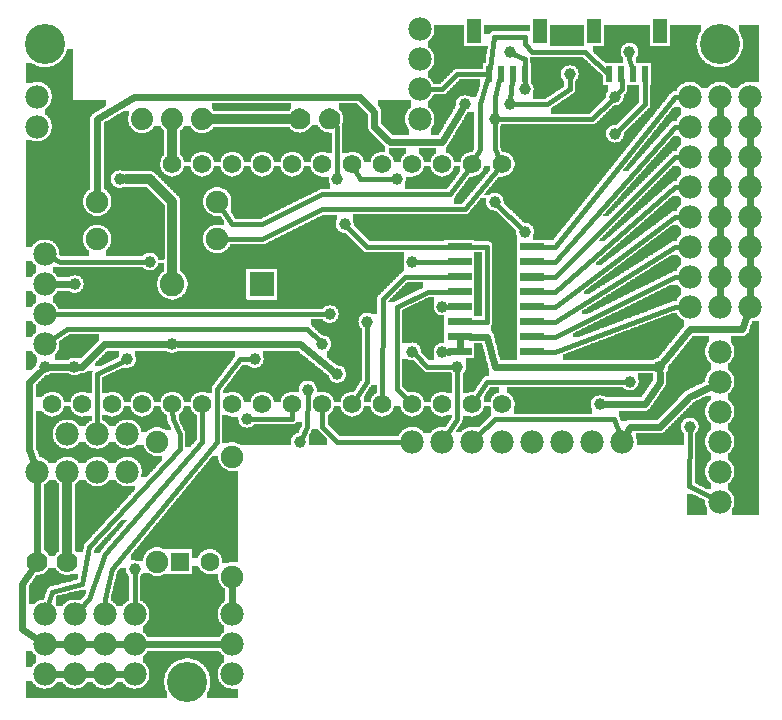
<source format=gtl>
G04 MADE WITH FRITZING*
G04 WWW.FRITZING.ORG*
G04 DOUBLE SIDED*
G04 HOLES PLATED*
G04 CONTOUR ON CENTER OF CONTOUR VECTOR*
%ASAXBY*%
%FSLAX23Y23*%
%MOIN*%
%OFA0B0*%
%SFA1.0B1.0*%
%ADD10C,0.075000*%
%ADD11C,0.039370*%
%ADD12C,0.078000*%
%ADD13C,0.062000*%
%ADD14C,0.133858*%
%ADD15C,0.070000*%
%ADD16C,0.062992*%
%ADD17C,0.074000*%
%ADD18C,0.082000*%
%ADD19R,0.047244X0.078740*%
%ADD20R,0.023622X0.053150*%
%ADD21R,0.080000X0.026000*%
%ADD22R,0.062992X0.062992*%
%ADD23R,0.082000X0.082000*%
%ADD24C,0.024000*%
%ADD25C,0.016000*%
%ADD26C,0.032000*%
%ADD27R,0.001000X0.001000*%
%LNCOPPER1*%
G90*
G70*
G54D10*
X1450Y2220D03*
X1743Y1820D03*
X1357Y1314D03*
X2136Y1248D03*
X2255Y1157D03*
X461Y1134D03*
X190Y1990D03*
X650Y753D03*
X274Y681D03*
X495Y382D03*
G54D11*
X205Y1150D03*
X456Y1500D03*
X1656Y2199D03*
X531Y1225D03*
X1056Y1325D03*
X1331Y1200D03*
X1031Y1225D03*
X2006Y1925D03*
X1506Y2025D03*
X1656Y2025D03*
X1706Y2075D03*
X780Y975D03*
G54D12*
X381Y925D03*
X281Y925D03*
X181Y925D03*
X81Y1950D03*
X81Y2050D03*
G54D11*
X381Y1175D03*
X1331Y1500D03*
X1281Y1775D03*
X806Y1175D03*
X106Y1150D03*
G54D13*
X1631Y1025D03*
X1531Y1025D03*
X1431Y1025D03*
X1331Y1025D03*
X1231Y1025D03*
X1131Y1025D03*
X1031Y1025D03*
X931Y1025D03*
X831Y1025D03*
X731Y1025D03*
X631Y1025D03*
X531Y1025D03*
X431Y1025D03*
X331Y1025D03*
X231Y1025D03*
X131Y1025D03*
X531Y1825D03*
X631Y1825D03*
X731Y1825D03*
X831Y1825D03*
X931Y1825D03*
X1031Y1825D03*
X1131Y1825D03*
X1231Y1825D03*
X1331Y1825D03*
X1431Y1825D03*
X1531Y1825D03*
X1631Y1825D03*
G54D11*
X1481Y1150D03*
X2055Y2199D03*
X2006Y2050D03*
X1180Y1299D03*
X982Y1073D03*
X956Y899D03*
X406Y474D03*
G54D12*
X2356Y1350D03*
X2356Y1450D03*
X2356Y1550D03*
X2356Y1650D03*
X2356Y1750D03*
X2356Y1850D03*
X2356Y1950D03*
X2356Y2050D03*
X2456Y1350D03*
X2456Y1450D03*
X2456Y1550D03*
X2456Y1650D03*
X2456Y1750D03*
X2456Y1850D03*
X2456Y1950D03*
X2456Y2050D03*
G54D11*
X1856Y2125D03*
X1606Y1975D03*
X1431Y1350D03*
X1431Y1199D03*
X1081Y1125D03*
G54D12*
X2256Y1350D03*
X2256Y1450D03*
X2256Y1550D03*
X2256Y1650D03*
X2256Y1750D03*
X2256Y1850D03*
X2256Y1950D03*
X2256Y2050D03*
G54D10*
X481Y900D03*
X481Y500D03*
G54D14*
X2356Y2225D03*
G54D12*
X2031Y900D03*
X1931Y900D03*
X1831Y900D03*
X1731Y900D03*
X1631Y900D03*
X1531Y900D03*
X1431Y900D03*
X1331Y900D03*
G54D11*
X1081Y1775D03*
G54D15*
X181Y500D03*
X81Y500D03*
G54D16*
X557Y500D03*
X656Y500D03*
G54D14*
X106Y2225D03*
G54D11*
X2056Y1100D03*
X1106Y1625D03*
G54D12*
X1356Y1975D03*
X1356Y2075D03*
X1356Y2175D03*
X1356Y2275D03*
X106Y1225D03*
X106Y1325D03*
X106Y1425D03*
X106Y1525D03*
X106Y225D03*
X206Y225D03*
X306Y225D03*
X406Y225D03*
G54D10*
X731Y450D03*
X731Y850D03*
G54D17*
X431Y1975D03*
X531Y1975D03*
X631Y1975D03*
X431Y1975D03*
X531Y1975D03*
X631Y1975D03*
G54D11*
X2256Y950D03*
G54D12*
X106Y125D03*
X206Y125D03*
X306Y125D03*
X406Y125D03*
G54D10*
X281Y1575D03*
X681Y1575D03*
G54D12*
X731Y125D03*
X731Y225D03*
X731Y325D03*
G54D11*
X2155Y1149D03*
G54D12*
X106Y325D03*
X206Y325D03*
X306Y325D03*
X406Y325D03*
G54D14*
X581Y100D03*
G54D11*
X1956Y1025D03*
G54D10*
X281Y1700D03*
X681Y1700D03*
G54D12*
X81Y800D03*
X181Y800D03*
X281Y800D03*
X381Y800D03*
G54D11*
X1706Y1600D03*
G54D12*
X2356Y700D03*
X2356Y800D03*
X2356Y900D03*
X2356Y1000D03*
X2356Y1100D03*
X2356Y1200D03*
G54D11*
X1606Y1699D03*
G54D15*
X956Y1975D03*
X1056Y1975D03*
G54D18*
X829Y1425D03*
X531Y1425D03*
G54D11*
X206Y1425D03*
X356Y1775D03*
G54D19*
X2157Y2269D03*
X1937Y2269D03*
G54D20*
X2106Y2125D03*
X2066Y2125D03*
X2027Y2125D03*
X1988Y2125D03*
G54D19*
X1757Y2269D03*
X1537Y2269D03*
G54D20*
X1706Y2125D03*
X1666Y2125D03*
X1627Y2125D03*
X1588Y2125D03*
G54D21*
X1731Y1450D03*
G54D22*
X557Y500D03*
G54D23*
X830Y1425D03*
G54D24*
X187Y1425D02*
X136Y1425D01*
G54D25*
D02*
X181Y1274D02*
X126Y1238D01*
D02*
X1022Y1234D02*
X981Y1274D01*
D02*
X981Y1274D02*
X181Y1274D01*
D02*
X130Y1325D02*
X1042Y1325D01*
D02*
X1481Y2124D02*
X1581Y2125D01*
D02*
X1431Y2074D02*
X1481Y2124D01*
D02*
X128Y1514D02*
X156Y1500D01*
D02*
X156Y1500D02*
X442Y1500D01*
D02*
X1668Y2193D02*
X1706Y2175D01*
D02*
X1706Y2175D02*
X1706Y2146D01*
D02*
X1380Y2074D02*
X1431Y2074D01*
D02*
X1381Y1150D02*
X1468Y1150D01*
D02*
X1340Y1191D02*
X1381Y1150D01*
D02*
X2062Y2146D02*
X2055Y2174D01*
D02*
X2055Y2174D02*
X2055Y2186D01*
D02*
X2106Y2104D02*
X2107Y2024D01*
D02*
X2107Y2024D02*
X2016Y1935D01*
D02*
X1605Y2250D02*
X1591Y2146D01*
D02*
X1556Y1874D02*
X1556Y2025D01*
D02*
X1541Y1845D02*
X1556Y1874D01*
D02*
X1606Y1961D02*
X1606Y1874D01*
D02*
X1606Y1874D02*
X1620Y1845D01*
D02*
X1730Y2199D02*
X1706Y2225D01*
D02*
X1706Y2225D02*
X1706Y2250D01*
D02*
X1706Y2250D02*
X1605Y2250D01*
D02*
X1906Y2199D02*
X1730Y2199D01*
D02*
X1981Y2130D02*
X1906Y2199D01*
D02*
X1856Y2074D02*
X1780Y2024D01*
D02*
X1706Y2104D02*
X1706Y2088D01*
D02*
X1780Y2024D02*
X1669Y2025D01*
D02*
X1856Y2111D02*
X1856Y2074D01*
D02*
X1657Y2038D02*
X1664Y2104D01*
G54D24*
D02*
X280Y1975D02*
X405Y2049D01*
D02*
X1256Y1900D02*
X1431Y1900D01*
D02*
X1205Y1999D02*
X1205Y1949D01*
D02*
X1205Y1949D02*
X1256Y1900D01*
D02*
X1156Y2050D02*
X1205Y1999D01*
D02*
X1431Y1900D02*
X1496Y2008D01*
D02*
X405Y2049D02*
X1156Y2050D01*
D02*
X281Y1728D02*
X280Y1975D01*
G54D25*
D02*
X1931Y1975D02*
X1996Y2040D01*
D02*
X1619Y1975D02*
X1931Y1975D01*
D02*
X931Y975D02*
X931Y1001D01*
D02*
X794Y975D02*
X931Y975D01*
D02*
X281Y1125D02*
X281Y949D01*
D02*
X369Y1169D02*
X281Y1125D01*
D02*
X1344Y1500D02*
X1454Y1500D01*
D02*
X306Y375D02*
X331Y474D01*
D02*
X331Y474D02*
X681Y899D01*
D02*
X756Y1174D02*
X792Y1174D01*
D02*
X680Y1074D02*
X756Y1174D01*
D02*
X681Y899D02*
X680Y1075D01*
D02*
X306Y349D02*
X306Y375D01*
D02*
X1156Y1775D02*
X1267Y1775D01*
D02*
X1141Y1804D02*
X1156Y1775D01*
D02*
X1481Y1136D02*
X1481Y974D01*
D02*
X1615Y1690D02*
X1697Y1609D01*
G54D24*
D02*
X2106Y1025D02*
X2156Y1099D01*
G54D25*
D02*
X2005Y974D02*
X2023Y923D01*
D02*
X1606Y974D02*
X2005Y974D01*
D02*
X1548Y917D02*
X1606Y974D01*
G54D24*
D02*
X2156Y1099D02*
X2156Y1130D01*
D02*
X1975Y1025D02*
X2106Y1025D01*
D02*
X2156Y949D02*
X2056Y949D01*
D02*
X2329Y1086D02*
X2255Y1050D01*
D02*
X2255Y1050D02*
X2156Y949D01*
D02*
X55Y875D02*
X71Y828D01*
G54D26*
D02*
X181Y531D02*
X181Y764D01*
G54D25*
D02*
X1481Y974D02*
X1445Y920D01*
G54D24*
D02*
X2056Y949D02*
X2044Y926D01*
D02*
X231Y1149D02*
X125Y1150D01*
D02*
X305Y1224D02*
X231Y1149D01*
D02*
X512Y1224D02*
X305Y1224D01*
D02*
X956Y1224D02*
X550Y1225D01*
D02*
X1066Y1136D02*
X956Y1224D01*
D02*
X92Y1136D02*
X55Y1099D01*
D02*
X55Y1099D02*
X55Y875D01*
G54D25*
D02*
X406Y349D02*
X406Y461D01*
D02*
X982Y1060D02*
X981Y949D01*
D02*
X981Y949D02*
X962Y911D01*
D02*
X2255Y751D02*
X2256Y936D01*
D02*
X1081Y900D02*
X1031Y949D01*
D02*
X2334Y711D02*
X2255Y751D01*
D02*
X1306Y900D02*
X1081Y900D01*
G54D26*
D02*
X924Y1975D02*
X667Y1975D01*
G54D25*
D02*
X1454Y1350D02*
X1444Y1350D01*
G54D24*
D02*
X1454Y1199D02*
X1450Y1199D01*
D02*
X1489Y1207D02*
X1489Y1242D01*
G54D25*
D02*
X1581Y1299D02*
X1581Y1550D01*
D02*
X1523Y1299D02*
X1581Y1299D01*
D02*
X1581Y1550D02*
X1523Y1550D01*
D02*
X1581Y2105D02*
X1556Y2025D01*
D02*
X1080Y1950D02*
X1070Y1960D01*
D02*
X1081Y1788D02*
X1080Y1950D01*
D02*
X1454Y1549D02*
X1180Y1549D01*
D02*
X1180Y1549D02*
X1115Y1615D01*
D02*
X556Y925D02*
X556Y875D01*
D02*
X255Y375D02*
X306Y524D01*
D02*
X306Y524D02*
X631Y900D01*
D02*
X255Y549D02*
X230Y425D01*
D02*
X2029Y2104D02*
X2031Y2075D01*
D02*
X230Y425D02*
X131Y400D01*
D02*
X2031Y2075D02*
X2015Y2059D01*
D02*
X131Y400D02*
X114Y348D01*
D02*
X1621Y2104D02*
X1606Y2050D01*
D02*
X556Y875D02*
X255Y549D01*
D02*
X1606Y2050D02*
X1606Y1988D01*
D02*
X223Y342D02*
X255Y375D01*
D02*
X2206Y1350D02*
X2231Y1350D01*
D02*
X532Y974D02*
X556Y925D01*
D02*
X1765Y1199D02*
X1806Y1199D01*
D02*
X1806Y1199D02*
X2206Y1350D01*
G54D24*
D02*
X2431Y1274D02*
X2256Y1274D01*
G54D25*
D02*
X2042Y1100D02*
X1581Y1100D01*
G54D24*
D02*
X2256Y1274D02*
X2167Y1164D01*
D02*
X1581Y1250D02*
X1523Y1250D01*
G54D26*
D02*
X531Y1859D02*
X531Y1938D01*
G54D24*
D02*
X1607Y1149D02*
X1581Y1250D01*
G54D25*
D02*
X1180Y1286D02*
X1180Y1100D01*
G54D24*
D02*
X2447Y1321D02*
X2431Y1274D01*
G54D25*
D02*
X1030Y1674D02*
X1506Y1675D01*
G54D24*
D02*
X2136Y1149D02*
X1607Y1149D01*
G54D25*
D02*
X704Y1575D02*
X831Y1575D01*
D02*
X831Y1575D02*
X1030Y1674D01*
D02*
X2206Y1449D02*
X2231Y1449D01*
D02*
X831Y1624D02*
X1031Y1724D01*
D02*
X2206Y1550D02*
X2231Y1550D01*
D02*
X731Y1625D02*
X831Y1624D01*
D02*
X694Y1680D02*
X731Y1625D01*
D02*
X2206Y1650D02*
X2231Y1650D01*
D02*
X1031Y1724D02*
X1457Y1724D01*
D02*
X2206Y1749D02*
X2231Y1749D01*
D02*
X1280Y1350D02*
X1382Y1400D01*
D02*
X2206Y1850D02*
X2231Y1850D01*
D02*
X1382Y1400D02*
X1454Y1400D01*
D02*
X1765Y1449D02*
X1806Y1449D01*
D02*
X1232Y1374D02*
X1307Y1449D01*
D02*
X1806Y1449D02*
X2206Y1850D01*
D02*
X1307Y1449D02*
X1454Y1449D01*
D02*
X1765Y1400D02*
X1806Y1400D01*
D02*
X1806Y1400D02*
X2206Y1749D01*
D02*
X1765Y1350D02*
X1806Y1350D01*
D02*
X1806Y1350D02*
X2206Y1650D01*
D02*
X1765Y1299D02*
X1806Y1299D01*
D02*
X1806Y1299D02*
X2206Y1550D01*
D02*
X1765Y1250D02*
X1806Y1250D01*
D02*
X1806Y1250D02*
X2206Y1449D01*
D02*
X2206Y1950D02*
X2231Y1950D01*
D02*
X2206Y2049D02*
X2231Y2049D01*
D02*
X1765Y1550D02*
X1806Y1550D01*
D02*
X1806Y1550D02*
X2206Y2049D01*
D02*
X1765Y1500D02*
X1806Y1500D01*
D02*
X1806Y1500D02*
X2206Y1950D01*
G54D24*
D02*
X176Y225D02*
X136Y225D01*
D02*
X376Y125D02*
X336Y125D01*
D02*
X276Y125D02*
X236Y125D01*
D02*
X176Y125D02*
X136Y125D01*
D02*
X81Y769D02*
X80Y624D01*
D02*
X80Y624D02*
X81Y526D01*
D02*
X701Y225D02*
X436Y225D01*
D02*
X31Y424D02*
X31Y274D01*
D02*
X66Y478D02*
X31Y424D01*
D02*
X31Y274D02*
X81Y241D01*
D02*
X376Y225D02*
X336Y225D01*
D02*
X276Y225D02*
X236Y225D01*
D02*
X731Y421D02*
X731Y355D01*
D02*
X2456Y1619D02*
X2456Y1580D01*
D02*
X2456Y1519D02*
X2456Y1480D01*
D02*
X2456Y1419D02*
X2456Y1380D01*
D02*
X2356Y1619D02*
X2356Y1580D01*
D02*
X2356Y1519D02*
X2356Y1480D01*
D02*
X2356Y1380D02*
X2356Y1419D01*
D02*
X2356Y1680D02*
X2356Y1719D01*
D02*
X2356Y1780D02*
X2356Y1819D01*
D02*
X2356Y1880D02*
X2356Y1919D01*
D02*
X2356Y1980D02*
X2356Y2019D01*
D02*
X2456Y1719D02*
X2456Y1680D01*
G54D25*
D02*
X1031Y949D02*
X1031Y1001D01*
G54D24*
D02*
X2456Y1819D02*
X2456Y1780D01*
G54D25*
D02*
X1581Y1100D02*
X1544Y1044D01*
G54D24*
D02*
X2456Y1919D02*
X2456Y1880D01*
G54D25*
D02*
X1457Y1724D02*
X1517Y1806D01*
G54D24*
D02*
X2456Y1980D02*
X2456Y2019D01*
G54D25*
D02*
X1280Y1074D02*
X1280Y1350D01*
D02*
X1314Y1041D02*
X1280Y1074D01*
D02*
X531Y1001D02*
X532Y974D01*
D02*
X631Y900D02*
X631Y1001D01*
D02*
X1231Y1048D02*
X1232Y1374D01*
D02*
X1180Y1100D02*
X1144Y1044D01*
D02*
X1506Y1675D02*
X1616Y1807D01*
G54D26*
D02*
X531Y1699D02*
X531Y1462D01*
G54D24*
D02*
X125Y1150D02*
X186Y1150D01*
G54D26*
D02*
X380Y1774D02*
X456Y1774D01*
D02*
X456Y1774D02*
X531Y1699D01*
G36*
X1404Y2287D02*
X1404Y2263D01*
X1402Y2263D01*
X1402Y2255D01*
X1400Y2255D01*
X1400Y2253D01*
X1398Y2253D01*
X1398Y2249D01*
X1396Y2249D01*
X1396Y2245D01*
X1394Y2245D01*
X1394Y2243D01*
X1392Y2243D01*
X1392Y2241D01*
X1390Y2241D01*
X1390Y2239D01*
X1388Y2239D01*
X1388Y2237D01*
X1386Y2237D01*
X1386Y2235D01*
X1382Y2235D01*
X1382Y2215D01*
X1384Y2215D01*
X1384Y2213D01*
X1388Y2213D01*
X1388Y2211D01*
X1390Y2211D01*
X1390Y2209D01*
X1392Y2209D01*
X1392Y2207D01*
X1394Y2207D01*
X1394Y2203D01*
X1396Y2203D01*
X1396Y2201D01*
X1398Y2201D01*
X1398Y2197D01*
X1400Y2197D01*
X1400Y2193D01*
X1402Y2193D01*
X1402Y2187D01*
X1404Y2187D01*
X1404Y2163D01*
X1402Y2163D01*
X1402Y2155D01*
X1400Y2155D01*
X1400Y2153D01*
X1398Y2153D01*
X1398Y2149D01*
X1396Y2149D01*
X1396Y2145D01*
X1394Y2145D01*
X1394Y2143D01*
X1392Y2143D01*
X1392Y2141D01*
X1390Y2141D01*
X1390Y2139D01*
X1388Y2139D01*
X1388Y2137D01*
X1386Y2137D01*
X1386Y2135D01*
X1382Y2135D01*
X1382Y2115D01*
X1384Y2115D01*
X1384Y2113D01*
X1388Y2113D01*
X1388Y2111D01*
X1390Y2111D01*
X1390Y2109D01*
X1392Y2109D01*
X1392Y2107D01*
X1394Y2107D01*
X1394Y2103D01*
X1396Y2103D01*
X1396Y2101D01*
X1398Y2101D01*
X1398Y2097D01*
X1400Y2097D01*
X1400Y2093D01*
X1426Y2093D01*
X1426Y2095D01*
X1428Y2095D01*
X1428Y2097D01*
X1430Y2097D01*
X1430Y2099D01*
X1432Y2099D01*
X1432Y2101D01*
X1434Y2101D01*
X1434Y2103D01*
X1436Y2103D01*
X1436Y2105D01*
X1438Y2105D01*
X1438Y2107D01*
X1440Y2107D01*
X1440Y2109D01*
X1442Y2109D01*
X1442Y2111D01*
X1444Y2111D01*
X1444Y2113D01*
X1446Y2113D01*
X1446Y2115D01*
X1448Y2115D01*
X1448Y2117D01*
X1450Y2117D01*
X1450Y2119D01*
X1452Y2119D01*
X1452Y2121D01*
X1454Y2121D01*
X1454Y2123D01*
X1456Y2123D01*
X1456Y2125D01*
X1458Y2125D01*
X1458Y2127D01*
X1460Y2127D01*
X1460Y2129D01*
X1462Y2129D01*
X1462Y2131D01*
X1464Y2131D01*
X1464Y2133D01*
X1466Y2133D01*
X1466Y2135D01*
X1468Y2135D01*
X1468Y2137D01*
X1470Y2137D01*
X1470Y2139D01*
X1472Y2139D01*
X1472Y2141D01*
X1476Y2141D01*
X1476Y2143D01*
X1566Y2143D01*
X1566Y2161D01*
X1574Y2161D01*
X1574Y2163D01*
X1576Y2163D01*
X1576Y2179D01*
X1578Y2179D01*
X1578Y2193D01*
X1580Y2193D01*
X1580Y2207D01*
X1582Y2207D01*
X1582Y2219D01*
X1504Y2219D01*
X1504Y2221D01*
X1502Y2221D01*
X1502Y2287D01*
X1404Y2287D01*
G37*
D02*
G36*
X1570Y2287D02*
X1570Y2257D01*
X1590Y2257D01*
X1590Y2261D01*
X1592Y2261D01*
X1592Y2263D01*
X1594Y2263D01*
X1594Y2265D01*
X1598Y2265D01*
X1598Y2267D01*
X1724Y2267D01*
X1724Y2287D01*
X1570Y2287D01*
G37*
D02*
G36*
X1790Y2287D02*
X1790Y2217D01*
X1902Y2217D01*
X1902Y2287D01*
X1790Y2287D01*
G37*
D02*
G36*
X1724Y2181D02*
X1724Y2161D01*
X1728Y2161D01*
X1728Y2155D01*
X1860Y2155D01*
X1860Y2153D01*
X1868Y2153D01*
X1868Y2151D01*
X1872Y2151D01*
X1872Y2149D01*
X1874Y2149D01*
X1874Y2147D01*
X1876Y2147D01*
X1876Y2145D01*
X1878Y2145D01*
X1878Y2143D01*
X1880Y2143D01*
X1880Y2141D01*
X1882Y2141D01*
X1882Y2137D01*
X1884Y2137D01*
X1884Y2129D01*
X1886Y2129D01*
X1886Y2121D01*
X1884Y2121D01*
X1884Y2113D01*
X1882Y2113D01*
X1882Y2109D01*
X1880Y2109D01*
X1880Y2107D01*
X1878Y2107D01*
X1878Y2105D01*
X1876Y2105D01*
X1876Y2103D01*
X1874Y2103D01*
X1874Y2069D01*
X1872Y2069D01*
X1872Y2065D01*
X1870Y2065D01*
X1870Y2063D01*
X1868Y2063D01*
X1868Y2061D01*
X1866Y2061D01*
X1866Y2059D01*
X1864Y2059D01*
X1864Y2057D01*
X1860Y2057D01*
X1860Y2055D01*
X1858Y2055D01*
X1858Y2053D01*
X1854Y2053D01*
X1854Y2051D01*
X1852Y2051D01*
X1852Y2049D01*
X1848Y2049D01*
X1848Y2047D01*
X1846Y2047D01*
X1846Y2045D01*
X1842Y2045D01*
X1842Y2043D01*
X1840Y2043D01*
X1840Y2041D01*
X1836Y2041D01*
X1836Y2039D01*
X1834Y2039D01*
X1834Y2037D01*
X1830Y2037D01*
X1830Y2035D01*
X1828Y2035D01*
X1828Y2033D01*
X1824Y2033D01*
X1824Y2031D01*
X1822Y2031D01*
X1822Y2029D01*
X1818Y2029D01*
X1818Y2027D01*
X1816Y2027D01*
X1816Y2025D01*
X1812Y2025D01*
X1812Y2023D01*
X1810Y2023D01*
X1810Y2021D01*
X1806Y2021D01*
X1806Y2019D01*
X1804Y2019D01*
X1804Y2017D01*
X1800Y2017D01*
X1800Y2015D01*
X1798Y2015D01*
X1798Y2013D01*
X1794Y2013D01*
X1794Y1993D01*
X1924Y1993D01*
X1924Y1995D01*
X1926Y1995D01*
X1926Y1997D01*
X1928Y1997D01*
X1928Y1999D01*
X1930Y1999D01*
X1930Y2001D01*
X1932Y2001D01*
X1932Y2003D01*
X1934Y2003D01*
X1934Y2005D01*
X1936Y2005D01*
X1936Y2007D01*
X1938Y2007D01*
X1938Y2009D01*
X1940Y2009D01*
X1940Y2011D01*
X1942Y2011D01*
X1942Y2013D01*
X1944Y2013D01*
X1944Y2015D01*
X1946Y2015D01*
X1946Y2017D01*
X1948Y2017D01*
X1948Y2019D01*
X1950Y2019D01*
X1950Y2021D01*
X1952Y2021D01*
X1952Y2023D01*
X1954Y2023D01*
X1954Y2025D01*
X1956Y2025D01*
X1956Y2027D01*
X1958Y2027D01*
X1958Y2029D01*
X1960Y2029D01*
X1960Y2031D01*
X1962Y2031D01*
X1962Y2033D01*
X1964Y2033D01*
X1964Y2035D01*
X1966Y2035D01*
X1966Y2037D01*
X1968Y2037D01*
X1968Y2039D01*
X1970Y2039D01*
X1970Y2041D01*
X1972Y2041D01*
X1972Y2043D01*
X1974Y2043D01*
X1974Y2045D01*
X1976Y2045D01*
X1976Y2057D01*
X1978Y2057D01*
X1978Y2063D01*
X1980Y2063D01*
X1980Y2065D01*
X1982Y2065D01*
X1982Y2069D01*
X1984Y2069D01*
X1984Y2089D01*
X1966Y2089D01*
X1966Y2121D01*
X1964Y2121D01*
X1964Y2123D01*
X1962Y2123D01*
X1962Y2125D01*
X1960Y2125D01*
X1960Y2127D01*
X1958Y2127D01*
X1958Y2129D01*
X1956Y2129D01*
X1956Y2131D01*
X1952Y2131D01*
X1952Y2133D01*
X1950Y2133D01*
X1950Y2135D01*
X1948Y2135D01*
X1948Y2137D01*
X1946Y2137D01*
X1946Y2139D01*
X1944Y2139D01*
X1944Y2141D01*
X1942Y2141D01*
X1942Y2143D01*
X1940Y2143D01*
X1940Y2145D01*
X1938Y2145D01*
X1938Y2147D01*
X1936Y2147D01*
X1936Y2149D01*
X1934Y2149D01*
X1934Y2151D01*
X1932Y2151D01*
X1932Y2153D01*
X1928Y2153D01*
X1928Y2155D01*
X1926Y2155D01*
X1926Y2157D01*
X1924Y2157D01*
X1924Y2159D01*
X1922Y2159D01*
X1922Y2161D01*
X1920Y2161D01*
X1920Y2163D01*
X1918Y2163D01*
X1918Y2165D01*
X1916Y2165D01*
X1916Y2167D01*
X1914Y2167D01*
X1914Y2169D01*
X1912Y2169D01*
X1912Y2171D01*
X1910Y2171D01*
X1910Y2173D01*
X1906Y2173D01*
X1906Y2175D01*
X1904Y2175D01*
X1904Y2177D01*
X1902Y2177D01*
X1902Y2179D01*
X1900Y2179D01*
X1900Y2181D01*
X1724Y2181D01*
G37*
D02*
G36*
X1728Y2155D02*
X1728Y2093D01*
X1730Y2093D01*
X1730Y2089D01*
X1732Y2089D01*
X1732Y2087D01*
X1734Y2087D01*
X1734Y2079D01*
X1736Y2079D01*
X1736Y2071D01*
X1734Y2071D01*
X1734Y2063D01*
X1732Y2063D01*
X1732Y2043D01*
X1778Y2043D01*
X1778Y2045D01*
X1780Y2045D01*
X1780Y2047D01*
X1784Y2047D01*
X1784Y2049D01*
X1786Y2049D01*
X1786Y2051D01*
X1790Y2051D01*
X1790Y2053D01*
X1792Y2053D01*
X1792Y2055D01*
X1796Y2055D01*
X1796Y2057D01*
X1798Y2057D01*
X1798Y2059D01*
X1802Y2059D01*
X1802Y2061D01*
X1804Y2061D01*
X1804Y2063D01*
X1808Y2063D01*
X1808Y2065D01*
X1810Y2065D01*
X1810Y2067D01*
X1814Y2067D01*
X1814Y2069D01*
X1816Y2069D01*
X1816Y2071D01*
X1820Y2071D01*
X1820Y2073D01*
X1822Y2073D01*
X1822Y2075D01*
X1826Y2075D01*
X1826Y2077D01*
X1828Y2077D01*
X1828Y2079D01*
X1832Y2079D01*
X1832Y2081D01*
X1834Y2081D01*
X1834Y2083D01*
X1836Y2083D01*
X1836Y2103D01*
X1834Y2103D01*
X1834Y2105D01*
X1832Y2105D01*
X1832Y2109D01*
X1830Y2109D01*
X1830Y2113D01*
X1828Y2113D01*
X1828Y2119D01*
X1826Y2119D01*
X1826Y2131D01*
X1828Y2131D01*
X1828Y2137D01*
X1830Y2137D01*
X1830Y2141D01*
X1832Y2141D01*
X1832Y2143D01*
X1834Y2143D01*
X1834Y2145D01*
X1836Y2145D01*
X1836Y2147D01*
X1838Y2147D01*
X1838Y2149D01*
X1840Y2149D01*
X1840Y2151D01*
X1844Y2151D01*
X1844Y2153D01*
X1852Y2153D01*
X1852Y2155D01*
X1728Y2155D01*
G37*
D02*
G36*
X1488Y2107D02*
X1488Y2105D01*
X1486Y2105D01*
X1486Y2103D01*
X1484Y2103D01*
X1484Y2101D01*
X1482Y2101D01*
X1482Y2099D01*
X1480Y2099D01*
X1480Y2097D01*
X1478Y2097D01*
X1478Y2095D01*
X1476Y2095D01*
X1476Y2093D01*
X1474Y2093D01*
X1474Y2091D01*
X1472Y2091D01*
X1472Y2089D01*
X1470Y2089D01*
X1470Y2087D01*
X1468Y2087D01*
X1468Y2085D01*
X1466Y2085D01*
X1466Y2083D01*
X1464Y2083D01*
X1464Y2081D01*
X1462Y2081D01*
X1462Y2079D01*
X1460Y2079D01*
X1460Y2077D01*
X1458Y2077D01*
X1458Y2075D01*
X1456Y2075D01*
X1456Y2073D01*
X1454Y2073D01*
X1454Y2071D01*
X1452Y2071D01*
X1452Y2069D01*
X1450Y2069D01*
X1450Y2067D01*
X1448Y2067D01*
X1448Y2065D01*
X1446Y2065D01*
X1446Y2063D01*
X1444Y2063D01*
X1444Y2061D01*
X1442Y2061D01*
X1442Y2059D01*
X1438Y2059D01*
X1438Y2057D01*
X1402Y2057D01*
X1402Y2055D01*
X1510Y2055D01*
X1510Y2053D01*
X1518Y2053D01*
X1518Y2051D01*
X1522Y2051D01*
X1522Y2049D01*
X1524Y2049D01*
X1524Y2047D01*
X1544Y2047D01*
X1544Y2051D01*
X1546Y2051D01*
X1546Y2057D01*
X1548Y2057D01*
X1548Y2063D01*
X1550Y2063D01*
X1550Y2069D01*
X1552Y2069D01*
X1552Y2075D01*
X1554Y2075D01*
X1554Y2081D01*
X1556Y2081D01*
X1556Y2107D01*
X1488Y2107D01*
G37*
D02*
G36*
X1400Y2055D02*
X1400Y2053D01*
X1398Y2053D01*
X1398Y2049D01*
X1396Y2049D01*
X1396Y2045D01*
X1394Y2045D01*
X1394Y2043D01*
X1392Y2043D01*
X1392Y2041D01*
X1390Y2041D01*
X1390Y2039D01*
X1388Y2039D01*
X1388Y2037D01*
X1386Y2037D01*
X1386Y2035D01*
X1382Y2035D01*
X1382Y2015D01*
X1384Y2015D01*
X1384Y2013D01*
X1388Y2013D01*
X1388Y2011D01*
X1390Y2011D01*
X1390Y2009D01*
X1392Y2009D01*
X1392Y2007D01*
X1394Y2007D01*
X1394Y2003D01*
X1396Y2003D01*
X1396Y2001D01*
X1398Y2001D01*
X1398Y1997D01*
X1400Y1997D01*
X1400Y1993D01*
X1402Y1993D01*
X1402Y1987D01*
X1404Y1987D01*
X1404Y1963D01*
X1402Y1963D01*
X1402Y1955D01*
X1400Y1955D01*
X1400Y1953D01*
X1398Y1953D01*
X1398Y1949D01*
X1396Y1949D01*
X1396Y1945D01*
X1394Y1945D01*
X1394Y1943D01*
X1392Y1943D01*
X1392Y1923D01*
X1420Y1923D01*
X1420Y1927D01*
X1422Y1927D01*
X1422Y1929D01*
X1424Y1929D01*
X1424Y1933D01*
X1426Y1933D01*
X1426Y1937D01*
X1428Y1937D01*
X1428Y1939D01*
X1430Y1939D01*
X1430Y1943D01*
X1432Y1943D01*
X1432Y1947D01*
X1434Y1947D01*
X1434Y1949D01*
X1436Y1949D01*
X1436Y1953D01*
X1438Y1953D01*
X1438Y1957D01*
X1440Y1957D01*
X1440Y1959D01*
X1442Y1959D01*
X1442Y1963D01*
X1444Y1963D01*
X1444Y1967D01*
X1446Y1967D01*
X1446Y1969D01*
X1448Y1969D01*
X1448Y1973D01*
X1450Y1973D01*
X1450Y1977D01*
X1452Y1977D01*
X1452Y1979D01*
X1454Y1979D01*
X1454Y1983D01*
X1456Y1983D01*
X1456Y1987D01*
X1458Y1987D01*
X1458Y1989D01*
X1460Y1989D01*
X1460Y1993D01*
X1462Y1993D01*
X1462Y1997D01*
X1464Y1997D01*
X1464Y1999D01*
X1466Y1999D01*
X1466Y2003D01*
X1468Y2003D01*
X1468Y2007D01*
X1470Y2007D01*
X1470Y2009D01*
X1472Y2009D01*
X1472Y2013D01*
X1474Y2013D01*
X1474Y2017D01*
X1476Y2017D01*
X1476Y2031D01*
X1478Y2031D01*
X1478Y2037D01*
X1480Y2037D01*
X1480Y2041D01*
X1482Y2041D01*
X1482Y2043D01*
X1484Y2043D01*
X1484Y2045D01*
X1486Y2045D01*
X1486Y2047D01*
X1488Y2047D01*
X1488Y2049D01*
X1490Y2049D01*
X1490Y2051D01*
X1494Y2051D01*
X1494Y2053D01*
X1502Y2053D01*
X1502Y2055D01*
X1400Y2055D01*
G37*
D02*
G36*
X1970Y2287D02*
X1970Y2229D01*
X2062Y2229D01*
X2062Y2227D01*
X2068Y2227D01*
X2068Y2225D01*
X2072Y2225D01*
X2072Y2223D01*
X2074Y2223D01*
X2074Y2221D01*
X2076Y2221D01*
X2076Y2219D01*
X2124Y2219D01*
X2124Y2287D01*
X1970Y2287D01*
G37*
D02*
G36*
X2190Y2287D02*
X2190Y2219D01*
X2280Y2219D01*
X2280Y2223D01*
X2278Y2223D01*
X2278Y2227D01*
X2280Y2227D01*
X2280Y2241D01*
X2282Y2241D01*
X2282Y2249D01*
X2284Y2249D01*
X2284Y2255D01*
X2286Y2255D01*
X2286Y2259D01*
X2288Y2259D01*
X2288Y2263D01*
X2290Y2263D01*
X2290Y2265D01*
X2292Y2265D01*
X2292Y2287D01*
X2190Y2287D01*
G37*
D02*
G36*
X2420Y2287D02*
X2420Y2265D01*
X2422Y2265D01*
X2422Y2263D01*
X2424Y2263D01*
X2424Y2259D01*
X2426Y2259D01*
X2426Y2253D01*
X2428Y2253D01*
X2428Y2249D01*
X2430Y2249D01*
X2430Y2241D01*
X2432Y2241D01*
X2432Y2209D01*
X2430Y2209D01*
X2430Y2201D01*
X2428Y2201D01*
X2428Y2195D01*
X2426Y2195D01*
X2426Y2191D01*
X2424Y2191D01*
X2424Y2187D01*
X2422Y2187D01*
X2422Y2185D01*
X2420Y2185D01*
X2420Y2181D01*
X2418Y2181D01*
X2418Y2179D01*
X2416Y2179D01*
X2416Y2175D01*
X2414Y2175D01*
X2414Y2173D01*
X2412Y2173D01*
X2412Y2171D01*
X2410Y2171D01*
X2410Y2169D01*
X2408Y2169D01*
X2408Y2167D01*
X2406Y2167D01*
X2406Y2165D01*
X2402Y2165D01*
X2402Y2163D01*
X2400Y2163D01*
X2400Y2161D01*
X2398Y2161D01*
X2398Y2159D01*
X2394Y2159D01*
X2394Y2157D01*
X2390Y2157D01*
X2390Y2155D01*
X2386Y2155D01*
X2386Y2153D01*
X2380Y2153D01*
X2380Y2151D01*
X2374Y2151D01*
X2374Y2149D01*
X2360Y2149D01*
X2360Y2147D01*
X2486Y2147D01*
X2486Y2287D01*
X2420Y2287D01*
G37*
D02*
G36*
X1970Y2229D02*
X1970Y2219D01*
X1932Y2219D01*
X1932Y2199D01*
X1934Y2199D01*
X1934Y2197D01*
X1936Y2197D01*
X1936Y2195D01*
X1938Y2195D01*
X1938Y2193D01*
X1940Y2193D01*
X1940Y2191D01*
X1942Y2191D01*
X1942Y2189D01*
X1946Y2189D01*
X1946Y2187D01*
X1948Y2187D01*
X1948Y2185D01*
X1950Y2185D01*
X1950Y2183D01*
X1952Y2183D01*
X1952Y2181D01*
X1954Y2181D01*
X1954Y2179D01*
X1956Y2179D01*
X1956Y2177D01*
X1958Y2177D01*
X1958Y2175D01*
X1960Y2175D01*
X1960Y2173D01*
X1962Y2173D01*
X1962Y2171D01*
X1964Y2171D01*
X1964Y2169D01*
X1966Y2169D01*
X1966Y2167D01*
X1970Y2167D01*
X1970Y2165D01*
X1972Y2165D01*
X1972Y2163D01*
X1974Y2163D01*
X1974Y2161D01*
X2032Y2161D01*
X2032Y2183D01*
X2030Y2183D01*
X2030Y2185D01*
X2028Y2185D01*
X2028Y2191D01*
X2026Y2191D01*
X2026Y2207D01*
X2028Y2207D01*
X2028Y2213D01*
X2030Y2213D01*
X2030Y2217D01*
X2032Y2217D01*
X2032Y2219D01*
X2034Y2219D01*
X2034Y2221D01*
X2036Y2221D01*
X2036Y2223D01*
X2040Y2223D01*
X2040Y2225D01*
X2042Y2225D01*
X2042Y2227D01*
X2048Y2227D01*
X2048Y2229D01*
X1970Y2229D01*
G37*
D02*
G36*
X2078Y2219D02*
X2078Y2217D01*
X2280Y2217D01*
X2280Y2219D01*
X2078Y2219D01*
G37*
D02*
G36*
X2078Y2219D02*
X2078Y2217D01*
X2280Y2217D01*
X2280Y2219D01*
X2078Y2219D01*
G37*
D02*
G36*
X2080Y2217D02*
X2080Y2213D01*
X2082Y2213D01*
X2082Y2209D01*
X2084Y2209D01*
X2084Y2189D01*
X2082Y2189D01*
X2082Y2185D01*
X2080Y2185D01*
X2080Y2181D01*
X2078Y2181D01*
X2078Y2161D01*
X2128Y2161D01*
X2128Y2147D01*
X2352Y2147D01*
X2352Y2149D01*
X2338Y2149D01*
X2338Y2151D01*
X2330Y2151D01*
X2330Y2153D01*
X2326Y2153D01*
X2326Y2155D01*
X2322Y2155D01*
X2322Y2157D01*
X2318Y2157D01*
X2318Y2159D01*
X2314Y2159D01*
X2314Y2161D01*
X2312Y2161D01*
X2312Y2163D01*
X2308Y2163D01*
X2308Y2165D01*
X2306Y2165D01*
X2306Y2167D01*
X2304Y2167D01*
X2304Y2169D01*
X2302Y2169D01*
X2302Y2171D01*
X2300Y2171D01*
X2300Y2173D01*
X2298Y2173D01*
X2298Y2175D01*
X2296Y2175D01*
X2296Y2177D01*
X2294Y2177D01*
X2294Y2181D01*
X2292Y2181D01*
X2292Y2183D01*
X2290Y2183D01*
X2290Y2187D01*
X2288Y2187D01*
X2288Y2191D01*
X2286Y2191D01*
X2286Y2195D01*
X2284Y2195D01*
X2284Y2201D01*
X2282Y2201D01*
X2282Y2207D01*
X2280Y2207D01*
X2280Y2217D01*
X2080Y2217D01*
G37*
D02*
G36*
X2128Y2147D02*
X2128Y2145D01*
X2486Y2145D01*
X2486Y2147D01*
X2128Y2147D01*
G37*
D02*
G36*
X2128Y2147D02*
X2128Y2145D01*
X2486Y2145D01*
X2486Y2147D01*
X2128Y2147D01*
G37*
D02*
G36*
X2128Y2145D02*
X2128Y2099D01*
X2464Y2099D01*
X2464Y2097D01*
X2486Y2097D01*
X2486Y2145D01*
X2128Y2145D01*
G37*
D02*
G36*
X2128Y2099D02*
X2128Y2089D01*
X2124Y2089D01*
X2124Y2017D01*
X2122Y2017D01*
X2122Y2013D01*
X2120Y2013D01*
X2120Y2011D01*
X2118Y2011D01*
X2118Y2009D01*
X2116Y2009D01*
X2116Y2007D01*
X2114Y2007D01*
X2114Y2005D01*
X2112Y2005D01*
X2112Y2003D01*
X2110Y2003D01*
X2110Y2001D01*
X2108Y2001D01*
X2108Y1999D01*
X2106Y1999D01*
X2106Y1997D01*
X2104Y1997D01*
X2104Y1995D01*
X2102Y1995D01*
X2102Y1993D01*
X2100Y1993D01*
X2100Y1991D01*
X2098Y1991D01*
X2098Y1989D01*
X2096Y1989D01*
X2096Y1987D01*
X2094Y1987D01*
X2094Y1985D01*
X2092Y1985D01*
X2092Y1983D01*
X2090Y1983D01*
X2090Y1981D01*
X2088Y1981D01*
X2088Y1979D01*
X2086Y1979D01*
X2086Y1977D01*
X2084Y1977D01*
X2084Y1975D01*
X2082Y1975D01*
X2082Y1973D01*
X2080Y1973D01*
X2080Y1971D01*
X2078Y1971D01*
X2078Y1969D01*
X2076Y1969D01*
X2076Y1967D01*
X2074Y1967D01*
X2074Y1965D01*
X2072Y1965D01*
X2072Y1963D01*
X2070Y1963D01*
X2070Y1961D01*
X2068Y1961D01*
X2068Y1959D01*
X2066Y1959D01*
X2066Y1957D01*
X2062Y1957D01*
X2062Y1955D01*
X2060Y1955D01*
X2060Y1953D01*
X2058Y1953D01*
X2058Y1951D01*
X2056Y1951D01*
X2056Y1949D01*
X2054Y1949D01*
X2054Y1947D01*
X2052Y1947D01*
X2052Y1945D01*
X2050Y1945D01*
X2050Y1943D01*
X2048Y1943D01*
X2048Y1941D01*
X2046Y1941D01*
X2046Y1939D01*
X2044Y1939D01*
X2044Y1937D01*
X2042Y1937D01*
X2042Y1935D01*
X2040Y1935D01*
X2040Y1933D01*
X2038Y1933D01*
X2038Y1931D01*
X2036Y1931D01*
X2036Y1919D01*
X2034Y1919D01*
X2034Y1913D01*
X2032Y1913D01*
X2032Y1909D01*
X2030Y1909D01*
X2030Y1907D01*
X2028Y1907D01*
X2028Y1905D01*
X2026Y1905D01*
X2026Y1903D01*
X2024Y1903D01*
X2024Y1901D01*
X2022Y1901D01*
X2022Y1899D01*
X2018Y1899D01*
X2018Y1897D01*
X2008Y1897D01*
X2008Y1895D01*
X2060Y1895D01*
X2060Y1897D01*
X2062Y1897D01*
X2062Y1899D01*
X2064Y1899D01*
X2064Y1901D01*
X2066Y1901D01*
X2066Y1905D01*
X2068Y1905D01*
X2068Y1907D01*
X2070Y1907D01*
X2070Y1909D01*
X2072Y1909D01*
X2072Y1911D01*
X2074Y1911D01*
X2074Y1915D01*
X2076Y1915D01*
X2076Y1917D01*
X2078Y1917D01*
X2078Y1919D01*
X2080Y1919D01*
X2080Y1921D01*
X2082Y1921D01*
X2082Y1925D01*
X2084Y1925D01*
X2084Y1927D01*
X2086Y1927D01*
X2086Y1929D01*
X2088Y1929D01*
X2088Y1931D01*
X2090Y1931D01*
X2090Y1935D01*
X2092Y1935D01*
X2092Y1937D01*
X2094Y1937D01*
X2094Y1939D01*
X2096Y1939D01*
X2096Y1941D01*
X2098Y1941D01*
X2098Y1945D01*
X2100Y1945D01*
X2100Y1947D01*
X2102Y1947D01*
X2102Y1949D01*
X2104Y1949D01*
X2104Y1951D01*
X2106Y1951D01*
X2106Y1955D01*
X2108Y1955D01*
X2108Y1957D01*
X2110Y1957D01*
X2110Y1959D01*
X2112Y1959D01*
X2112Y1961D01*
X2114Y1961D01*
X2114Y1965D01*
X2116Y1965D01*
X2116Y1967D01*
X2118Y1967D01*
X2118Y1969D01*
X2120Y1969D01*
X2120Y1971D01*
X2122Y1971D01*
X2122Y1973D01*
X2124Y1973D01*
X2124Y1977D01*
X2126Y1977D01*
X2126Y1979D01*
X2128Y1979D01*
X2128Y1981D01*
X2130Y1981D01*
X2130Y1983D01*
X2132Y1983D01*
X2132Y1987D01*
X2134Y1987D01*
X2134Y1989D01*
X2136Y1989D01*
X2136Y1991D01*
X2138Y1991D01*
X2138Y1993D01*
X2140Y1993D01*
X2140Y1997D01*
X2142Y1997D01*
X2142Y1999D01*
X2144Y1999D01*
X2144Y2001D01*
X2146Y2001D01*
X2146Y2003D01*
X2148Y2003D01*
X2148Y2007D01*
X2150Y2007D01*
X2150Y2009D01*
X2152Y2009D01*
X2152Y2011D01*
X2154Y2011D01*
X2154Y2013D01*
X2156Y2013D01*
X2156Y2017D01*
X2158Y2017D01*
X2158Y2019D01*
X2160Y2019D01*
X2160Y2021D01*
X2162Y2021D01*
X2162Y2023D01*
X2164Y2023D01*
X2164Y2027D01*
X2166Y2027D01*
X2166Y2029D01*
X2168Y2029D01*
X2168Y2031D01*
X2170Y2031D01*
X2170Y2033D01*
X2172Y2033D01*
X2172Y2037D01*
X2174Y2037D01*
X2174Y2039D01*
X2176Y2039D01*
X2176Y2041D01*
X2178Y2041D01*
X2178Y2043D01*
X2180Y2043D01*
X2180Y2047D01*
X2182Y2047D01*
X2182Y2049D01*
X2184Y2049D01*
X2184Y2051D01*
X2186Y2051D01*
X2186Y2053D01*
X2188Y2053D01*
X2188Y2057D01*
X2190Y2057D01*
X2190Y2059D01*
X2192Y2059D01*
X2192Y2061D01*
X2194Y2061D01*
X2194Y2063D01*
X2196Y2063D01*
X2196Y2065D01*
X2200Y2065D01*
X2200Y2067D01*
X2210Y2067D01*
X2210Y2069D01*
X2212Y2069D01*
X2212Y2073D01*
X2214Y2073D01*
X2214Y2077D01*
X2216Y2077D01*
X2216Y2079D01*
X2218Y2079D01*
X2218Y2081D01*
X2220Y2081D01*
X2220Y2085D01*
X2224Y2085D01*
X2224Y2087D01*
X2226Y2087D01*
X2226Y2089D01*
X2228Y2089D01*
X2228Y2091D01*
X2232Y2091D01*
X2232Y2093D01*
X2236Y2093D01*
X2236Y2095D01*
X2240Y2095D01*
X2240Y2097D01*
X2248Y2097D01*
X2248Y2099D01*
X2128Y2099D01*
G37*
D02*
G36*
X2264Y2099D02*
X2264Y2097D01*
X2272Y2097D01*
X2272Y2095D01*
X2276Y2095D01*
X2276Y2093D01*
X2280Y2093D01*
X2280Y2091D01*
X2284Y2091D01*
X2284Y2089D01*
X2286Y2089D01*
X2286Y2087D01*
X2288Y2087D01*
X2288Y2085D01*
X2290Y2085D01*
X2290Y2083D01*
X2292Y2083D01*
X2292Y2081D01*
X2294Y2081D01*
X2294Y2079D01*
X2296Y2079D01*
X2296Y2077D01*
X2316Y2077D01*
X2316Y2079D01*
X2318Y2079D01*
X2318Y2081D01*
X2320Y2081D01*
X2320Y2085D01*
X2324Y2085D01*
X2324Y2087D01*
X2326Y2087D01*
X2326Y2089D01*
X2328Y2089D01*
X2328Y2091D01*
X2332Y2091D01*
X2332Y2093D01*
X2336Y2093D01*
X2336Y2095D01*
X2340Y2095D01*
X2340Y2097D01*
X2348Y2097D01*
X2348Y2099D01*
X2264Y2099D01*
G37*
D02*
G36*
X2364Y2099D02*
X2364Y2097D01*
X2372Y2097D01*
X2372Y2095D01*
X2376Y2095D01*
X2376Y2093D01*
X2380Y2093D01*
X2380Y2091D01*
X2384Y2091D01*
X2384Y2089D01*
X2386Y2089D01*
X2386Y2087D01*
X2388Y2087D01*
X2388Y2085D01*
X2390Y2085D01*
X2390Y2083D01*
X2392Y2083D01*
X2392Y2081D01*
X2394Y2081D01*
X2394Y2079D01*
X2396Y2079D01*
X2396Y2077D01*
X2416Y2077D01*
X2416Y2079D01*
X2418Y2079D01*
X2418Y2081D01*
X2420Y2081D01*
X2420Y2085D01*
X2424Y2085D01*
X2424Y2087D01*
X2426Y2087D01*
X2426Y2089D01*
X2428Y2089D01*
X2428Y2091D01*
X2432Y2091D01*
X2432Y2093D01*
X2436Y2093D01*
X2436Y2095D01*
X2440Y2095D01*
X2440Y2097D01*
X2448Y2097D01*
X2448Y2099D01*
X2364Y2099D01*
G37*
D02*
G36*
X2048Y2089D02*
X2048Y2067D01*
X2046Y2067D01*
X2046Y2065D01*
X2044Y2065D01*
X2044Y2061D01*
X2042Y2061D01*
X2042Y2059D01*
X2040Y2059D01*
X2040Y2057D01*
X2038Y2057D01*
X2038Y2055D01*
X2036Y2055D01*
X2036Y2045D01*
X2034Y2045D01*
X2034Y2037D01*
X2032Y2037D01*
X2032Y2035D01*
X2030Y2035D01*
X2030Y2031D01*
X2028Y2031D01*
X2028Y2029D01*
X2026Y2029D01*
X2026Y2027D01*
X2024Y2027D01*
X2024Y2025D01*
X2020Y2025D01*
X2020Y2023D01*
X2016Y2023D01*
X2016Y2021D01*
X2002Y2021D01*
X2002Y2019D01*
X2000Y2019D01*
X2000Y2017D01*
X1998Y2017D01*
X1998Y2015D01*
X1996Y2015D01*
X1996Y2013D01*
X1994Y2013D01*
X1994Y2011D01*
X1992Y2011D01*
X1992Y2009D01*
X1990Y2009D01*
X1990Y2007D01*
X1988Y2007D01*
X1988Y2005D01*
X1986Y2005D01*
X1986Y2003D01*
X1984Y2003D01*
X1984Y2001D01*
X1982Y2001D01*
X1982Y1999D01*
X1980Y1999D01*
X1980Y1997D01*
X1978Y1997D01*
X1978Y1995D01*
X1976Y1995D01*
X1976Y1993D01*
X1974Y1993D01*
X1974Y1991D01*
X1972Y1991D01*
X1972Y1989D01*
X1970Y1989D01*
X1970Y1987D01*
X1968Y1987D01*
X1968Y1985D01*
X1966Y1985D01*
X1966Y1983D01*
X1964Y1983D01*
X1964Y1981D01*
X1962Y1981D01*
X1962Y1979D01*
X1960Y1979D01*
X1960Y1977D01*
X1958Y1977D01*
X1958Y1975D01*
X1956Y1975D01*
X1956Y1973D01*
X1954Y1973D01*
X1954Y1971D01*
X1952Y1971D01*
X1952Y1969D01*
X1950Y1969D01*
X1950Y1967D01*
X1948Y1967D01*
X1948Y1965D01*
X1946Y1965D01*
X1946Y1963D01*
X1944Y1963D01*
X1944Y1961D01*
X1940Y1961D01*
X1940Y1959D01*
X1936Y1959D01*
X1936Y1957D01*
X1628Y1957D01*
X1628Y1955D01*
X1626Y1955D01*
X1626Y1953D01*
X1624Y1953D01*
X1624Y1895D01*
X2004Y1895D01*
X2004Y1897D01*
X1996Y1897D01*
X1996Y1899D01*
X1992Y1899D01*
X1992Y1901D01*
X1988Y1901D01*
X1988Y1903D01*
X1986Y1903D01*
X1986Y1905D01*
X1984Y1905D01*
X1984Y1907D01*
X1982Y1907D01*
X1982Y1911D01*
X1980Y1911D01*
X1980Y1915D01*
X1978Y1915D01*
X1978Y1923D01*
X1976Y1923D01*
X1976Y1927D01*
X1978Y1927D01*
X1978Y1937D01*
X1980Y1937D01*
X1980Y1941D01*
X1982Y1941D01*
X1982Y1943D01*
X1984Y1943D01*
X1984Y1945D01*
X1986Y1945D01*
X1986Y1947D01*
X1988Y1947D01*
X1988Y1949D01*
X1990Y1949D01*
X1990Y1951D01*
X1994Y1951D01*
X1994Y1953D01*
X1998Y1953D01*
X1998Y1955D01*
X2012Y1955D01*
X2012Y1957D01*
X2014Y1957D01*
X2014Y1959D01*
X2016Y1959D01*
X2016Y1961D01*
X2018Y1961D01*
X2018Y1963D01*
X2020Y1963D01*
X2020Y1965D01*
X2022Y1965D01*
X2022Y1967D01*
X2024Y1967D01*
X2024Y1969D01*
X2026Y1969D01*
X2026Y1971D01*
X2028Y1971D01*
X2028Y1973D01*
X2030Y1973D01*
X2030Y1975D01*
X2032Y1975D01*
X2032Y1977D01*
X2034Y1977D01*
X2034Y1979D01*
X2036Y1979D01*
X2036Y1981D01*
X2038Y1981D01*
X2038Y1983D01*
X2040Y1983D01*
X2040Y1985D01*
X2042Y1985D01*
X2042Y1987D01*
X2044Y1987D01*
X2044Y1989D01*
X2046Y1989D01*
X2046Y1991D01*
X2048Y1991D01*
X2048Y1993D01*
X2050Y1993D01*
X2050Y1995D01*
X2052Y1995D01*
X2052Y1997D01*
X2054Y1997D01*
X2054Y1999D01*
X2056Y1999D01*
X2056Y2001D01*
X2058Y2001D01*
X2058Y2003D01*
X2060Y2003D01*
X2060Y2005D01*
X2062Y2005D01*
X2062Y2007D01*
X2064Y2007D01*
X2064Y2009D01*
X2066Y2009D01*
X2066Y2011D01*
X2068Y2011D01*
X2068Y2013D01*
X2070Y2013D01*
X2070Y2015D01*
X2072Y2015D01*
X2072Y2017D01*
X2074Y2017D01*
X2074Y2019D01*
X2076Y2019D01*
X2076Y2021D01*
X2078Y2021D01*
X2078Y2023D01*
X2080Y2023D01*
X2080Y2025D01*
X2082Y2025D01*
X2082Y2027D01*
X2084Y2027D01*
X2084Y2029D01*
X2086Y2029D01*
X2086Y2031D01*
X2088Y2031D01*
X2088Y2089D01*
X2048Y2089D01*
G37*
D02*
G36*
X1624Y1895D02*
X1624Y1893D01*
X2058Y1893D01*
X2058Y1895D01*
X1624Y1895D01*
G37*
D02*
G36*
X1624Y1895D02*
X1624Y1893D01*
X2058Y1893D01*
X2058Y1895D01*
X1624Y1895D01*
G37*
D02*
G36*
X1624Y1893D02*
X1624Y1877D01*
X1626Y1877D01*
X1626Y1873D01*
X1628Y1873D01*
X1628Y1869D01*
X1630Y1869D01*
X1630Y1865D01*
X1642Y1865D01*
X1642Y1863D01*
X1648Y1863D01*
X1648Y1861D01*
X1652Y1861D01*
X1652Y1859D01*
X1654Y1859D01*
X1654Y1857D01*
X1656Y1857D01*
X1656Y1855D01*
X1660Y1855D01*
X1660Y1853D01*
X1662Y1853D01*
X1662Y1849D01*
X1664Y1849D01*
X1664Y1847D01*
X1666Y1847D01*
X1666Y1843D01*
X1668Y1843D01*
X1668Y1839D01*
X1670Y1839D01*
X1670Y1831D01*
X1672Y1831D01*
X1672Y1817D01*
X1670Y1817D01*
X1670Y1811D01*
X1668Y1811D01*
X1668Y1805D01*
X1666Y1805D01*
X1666Y1803D01*
X1664Y1803D01*
X1664Y1799D01*
X1662Y1799D01*
X1662Y1797D01*
X1660Y1797D01*
X1660Y1795D01*
X1658Y1795D01*
X1658Y1793D01*
X1656Y1793D01*
X1656Y1791D01*
X1652Y1791D01*
X1652Y1789D01*
X1648Y1789D01*
X1648Y1787D01*
X1644Y1787D01*
X1644Y1785D01*
X1634Y1785D01*
X1634Y1783D01*
X1618Y1783D01*
X1618Y1781D01*
X1616Y1781D01*
X1616Y1777D01*
X1614Y1777D01*
X1614Y1775D01*
X1612Y1775D01*
X1612Y1773D01*
X1610Y1773D01*
X1610Y1771D01*
X1608Y1771D01*
X1608Y1769D01*
X1606Y1769D01*
X1606Y1765D01*
X1604Y1765D01*
X1604Y1763D01*
X1602Y1763D01*
X1602Y1761D01*
X1600Y1761D01*
X1600Y1759D01*
X1598Y1759D01*
X1598Y1757D01*
X1596Y1757D01*
X1596Y1753D01*
X1594Y1753D01*
X1594Y1751D01*
X1592Y1751D01*
X1592Y1749D01*
X1590Y1749D01*
X1590Y1747D01*
X1588Y1747D01*
X1588Y1745D01*
X1586Y1745D01*
X1586Y1741D01*
X1584Y1741D01*
X1584Y1739D01*
X1582Y1739D01*
X1582Y1737D01*
X1580Y1737D01*
X1580Y1735D01*
X1578Y1735D01*
X1578Y1733D01*
X1576Y1733D01*
X1576Y1729D01*
X1612Y1729D01*
X1612Y1727D01*
X1618Y1727D01*
X1618Y1725D01*
X1622Y1725D01*
X1622Y1723D01*
X1624Y1723D01*
X1624Y1721D01*
X1626Y1721D01*
X1626Y1719D01*
X1628Y1719D01*
X1628Y1717D01*
X1630Y1717D01*
X1630Y1715D01*
X1632Y1715D01*
X1632Y1711D01*
X1634Y1711D01*
X1634Y1703D01*
X1636Y1703D01*
X1636Y1693D01*
X1638Y1693D01*
X1638Y1691D01*
X1640Y1691D01*
X1640Y1689D01*
X1642Y1689D01*
X1642Y1687D01*
X1644Y1687D01*
X1644Y1685D01*
X1646Y1685D01*
X1646Y1683D01*
X1648Y1683D01*
X1648Y1681D01*
X1650Y1681D01*
X1650Y1679D01*
X1652Y1679D01*
X1652Y1677D01*
X1654Y1677D01*
X1654Y1675D01*
X1658Y1675D01*
X1658Y1673D01*
X1660Y1673D01*
X1660Y1671D01*
X1662Y1671D01*
X1662Y1669D01*
X1664Y1669D01*
X1664Y1667D01*
X1666Y1667D01*
X1666Y1665D01*
X1668Y1665D01*
X1668Y1663D01*
X1670Y1663D01*
X1670Y1661D01*
X1672Y1661D01*
X1672Y1659D01*
X1674Y1659D01*
X1674Y1657D01*
X1676Y1657D01*
X1676Y1655D01*
X1678Y1655D01*
X1678Y1653D01*
X1680Y1653D01*
X1680Y1651D01*
X1682Y1651D01*
X1682Y1649D01*
X1684Y1649D01*
X1684Y1647D01*
X1686Y1647D01*
X1686Y1645D01*
X1688Y1645D01*
X1688Y1643D01*
X1690Y1643D01*
X1690Y1641D01*
X1692Y1641D01*
X1692Y1639D01*
X1694Y1639D01*
X1694Y1637D01*
X1696Y1637D01*
X1696Y1635D01*
X1698Y1635D01*
X1698Y1633D01*
X1700Y1633D01*
X1700Y1631D01*
X1702Y1631D01*
X1702Y1629D01*
X1716Y1629D01*
X1716Y1627D01*
X1720Y1627D01*
X1720Y1625D01*
X1724Y1625D01*
X1724Y1623D01*
X1726Y1623D01*
X1726Y1621D01*
X1728Y1621D01*
X1728Y1619D01*
X1730Y1619D01*
X1730Y1617D01*
X1732Y1617D01*
X1732Y1613D01*
X1734Y1613D01*
X1734Y1607D01*
X1736Y1607D01*
X1736Y1593D01*
X1734Y1593D01*
X1734Y1573D01*
X1780Y1573D01*
X1780Y1571D01*
X1800Y1571D01*
X1800Y1573D01*
X1802Y1573D01*
X1802Y1575D01*
X1804Y1575D01*
X1804Y1577D01*
X1806Y1577D01*
X1806Y1581D01*
X1808Y1581D01*
X1808Y1583D01*
X1810Y1583D01*
X1810Y1585D01*
X1812Y1585D01*
X1812Y1587D01*
X1814Y1587D01*
X1814Y1591D01*
X1816Y1591D01*
X1816Y1593D01*
X1818Y1593D01*
X1818Y1595D01*
X1820Y1595D01*
X1820Y1597D01*
X1822Y1597D01*
X1822Y1601D01*
X1824Y1601D01*
X1824Y1603D01*
X1826Y1603D01*
X1826Y1605D01*
X1828Y1605D01*
X1828Y1607D01*
X1830Y1607D01*
X1830Y1611D01*
X1832Y1611D01*
X1832Y1613D01*
X1834Y1613D01*
X1834Y1615D01*
X1836Y1615D01*
X1836Y1617D01*
X1838Y1617D01*
X1838Y1619D01*
X1840Y1619D01*
X1840Y1623D01*
X1842Y1623D01*
X1842Y1625D01*
X1844Y1625D01*
X1844Y1627D01*
X1846Y1627D01*
X1846Y1629D01*
X1848Y1629D01*
X1848Y1633D01*
X1850Y1633D01*
X1850Y1635D01*
X1852Y1635D01*
X1852Y1637D01*
X1854Y1637D01*
X1854Y1639D01*
X1856Y1639D01*
X1856Y1643D01*
X1858Y1643D01*
X1858Y1645D01*
X1860Y1645D01*
X1860Y1647D01*
X1862Y1647D01*
X1862Y1649D01*
X1864Y1649D01*
X1864Y1653D01*
X1866Y1653D01*
X1866Y1655D01*
X1868Y1655D01*
X1868Y1657D01*
X1870Y1657D01*
X1870Y1659D01*
X1872Y1659D01*
X1872Y1663D01*
X1874Y1663D01*
X1874Y1665D01*
X1876Y1665D01*
X1876Y1667D01*
X1878Y1667D01*
X1878Y1669D01*
X1880Y1669D01*
X1880Y1673D01*
X1882Y1673D01*
X1882Y1675D01*
X1884Y1675D01*
X1884Y1677D01*
X1886Y1677D01*
X1886Y1679D01*
X1888Y1679D01*
X1888Y1683D01*
X1890Y1683D01*
X1890Y1685D01*
X1892Y1685D01*
X1892Y1687D01*
X1894Y1687D01*
X1894Y1689D01*
X1896Y1689D01*
X1896Y1693D01*
X1898Y1693D01*
X1898Y1695D01*
X1900Y1695D01*
X1900Y1697D01*
X1902Y1697D01*
X1902Y1699D01*
X1904Y1699D01*
X1904Y1703D01*
X1906Y1703D01*
X1906Y1705D01*
X1908Y1705D01*
X1908Y1707D01*
X1910Y1707D01*
X1910Y1709D01*
X1912Y1709D01*
X1912Y1713D01*
X1914Y1713D01*
X1914Y1715D01*
X1916Y1715D01*
X1916Y1717D01*
X1918Y1717D01*
X1918Y1719D01*
X1920Y1719D01*
X1920Y1723D01*
X1922Y1723D01*
X1922Y1725D01*
X1924Y1725D01*
X1924Y1727D01*
X1926Y1727D01*
X1926Y1729D01*
X1928Y1729D01*
X1928Y1733D01*
X1930Y1733D01*
X1930Y1735D01*
X1932Y1735D01*
X1932Y1737D01*
X1934Y1737D01*
X1934Y1739D01*
X1936Y1739D01*
X1936Y1743D01*
X1938Y1743D01*
X1938Y1745D01*
X1940Y1745D01*
X1940Y1747D01*
X1942Y1747D01*
X1942Y1749D01*
X1944Y1749D01*
X1944Y1753D01*
X1946Y1753D01*
X1946Y1755D01*
X1948Y1755D01*
X1948Y1757D01*
X1950Y1757D01*
X1950Y1759D01*
X1952Y1759D01*
X1952Y1763D01*
X1954Y1763D01*
X1954Y1765D01*
X1956Y1765D01*
X1956Y1767D01*
X1958Y1767D01*
X1958Y1769D01*
X1960Y1769D01*
X1960Y1773D01*
X1962Y1773D01*
X1962Y1775D01*
X1964Y1775D01*
X1964Y1777D01*
X1966Y1777D01*
X1966Y1779D01*
X1968Y1779D01*
X1968Y1783D01*
X1970Y1783D01*
X1970Y1785D01*
X1972Y1785D01*
X1972Y1787D01*
X1974Y1787D01*
X1974Y1789D01*
X1976Y1789D01*
X1976Y1791D01*
X1978Y1791D01*
X1978Y1795D01*
X1980Y1795D01*
X1980Y1797D01*
X1982Y1797D01*
X1982Y1799D01*
X1984Y1799D01*
X1984Y1801D01*
X1986Y1801D01*
X1986Y1805D01*
X1988Y1805D01*
X1988Y1807D01*
X1990Y1807D01*
X1990Y1809D01*
X1992Y1809D01*
X1992Y1811D01*
X1994Y1811D01*
X1994Y1815D01*
X1996Y1815D01*
X1996Y1817D01*
X1998Y1817D01*
X1998Y1819D01*
X2000Y1819D01*
X2000Y1821D01*
X2002Y1821D01*
X2002Y1825D01*
X2004Y1825D01*
X2004Y1827D01*
X2006Y1827D01*
X2006Y1829D01*
X2008Y1829D01*
X2008Y1831D01*
X2010Y1831D01*
X2010Y1835D01*
X2012Y1835D01*
X2012Y1837D01*
X2014Y1837D01*
X2014Y1839D01*
X2016Y1839D01*
X2016Y1841D01*
X2018Y1841D01*
X2018Y1845D01*
X2020Y1845D01*
X2020Y1847D01*
X2022Y1847D01*
X2022Y1849D01*
X2024Y1849D01*
X2024Y1851D01*
X2026Y1851D01*
X2026Y1855D01*
X2028Y1855D01*
X2028Y1857D01*
X2030Y1857D01*
X2030Y1859D01*
X2032Y1859D01*
X2032Y1861D01*
X2034Y1861D01*
X2034Y1865D01*
X2036Y1865D01*
X2036Y1867D01*
X2038Y1867D01*
X2038Y1869D01*
X2040Y1869D01*
X2040Y1871D01*
X2042Y1871D01*
X2042Y1875D01*
X2044Y1875D01*
X2044Y1877D01*
X2046Y1877D01*
X2046Y1879D01*
X2048Y1879D01*
X2048Y1881D01*
X2050Y1881D01*
X2050Y1885D01*
X2052Y1885D01*
X2052Y1887D01*
X2054Y1887D01*
X2054Y1889D01*
X2056Y1889D01*
X2056Y1891D01*
X2058Y1891D01*
X2058Y1893D01*
X1624Y1893D01*
G37*
D02*
G36*
X1574Y1729D02*
X1574Y1727D01*
X1572Y1727D01*
X1572Y1725D01*
X1570Y1725D01*
X1570Y1723D01*
X1590Y1723D01*
X1590Y1725D01*
X1592Y1725D01*
X1592Y1727D01*
X1598Y1727D01*
X1598Y1729D01*
X1574Y1729D01*
G37*
D02*
G36*
X1218Y2037D02*
X1218Y2017D01*
X1220Y2017D01*
X1220Y2015D01*
X1222Y2015D01*
X1222Y2013D01*
X1224Y2013D01*
X1224Y2009D01*
X1226Y2009D01*
X1226Y2001D01*
X1228Y2001D01*
X1228Y1957D01*
X1230Y1957D01*
X1230Y1955D01*
X1232Y1955D01*
X1232Y1953D01*
X1234Y1953D01*
X1234Y1951D01*
X1236Y1951D01*
X1236Y1949D01*
X1238Y1949D01*
X1238Y1947D01*
X1240Y1947D01*
X1240Y1945D01*
X1242Y1945D01*
X1242Y1943D01*
X1244Y1943D01*
X1244Y1941D01*
X1246Y1941D01*
X1246Y1939D01*
X1248Y1939D01*
X1248Y1937D01*
X1250Y1937D01*
X1250Y1935D01*
X1252Y1935D01*
X1252Y1933D01*
X1254Y1933D01*
X1254Y1931D01*
X1256Y1931D01*
X1256Y1929D01*
X1258Y1929D01*
X1258Y1927D01*
X1260Y1927D01*
X1260Y1925D01*
X1262Y1925D01*
X1262Y1923D01*
X1320Y1923D01*
X1320Y1943D01*
X1318Y1943D01*
X1318Y1945D01*
X1316Y1945D01*
X1316Y1947D01*
X1314Y1947D01*
X1314Y1951D01*
X1312Y1951D01*
X1312Y1955D01*
X1310Y1955D01*
X1310Y1961D01*
X1308Y1961D01*
X1308Y1971D01*
X1306Y1971D01*
X1306Y1979D01*
X1308Y1979D01*
X1308Y1989D01*
X1310Y1989D01*
X1310Y1995D01*
X1312Y1995D01*
X1312Y1997D01*
X1314Y1997D01*
X1314Y2001D01*
X1316Y2001D01*
X1316Y2005D01*
X1318Y2005D01*
X1318Y2007D01*
X1320Y2007D01*
X1320Y2009D01*
X1322Y2009D01*
X1322Y2011D01*
X1324Y2011D01*
X1324Y2013D01*
X1326Y2013D01*
X1326Y2015D01*
X1328Y2015D01*
X1328Y2035D01*
X1326Y2035D01*
X1326Y2037D01*
X1218Y2037D01*
G37*
D02*
G36*
X664Y2027D02*
X664Y2007D01*
X666Y2007D01*
X666Y2005D01*
X668Y2005D01*
X668Y2001D01*
X920Y2001D01*
X920Y2003D01*
X922Y2003D01*
X922Y2005D01*
X924Y2005D01*
X924Y2007D01*
X926Y2007D01*
X926Y2027D01*
X664Y2027D01*
G37*
D02*
G36*
X1086Y2027D02*
X1086Y2007D01*
X1088Y2007D01*
X1088Y2005D01*
X1090Y2005D01*
X1090Y2003D01*
X1092Y2003D01*
X1092Y1999D01*
X1094Y1999D01*
X1094Y1997D01*
X1096Y1997D01*
X1096Y1993D01*
X1098Y1993D01*
X1098Y1987D01*
X1100Y1987D01*
X1100Y1963D01*
X1098Y1963D01*
X1098Y1865D01*
X1142Y1865D01*
X1142Y1863D01*
X1148Y1863D01*
X1148Y1861D01*
X1152Y1861D01*
X1152Y1859D01*
X1154Y1859D01*
X1154Y1857D01*
X1156Y1857D01*
X1156Y1855D01*
X1160Y1855D01*
X1160Y1853D01*
X1162Y1853D01*
X1162Y1849D01*
X1164Y1849D01*
X1164Y1847D01*
X1166Y1847D01*
X1166Y1843D01*
X1168Y1843D01*
X1168Y1839D01*
X1170Y1839D01*
X1170Y1831D01*
X1190Y1831D01*
X1190Y1833D01*
X1192Y1833D01*
X1192Y1841D01*
X1194Y1841D01*
X1194Y1845D01*
X1196Y1845D01*
X1196Y1847D01*
X1198Y1847D01*
X1198Y1851D01*
X1200Y1851D01*
X1200Y1853D01*
X1202Y1853D01*
X1202Y1855D01*
X1204Y1855D01*
X1204Y1857D01*
X1208Y1857D01*
X1208Y1859D01*
X1210Y1859D01*
X1210Y1861D01*
X1214Y1861D01*
X1214Y1863D01*
X1220Y1863D01*
X1220Y1865D01*
X1240Y1865D01*
X1240Y1885D01*
X1238Y1885D01*
X1238Y1887D01*
X1236Y1887D01*
X1236Y1889D01*
X1234Y1889D01*
X1234Y1891D01*
X1232Y1891D01*
X1232Y1893D01*
X1230Y1893D01*
X1230Y1895D01*
X1228Y1895D01*
X1228Y1897D01*
X1226Y1897D01*
X1226Y1899D01*
X1224Y1899D01*
X1224Y1901D01*
X1222Y1901D01*
X1222Y1903D01*
X1220Y1903D01*
X1220Y1905D01*
X1218Y1905D01*
X1218Y1907D01*
X1216Y1907D01*
X1216Y1909D01*
X1214Y1909D01*
X1214Y1911D01*
X1212Y1911D01*
X1212Y1913D01*
X1210Y1913D01*
X1210Y1915D01*
X1208Y1915D01*
X1208Y1917D01*
X1206Y1917D01*
X1206Y1919D01*
X1204Y1919D01*
X1204Y1921D01*
X1202Y1921D01*
X1202Y1923D01*
X1200Y1923D01*
X1200Y1925D01*
X1198Y1925D01*
X1198Y1927D01*
X1196Y1927D01*
X1196Y1929D01*
X1194Y1929D01*
X1194Y1931D01*
X1192Y1931D01*
X1192Y1933D01*
X1190Y1933D01*
X1190Y1935D01*
X1188Y1935D01*
X1188Y1937D01*
X1186Y1937D01*
X1186Y1941D01*
X1184Y1941D01*
X1184Y1991D01*
X1182Y1991D01*
X1182Y1993D01*
X1180Y1993D01*
X1180Y1995D01*
X1178Y1995D01*
X1178Y1997D01*
X1176Y1997D01*
X1176Y1999D01*
X1174Y1999D01*
X1174Y2001D01*
X1172Y2001D01*
X1172Y2003D01*
X1170Y2003D01*
X1170Y2005D01*
X1168Y2005D01*
X1168Y2007D01*
X1166Y2007D01*
X1166Y2009D01*
X1164Y2009D01*
X1164Y2011D01*
X1162Y2011D01*
X1162Y2013D01*
X1160Y2013D01*
X1160Y2015D01*
X1158Y2015D01*
X1158Y2017D01*
X1156Y2017D01*
X1156Y2019D01*
X1154Y2019D01*
X1154Y2021D01*
X1152Y2021D01*
X1152Y2023D01*
X1150Y2023D01*
X1150Y2025D01*
X1148Y2025D01*
X1148Y2027D01*
X1086Y2027D01*
G37*
D02*
G36*
X1098Y1865D02*
X1098Y1863D01*
X1120Y1863D01*
X1120Y1865D01*
X1098Y1865D01*
G37*
D02*
G36*
X2202Y2015D02*
X2202Y2013D01*
X2200Y2013D01*
X2200Y2011D01*
X2198Y2011D01*
X2198Y2009D01*
X2196Y2009D01*
X2196Y2007D01*
X2194Y2007D01*
X2194Y2003D01*
X2192Y2003D01*
X2192Y2001D01*
X2190Y2001D01*
X2190Y1999D01*
X2188Y1999D01*
X2188Y1997D01*
X2186Y1997D01*
X2186Y1993D01*
X2184Y1993D01*
X2184Y1991D01*
X2182Y1991D01*
X2182Y1989D01*
X2180Y1989D01*
X2180Y1987D01*
X2178Y1987D01*
X2178Y1983D01*
X2176Y1983D01*
X2176Y1981D01*
X2174Y1981D01*
X2174Y1979D01*
X2172Y1979D01*
X2172Y1977D01*
X2170Y1977D01*
X2170Y1973D01*
X2168Y1973D01*
X2168Y1971D01*
X2166Y1971D01*
X2166Y1969D01*
X2164Y1969D01*
X2164Y1967D01*
X2162Y1967D01*
X2162Y1963D01*
X2160Y1963D01*
X2160Y1961D01*
X2158Y1961D01*
X2158Y1959D01*
X2156Y1959D01*
X2156Y1957D01*
X2154Y1957D01*
X2154Y1953D01*
X2152Y1953D01*
X2152Y1951D01*
X2150Y1951D01*
X2150Y1949D01*
X2148Y1949D01*
X2148Y1947D01*
X2146Y1947D01*
X2146Y1943D01*
X2144Y1943D01*
X2144Y1941D01*
X2142Y1941D01*
X2142Y1939D01*
X2140Y1939D01*
X2140Y1937D01*
X2138Y1937D01*
X2138Y1933D01*
X2136Y1933D01*
X2136Y1931D01*
X2134Y1931D01*
X2134Y1929D01*
X2132Y1929D01*
X2132Y1927D01*
X2130Y1927D01*
X2130Y1923D01*
X2128Y1923D01*
X2128Y1921D01*
X2126Y1921D01*
X2126Y1919D01*
X2124Y1919D01*
X2124Y1917D01*
X2122Y1917D01*
X2122Y1913D01*
X2120Y1913D01*
X2120Y1911D01*
X2118Y1911D01*
X2118Y1909D01*
X2116Y1909D01*
X2116Y1907D01*
X2114Y1907D01*
X2114Y1903D01*
X2112Y1903D01*
X2112Y1901D01*
X2110Y1901D01*
X2110Y1899D01*
X2108Y1899D01*
X2108Y1897D01*
X2106Y1897D01*
X2106Y1895D01*
X2104Y1895D01*
X2104Y1891D01*
X2102Y1891D01*
X2102Y1889D01*
X2100Y1889D01*
X2100Y1887D01*
X2098Y1887D01*
X2098Y1885D01*
X2096Y1885D01*
X2096Y1881D01*
X2094Y1881D01*
X2094Y1879D01*
X2092Y1879D01*
X2092Y1877D01*
X2090Y1877D01*
X2090Y1875D01*
X2088Y1875D01*
X2088Y1871D01*
X2086Y1871D01*
X2086Y1869D01*
X2084Y1869D01*
X2084Y1867D01*
X2082Y1867D01*
X2082Y1865D01*
X2080Y1865D01*
X2080Y1861D01*
X2078Y1861D01*
X2078Y1859D01*
X2076Y1859D01*
X2076Y1857D01*
X2074Y1857D01*
X2074Y1855D01*
X2072Y1855D01*
X2072Y1851D01*
X2070Y1851D01*
X2070Y1849D01*
X2068Y1849D01*
X2068Y1847D01*
X2066Y1847D01*
X2066Y1845D01*
X2064Y1845D01*
X2064Y1841D01*
X2062Y1841D01*
X2062Y1839D01*
X2060Y1839D01*
X2060Y1837D01*
X2058Y1837D01*
X2058Y1835D01*
X2056Y1835D01*
X2056Y1831D01*
X2054Y1831D01*
X2054Y1829D01*
X2052Y1829D01*
X2052Y1827D01*
X2050Y1827D01*
X2050Y1825D01*
X2048Y1825D01*
X2048Y1821D01*
X2046Y1821D01*
X2046Y1819D01*
X2044Y1819D01*
X2044Y1817D01*
X2042Y1817D01*
X2042Y1815D01*
X2040Y1815D01*
X2040Y1811D01*
X2038Y1811D01*
X2038Y1809D01*
X2036Y1809D01*
X2036Y1807D01*
X2034Y1807D01*
X2034Y1805D01*
X2032Y1805D01*
X2032Y1803D01*
X2052Y1803D01*
X2052Y1805D01*
X2054Y1805D01*
X2054Y1807D01*
X2056Y1807D01*
X2056Y1809D01*
X2058Y1809D01*
X2058Y1811D01*
X2060Y1811D01*
X2060Y1815D01*
X2062Y1815D01*
X2062Y1817D01*
X2064Y1817D01*
X2064Y1819D01*
X2066Y1819D01*
X2066Y1821D01*
X2068Y1821D01*
X2068Y1823D01*
X2070Y1823D01*
X2070Y1825D01*
X2072Y1825D01*
X2072Y1827D01*
X2074Y1827D01*
X2074Y1829D01*
X2076Y1829D01*
X2076Y1833D01*
X2078Y1833D01*
X2078Y1835D01*
X2080Y1835D01*
X2080Y1837D01*
X2082Y1837D01*
X2082Y1839D01*
X2084Y1839D01*
X2084Y1841D01*
X2086Y1841D01*
X2086Y1843D01*
X2088Y1843D01*
X2088Y1845D01*
X2090Y1845D01*
X2090Y1847D01*
X2092Y1847D01*
X2092Y1851D01*
X2094Y1851D01*
X2094Y1853D01*
X2096Y1853D01*
X2096Y1855D01*
X2098Y1855D01*
X2098Y1857D01*
X2100Y1857D01*
X2100Y1859D01*
X2102Y1859D01*
X2102Y1861D01*
X2104Y1861D01*
X2104Y1863D01*
X2106Y1863D01*
X2106Y1865D01*
X2108Y1865D01*
X2108Y1869D01*
X2110Y1869D01*
X2110Y1871D01*
X2112Y1871D01*
X2112Y1873D01*
X2114Y1873D01*
X2114Y1875D01*
X2116Y1875D01*
X2116Y1877D01*
X2118Y1877D01*
X2118Y1879D01*
X2120Y1879D01*
X2120Y1881D01*
X2122Y1881D01*
X2122Y1883D01*
X2124Y1883D01*
X2124Y1887D01*
X2126Y1887D01*
X2126Y1889D01*
X2128Y1889D01*
X2128Y1891D01*
X2130Y1891D01*
X2130Y1893D01*
X2132Y1893D01*
X2132Y1895D01*
X2134Y1895D01*
X2134Y1897D01*
X2136Y1897D01*
X2136Y1899D01*
X2138Y1899D01*
X2138Y1901D01*
X2140Y1901D01*
X2140Y1905D01*
X2142Y1905D01*
X2142Y1907D01*
X2144Y1907D01*
X2144Y1909D01*
X2146Y1909D01*
X2146Y1911D01*
X2148Y1911D01*
X2148Y1913D01*
X2150Y1913D01*
X2150Y1915D01*
X2152Y1915D01*
X2152Y1917D01*
X2154Y1917D01*
X2154Y1919D01*
X2156Y1919D01*
X2156Y1923D01*
X2158Y1923D01*
X2158Y1925D01*
X2160Y1925D01*
X2160Y1927D01*
X2162Y1927D01*
X2162Y1929D01*
X2164Y1929D01*
X2164Y1931D01*
X2166Y1931D01*
X2166Y1933D01*
X2168Y1933D01*
X2168Y1935D01*
X2170Y1935D01*
X2170Y1937D01*
X2172Y1937D01*
X2172Y1939D01*
X2174Y1939D01*
X2174Y1943D01*
X2176Y1943D01*
X2176Y1945D01*
X2178Y1945D01*
X2178Y1947D01*
X2180Y1947D01*
X2180Y1949D01*
X2182Y1949D01*
X2182Y1951D01*
X2184Y1951D01*
X2184Y1953D01*
X2186Y1953D01*
X2186Y1955D01*
X2188Y1955D01*
X2188Y1957D01*
X2190Y1957D01*
X2190Y1961D01*
X2192Y1961D01*
X2192Y1963D01*
X2194Y1963D01*
X2194Y1965D01*
X2198Y1965D01*
X2198Y1967D01*
X2202Y1967D01*
X2202Y1969D01*
X2212Y1969D01*
X2212Y1973D01*
X2214Y1973D01*
X2214Y1977D01*
X2216Y1977D01*
X2216Y1979D01*
X2218Y1979D01*
X2218Y1981D01*
X2220Y1981D01*
X2220Y1985D01*
X2224Y1985D01*
X2224Y1987D01*
X2226Y1987D01*
X2226Y1989D01*
X2228Y1989D01*
X2228Y2011D01*
X2224Y2011D01*
X2224Y2013D01*
X2222Y2013D01*
X2222Y2015D01*
X2202Y2015D01*
G37*
D02*
G36*
X1518Y1999D02*
X1518Y1997D01*
X1514Y1997D01*
X1514Y1993D01*
X1512Y1993D01*
X1512Y1991D01*
X1510Y1991D01*
X1510Y1987D01*
X1508Y1987D01*
X1508Y1983D01*
X1506Y1983D01*
X1506Y1981D01*
X1504Y1981D01*
X1504Y1977D01*
X1502Y1977D01*
X1502Y1973D01*
X1500Y1973D01*
X1500Y1971D01*
X1498Y1971D01*
X1498Y1967D01*
X1496Y1967D01*
X1496Y1963D01*
X1494Y1963D01*
X1494Y1961D01*
X1492Y1961D01*
X1492Y1957D01*
X1490Y1957D01*
X1490Y1953D01*
X1488Y1953D01*
X1488Y1951D01*
X1486Y1951D01*
X1486Y1947D01*
X1484Y1947D01*
X1484Y1943D01*
X1482Y1943D01*
X1482Y1941D01*
X1480Y1941D01*
X1480Y1937D01*
X1478Y1937D01*
X1478Y1933D01*
X1476Y1933D01*
X1476Y1931D01*
X1474Y1931D01*
X1474Y1927D01*
X1472Y1927D01*
X1472Y1923D01*
X1470Y1923D01*
X1470Y1921D01*
X1468Y1921D01*
X1468Y1917D01*
X1466Y1917D01*
X1466Y1913D01*
X1464Y1913D01*
X1464Y1911D01*
X1462Y1911D01*
X1462Y1907D01*
X1460Y1907D01*
X1460Y1903D01*
X1458Y1903D01*
X1458Y1901D01*
X1456Y1901D01*
X1456Y1897D01*
X1454Y1897D01*
X1454Y1895D01*
X1452Y1895D01*
X1452Y1891D01*
X1450Y1891D01*
X1450Y1887D01*
X1448Y1887D01*
X1448Y1885D01*
X1446Y1885D01*
X1446Y1883D01*
X1444Y1883D01*
X1444Y1863D01*
X1448Y1863D01*
X1448Y1861D01*
X1452Y1861D01*
X1452Y1859D01*
X1454Y1859D01*
X1454Y1857D01*
X1456Y1857D01*
X1456Y1855D01*
X1460Y1855D01*
X1460Y1853D01*
X1462Y1853D01*
X1462Y1849D01*
X1464Y1849D01*
X1464Y1847D01*
X1466Y1847D01*
X1466Y1843D01*
X1468Y1843D01*
X1468Y1839D01*
X1470Y1839D01*
X1470Y1831D01*
X1490Y1831D01*
X1490Y1833D01*
X1492Y1833D01*
X1492Y1841D01*
X1494Y1841D01*
X1494Y1845D01*
X1496Y1845D01*
X1496Y1847D01*
X1498Y1847D01*
X1498Y1851D01*
X1500Y1851D01*
X1500Y1853D01*
X1502Y1853D01*
X1502Y1855D01*
X1504Y1855D01*
X1504Y1857D01*
X1508Y1857D01*
X1508Y1859D01*
X1510Y1859D01*
X1510Y1861D01*
X1514Y1861D01*
X1514Y1863D01*
X1520Y1863D01*
X1520Y1865D01*
X1532Y1865D01*
X1532Y1869D01*
X1534Y1869D01*
X1534Y1873D01*
X1536Y1873D01*
X1536Y1877D01*
X1538Y1877D01*
X1538Y1999D01*
X1518Y1999D01*
G37*
D02*
G36*
X996Y1955D02*
X996Y1953D01*
X994Y1953D01*
X994Y1949D01*
X992Y1949D01*
X992Y1947D01*
X990Y1947D01*
X990Y1945D01*
X988Y1945D01*
X988Y1943D01*
X986Y1943D01*
X986Y1941D01*
X984Y1941D01*
X984Y1939D01*
X982Y1939D01*
X982Y1937D01*
X978Y1937D01*
X978Y1935D01*
X974Y1935D01*
X974Y1933D01*
X970Y1933D01*
X970Y1931D01*
X960Y1931D01*
X960Y1929D01*
X1052Y1929D01*
X1052Y1931D01*
X1042Y1931D01*
X1042Y1933D01*
X1036Y1933D01*
X1036Y1935D01*
X1034Y1935D01*
X1034Y1937D01*
X1030Y1937D01*
X1030Y1939D01*
X1028Y1939D01*
X1028Y1941D01*
X1026Y1941D01*
X1026Y1943D01*
X1024Y1943D01*
X1024Y1945D01*
X1022Y1945D01*
X1022Y1947D01*
X1020Y1947D01*
X1020Y1949D01*
X1018Y1949D01*
X1018Y1953D01*
X1016Y1953D01*
X1016Y1955D01*
X996Y1955D01*
G37*
D02*
G36*
X570Y1951D02*
X570Y1947D01*
X568Y1947D01*
X568Y1945D01*
X566Y1945D01*
X566Y1943D01*
X564Y1943D01*
X564Y1941D01*
X562Y1941D01*
X562Y1939D01*
X560Y1939D01*
X560Y1937D01*
X558Y1937D01*
X558Y1935D01*
X556Y1935D01*
X556Y1927D01*
X626Y1927D01*
X626Y1929D01*
X618Y1929D01*
X618Y1931D01*
X612Y1931D01*
X612Y1933D01*
X608Y1933D01*
X608Y1935D01*
X604Y1935D01*
X604Y1937D01*
X602Y1937D01*
X602Y1939D01*
X600Y1939D01*
X600Y1941D01*
X598Y1941D01*
X598Y1943D01*
X596Y1943D01*
X596Y1945D01*
X594Y1945D01*
X594Y1947D01*
X592Y1947D01*
X592Y1951D01*
X570Y1951D01*
G37*
D02*
G36*
X670Y1949D02*
X670Y1947D01*
X668Y1947D01*
X668Y1945D01*
X666Y1945D01*
X666Y1943D01*
X664Y1943D01*
X664Y1941D01*
X662Y1941D01*
X662Y1939D01*
X660Y1939D01*
X660Y1937D01*
X658Y1937D01*
X658Y1935D01*
X654Y1935D01*
X654Y1933D01*
X650Y1933D01*
X650Y1931D01*
X644Y1931D01*
X644Y1929D01*
X952Y1929D01*
X952Y1931D01*
X942Y1931D01*
X942Y1933D01*
X936Y1933D01*
X936Y1935D01*
X934Y1935D01*
X934Y1937D01*
X930Y1937D01*
X930Y1939D01*
X928Y1939D01*
X928Y1941D01*
X926Y1941D01*
X926Y1943D01*
X924Y1943D01*
X924Y1945D01*
X922Y1945D01*
X922Y1947D01*
X920Y1947D01*
X920Y1949D01*
X670Y1949D01*
G37*
D02*
G36*
X636Y1929D02*
X636Y1927D01*
X1062Y1927D01*
X1062Y1929D01*
X636Y1929D01*
G37*
D02*
G36*
X636Y1929D02*
X636Y1927D01*
X1062Y1927D01*
X1062Y1929D01*
X636Y1929D01*
G37*
D02*
G36*
X556Y1927D02*
X556Y1925D01*
X1062Y1925D01*
X1062Y1927D01*
X556Y1927D01*
G37*
D02*
G36*
X556Y1927D02*
X556Y1925D01*
X1062Y1925D01*
X1062Y1927D01*
X556Y1927D01*
G37*
D02*
G36*
X556Y1925D02*
X556Y1865D01*
X1042Y1865D01*
X1042Y1863D01*
X1062Y1863D01*
X1062Y1925D01*
X556Y1925D01*
G37*
D02*
G36*
X556Y1865D02*
X556Y1855D01*
X560Y1855D01*
X560Y1853D01*
X562Y1853D01*
X562Y1849D01*
X564Y1849D01*
X564Y1847D01*
X566Y1847D01*
X566Y1843D01*
X568Y1843D01*
X568Y1839D01*
X570Y1839D01*
X570Y1831D01*
X590Y1831D01*
X590Y1833D01*
X592Y1833D01*
X592Y1841D01*
X594Y1841D01*
X594Y1845D01*
X596Y1845D01*
X596Y1847D01*
X598Y1847D01*
X598Y1851D01*
X600Y1851D01*
X600Y1853D01*
X602Y1853D01*
X602Y1855D01*
X604Y1855D01*
X604Y1857D01*
X608Y1857D01*
X608Y1859D01*
X610Y1859D01*
X610Y1861D01*
X614Y1861D01*
X614Y1863D01*
X620Y1863D01*
X620Y1865D01*
X556Y1865D01*
G37*
D02*
G36*
X642Y1865D02*
X642Y1863D01*
X648Y1863D01*
X648Y1861D01*
X652Y1861D01*
X652Y1859D01*
X654Y1859D01*
X654Y1857D01*
X656Y1857D01*
X656Y1855D01*
X660Y1855D01*
X660Y1853D01*
X662Y1853D01*
X662Y1849D01*
X664Y1849D01*
X664Y1847D01*
X666Y1847D01*
X666Y1843D01*
X668Y1843D01*
X668Y1839D01*
X670Y1839D01*
X670Y1831D01*
X690Y1831D01*
X690Y1833D01*
X692Y1833D01*
X692Y1841D01*
X694Y1841D01*
X694Y1845D01*
X696Y1845D01*
X696Y1847D01*
X698Y1847D01*
X698Y1851D01*
X700Y1851D01*
X700Y1853D01*
X702Y1853D01*
X702Y1855D01*
X704Y1855D01*
X704Y1857D01*
X708Y1857D01*
X708Y1859D01*
X710Y1859D01*
X710Y1861D01*
X714Y1861D01*
X714Y1863D01*
X720Y1863D01*
X720Y1865D01*
X642Y1865D01*
G37*
D02*
G36*
X742Y1865D02*
X742Y1863D01*
X748Y1863D01*
X748Y1861D01*
X752Y1861D01*
X752Y1859D01*
X754Y1859D01*
X754Y1857D01*
X756Y1857D01*
X756Y1855D01*
X760Y1855D01*
X760Y1853D01*
X762Y1853D01*
X762Y1849D01*
X764Y1849D01*
X764Y1847D01*
X766Y1847D01*
X766Y1843D01*
X768Y1843D01*
X768Y1839D01*
X770Y1839D01*
X770Y1831D01*
X790Y1831D01*
X790Y1833D01*
X792Y1833D01*
X792Y1841D01*
X794Y1841D01*
X794Y1845D01*
X796Y1845D01*
X796Y1847D01*
X798Y1847D01*
X798Y1851D01*
X800Y1851D01*
X800Y1853D01*
X802Y1853D01*
X802Y1855D01*
X804Y1855D01*
X804Y1857D01*
X808Y1857D01*
X808Y1859D01*
X810Y1859D01*
X810Y1861D01*
X814Y1861D01*
X814Y1863D01*
X820Y1863D01*
X820Y1865D01*
X742Y1865D01*
G37*
D02*
G36*
X842Y1865D02*
X842Y1863D01*
X848Y1863D01*
X848Y1861D01*
X852Y1861D01*
X852Y1859D01*
X854Y1859D01*
X854Y1857D01*
X856Y1857D01*
X856Y1855D01*
X860Y1855D01*
X860Y1853D01*
X862Y1853D01*
X862Y1849D01*
X864Y1849D01*
X864Y1847D01*
X866Y1847D01*
X866Y1843D01*
X868Y1843D01*
X868Y1839D01*
X870Y1839D01*
X870Y1831D01*
X890Y1831D01*
X890Y1833D01*
X892Y1833D01*
X892Y1841D01*
X894Y1841D01*
X894Y1845D01*
X896Y1845D01*
X896Y1847D01*
X898Y1847D01*
X898Y1851D01*
X900Y1851D01*
X900Y1853D01*
X902Y1853D01*
X902Y1855D01*
X904Y1855D01*
X904Y1857D01*
X908Y1857D01*
X908Y1859D01*
X910Y1859D01*
X910Y1861D01*
X914Y1861D01*
X914Y1863D01*
X920Y1863D01*
X920Y1865D01*
X842Y1865D01*
G37*
D02*
G36*
X942Y1865D02*
X942Y1863D01*
X948Y1863D01*
X948Y1861D01*
X952Y1861D01*
X952Y1859D01*
X954Y1859D01*
X954Y1857D01*
X956Y1857D01*
X956Y1855D01*
X960Y1855D01*
X960Y1853D01*
X962Y1853D01*
X962Y1849D01*
X964Y1849D01*
X964Y1847D01*
X966Y1847D01*
X966Y1843D01*
X968Y1843D01*
X968Y1839D01*
X970Y1839D01*
X970Y1831D01*
X990Y1831D01*
X990Y1833D01*
X992Y1833D01*
X992Y1841D01*
X994Y1841D01*
X994Y1845D01*
X996Y1845D01*
X996Y1847D01*
X998Y1847D01*
X998Y1851D01*
X1000Y1851D01*
X1000Y1853D01*
X1002Y1853D01*
X1002Y1855D01*
X1004Y1855D01*
X1004Y1857D01*
X1008Y1857D01*
X1008Y1859D01*
X1010Y1859D01*
X1010Y1861D01*
X1014Y1861D01*
X1014Y1863D01*
X1020Y1863D01*
X1020Y1865D01*
X942Y1865D01*
G37*
D02*
G36*
X2200Y1917D02*
X2200Y1915D01*
X2198Y1915D01*
X2198Y1913D01*
X2196Y1913D01*
X2196Y1911D01*
X2194Y1911D01*
X2194Y1909D01*
X2192Y1909D01*
X2192Y1907D01*
X2190Y1907D01*
X2190Y1903D01*
X2188Y1903D01*
X2188Y1901D01*
X2186Y1901D01*
X2186Y1899D01*
X2184Y1899D01*
X2184Y1897D01*
X2182Y1897D01*
X2182Y1895D01*
X2180Y1895D01*
X2180Y1893D01*
X2178Y1893D01*
X2178Y1891D01*
X2176Y1891D01*
X2176Y1889D01*
X2174Y1889D01*
X2174Y1885D01*
X2172Y1885D01*
X2172Y1883D01*
X2170Y1883D01*
X2170Y1881D01*
X2168Y1881D01*
X2168Y1879D01*
X2166Y1879D01*
X2166Y1877D01*
X2164Y1877D01*
X2164Y1875D01*
X2162Y1875D01*
X2162Y1873D01*
X2160Y1873D01*
X2160Y1871D01*
X2158Y1871D01*
X2158Y1867D01*
X2156Y1867D01*
X2156Y1865D01*
X2154Y1865D01*
X2154Y1863D01*
X2152Y1863D01*
X2152Y1861D01*
X2150Y1861D01*
X2150Y1859D01*
X2148Y1859D01*
X2148Y1857D01*
X2146Y1857D01*
X2146Y1855D01*
X2144Y1855D01*
X2144Y1853D01*
X2142Y1853D01*
X2142Y1849D01*
X2140Y1849D01*
X2140Y1847D01*
X2138Y1847D01*
X2138Y1845D01*
X2136Y1845D01*
X2136Y1843D01*
X2134Y1843D01*
X2134Y1841D01*
X2132Y1841D01*
X2132Y1839D01*
X2130Y1839D01*
X2130Y1837D01*
X2128Y1837D01*
X2128Y1835D01*
X2126Y1835D01*
X2126Y1831D01*
X2124Y1831D01*
X2124Y1829D01*
X2122Y1829D01*
X2122Y1827D01*
X2120Y1827D01*
X2120Y1825D01*
X2118Y1825D01*
X2118Y1823D01*
X2116Y1823D01*
X2116Y1821D01*
X2114Y1821D01*
X2114Y1819D01*
X2112Y1819D01*
X2112Y1817D01*
X2110Y1817D01*
X2110Y1813D01*
X2108Y1813D01*
X2108Y1811D01*
X2106Y1811D01*
X2106Y1809D01*
X2104Y1809D01*
X2104Y1807D01*
X2102Y1807D01*
X2102Y1805D01*
X2100Y1805D01*
X2100Y1803D01*
X2098Y1803D01*
X2098Y1801D01*
X2096Y1801D01*
X2096Y1799D01*
X2094Y1799D01*
X2094Y1795D01*
X2092Y1795D01*
X2092Y1793D01*
X2090Y1793D01*
X2090Y1791D01*
X2088Y1791D01*
X2088Y1789D01*
X2086Y1789D01*
X2086Y1787D01*
X2084Y1787D01*
X2084Y1785D01*
X2082Y1785D01*
X2082Y1783D01*
X2080Y1783D01*
X2080Y1781D01*
X2078Y1781D01*
X2078Y1777D01*
X2076Y1777D01*
X2076Y1775D01*
X2074Y1775D01*
X2074Y1773D01*
X2072Y1773D01*
X2072Y1771D01*
X2070Y1771D01*
X2070Y1769D01*
X2068Y1769D01*
X2068Y1767D01*
X2066Y1767D01*
X2066Y1765D01*
X2064Y1765D01*
X2064Y1763D01*
X2062Y1763D01*
X2062Y1761D01*
X2060Y1761D01*
X2060Y1757D01*
X2058Y1757D01*
X2058Y1755D01*
X2056Y1755D01*
X2056Y1753D01*
X2054Y1753D01*
X2054Y1751D01*
X2052Y1751D01*
X2052Y1749D01*
X2050Y1749D01*
X2050Y1747D01*
X2048Y1747D01*
X2048Y1745D01*
X2046Y1745D01*
X2046Y1743D01*
X2044Y1743D01*
X2044Y1739D01*
X2042Y1739D01*
X2042Y1737D01*
X2040Y1737D01*
X2040Y1735D01*
X2038Y1735D01*
X2038Y1733D01*
X2036Y1733D01*
X2036Y1731D01*
X2034Y1731D01*
X2034Y1729D01*
X2032Y1729D01*
X2032Y1727D01*
X2030Y1727D01*
X2030Y1725D01*
X2028Y1725D01*
X2028Y1721D01*
X2026Y1721D01*
X2026Y1719D01*
X2024Y1719D01*
X2024Y1717D01*
X2022Y1717D01*
X2022Y1715D01*
X2020Y1715D01*
X2020Y1713D01*
X2018Y1713D01*
X2018Y1711D01*
X2016Y1711D01*
X2016Y1709D01*
X2014Y1709D01*
X2014Y1707D01*
X2012Y1707D01*
X2012Y1703D01*
X2010Y1703D01*
X2010Y1701D01*
X2008Y1701D01*
X2008Y1699D01*
X2006Y1699D01*
X2006Y1697D01*
X2004Y1697D01*
X2004Y1695D01*
X2002Y1695D01*
X2002Y1693D01*
X2000Y1693D01*
X2000Y1691D01*
X1998Y1691D01*
X1998Y1689D01*
X1996Y1689D01*
X1996Y1685D01*
X1994Y1685D01*
X1994Y1683D01*
X1992Y1683D01*
X1992Y1681D01*
X1990Y1681D01*
X1990Y1679D01*
X1988Y1679D01*
X1988Y1677D01*
X1986Y1677D01*
X1986Y1675D01*
X1984Y1675D01*
X1984Y1673D01*
X1982Y1673D01*
X1982Y1671D01*
X1980Y1671D01*
X1980Y1667D01*
X1978Y1667D01*
X1978Y1665D01*
X1976Y1665D01*
X1976Y1663D01*
X1974Y1663D01*
X1974Y1661D01*
X1972Y1661D01*
X1972Y1659D01*
X1970Y1659D01*
X1970Y1657D01*
X1968Y1657D01*
X1968Y1655D01*
X1966Y1655D01*
X1966Y1653D01*
X1964Y1653D01*
X1964Y1651D01*
X1984Y1651D01*
X1984Y1653D01*
X1986Y1653D01*
X1986Y1655D01*
X1988Y1655D01*
X1988Y1657D01*
X1990Y1657D01*
X1990Y1659D01*
X1992Y1659D01*
X1992Y1661D01*
X1994Y1661D01*
X1994Y1663D01*
X1996Y1663D01*
X1996Y1665D01*
X1998Y1665D01*
X1998Y1667D01*
X2000Y1667D01*
X2000Y1669D01*
X2002Y1669D01*
X2002Y1671D01*
X2004Y1671D01*
X2004Y1673D01*
X2006Y1673D01*
X2006Y1675D01*
X2008Y1675D01*
X2008Y1677D01*
X2010Y1677D01*
X2010Y1679D01*
X2012Y1679D01*
X2012Y1681D01*
X2014Y1681D01*
X2014Y1683D01*
X2016Y1683D01*
X2016Y1685D01*
X2018Y1685D01*
X2018Y1687D01*
X2020Y1687D01*
X2020Y1689D01*
X2022Y1689D01*
X2022Y1691D01*
X2024Y1691D01*
X2024Y1693D01*
X2026Y1693D01*
X2026Y1695D01*
X2028Y1695D01*
X2028Y1697D01*
X2030Y1697D01*
X2030Y1699D01*
X2032Y1699D01*
X2032Y1701D01*
X2034Y1701D01*
X2034Y1703D01*
X2036Y1703D01*
X2036Y1705D01*
X2038Y1705D01*
X2038Y1707D01*
X2040Y1707D01*
X2040Y1709D01*
X2042Y1709D01*
X2042Y1711D01*
X2044Y1711D01*
X2044Y1713D01*
X2046Y1713D01*
X2046Y1715D01*
X2048Y1715D01*
X2048Y1717D01*
X2050Y1717D01*
X2050Y1719D01*
X2052Y1719D01*
X2052Y1721D01*
X2054Y1721D01*
X2054Y1723D01*
X2056Y1723D01*
X2056Y1725D01*
X2058Y1725D01*
X2058Y1727D01*
X2060Y1727D01*
X2060Y1729D01*
X2062Y1729D01*
X2062Y1731D01*
X2064Y1731D01*
X2064Y1733D01*
X2066Y1733D01*
X2066Y1735D01*
X2068Y1735D01*
X2068Y1737D01*
X2070Y1737D01*
X2070Y1739D01*
X2072Y1739D01*
X2072Y1741D01*
X2074Y1741D01*
X2074Y1743D01*
X2076Y1743D01*
X2076Y1745D01*
X2078Y1745D01*
X2078Y1747D01*
X2080Y1747D01*
X2080Y1749D01*
X2082Y1749D01*
X2082Y1751D01*
X2084Y1751D01*
X2084Y1753D01*
X2086Y1753D01*
X2086Y1755D01*
X2088Y1755D01*
X2088Y1757D01*
X2090Y1757D01*
X2090Y1759D01*
X2092Y1759D01*
X2092Y1761D01*
X2094Y1761D01*
X2094Y1763D01*
X2096Y1763D01*
X2096Y1765D01*
X2098Y1765D01*
X2098Y1767D01*
X2100Y1767D01*
X2100Y1769D01*
X2102Y1769D01*
X2102Y1771D01*
X2104Y1771D01*
X2104Y1773D01*
X2106Y1773D01*
X2106Y1775D01*
X2108Y1775D01*
X2108Y1777D01*
X2110Y1777D01*
X2110Y1779D01*
X2112Y1779D01*
X2112Y1781D01*
X2114Y1781D01*
X2114Y1783D01*
X2116Y1783D01*
X2116Y1785D01*
X2118Y1785D01*
X2118Y1787D01*
X2120Y1787D01*
X2120Y1789D01*
X2122Y1789D01*
X2122Y1791D01*
X2124Y1791D01*
X2124Y1793D01*
X2126Y1793D01*
X2126Y1795D01*
X2128Y1795D01*
X2128Y1797D01*
X2130Y1797D01*
X2130Y1799D01*
X2132Y1799D01*
X2132Y1801D01*
X2134Y1801D01*
X2134Y1803D01*
X2136Y1803D01*
X2136Y1805D01*
X2138Y1805D01*
X2138Y1807D01*
X2140Y1807D01*
X2140Y1809D01*
X2142Y1809D01*
X2142Y1811D01*
X2144Y1811D01*
X2144Y1813D01*
X2146Y1813D01*
X2146Y1815D01*
X2148Y1815D01*
X2148Y1817D01*
X2150Y1817D01*
X2150Y1819D01*
X2152Y1819D01*
X2152Y1821D01*
X2154Y1821D01*
X2154Y1823D01*
X2156Y1823D01*
X2156Y1825D01*
X2158Y1825D01*
X2158Y1827D01*
X2160Y1827D01*
X2160Y1829D01*
X2162Y1829D01*
X2162Y1831D01*
X2164Y1831D01*
X2164Y1833D01*
X2166Y1833D01*
X2166Y1835D01*
X2168Y1835D01*
X2168Y1837D01*
X2170Y1837D01*
X2170Y1839D01*
X2172Y1839D01*
X2172Y1841D01*
X2174Y1841D01*
X2174Y1843D01*
X2176Y1843D01*
X2176Y1845D01*
X2178Y1845D01*
X2178Y1847D01*
X2180Y1847D01*
X2180Y1849D01*
X2182Y1849D01*
X2182Y1851D01*
X2184Y1851D01*
X2184Y1853D01*
X2186Y1853D01*
X2186Y1855D01*
X2188Y1855D01*
X2188Y1857D01*
X2190Y1857D01*
X2190Y1859D01*
X2192Y1859D01*
X2192Y1861D01*
X2194Y1861D01*
X2194Y1863D01*
X2196Y1863D01*
X2196Y1865D01*
X2198Y1865D01*
X2198Y1867D01*
X2210Y1867D01*
X2210Y1869D01*
X2212Y1869D01*
X2212Y1873D01*
X2214Y1873D01*
X2214Y1877D01*
X2216Y1877D01*
X2216Y1879D01*
X2218Y1879D01*
X2218Y1881D01*
X2220Y1881D01*
X2220Y1885D01*
X2224Y1885D01*
X2224Y1887D01*
X2226Y1887D01*
X2226Y1889D01*
X2228Y1889D01*
X2228Y1911D01*
X2224Y1911D01*
X2224Y1913D01*
X2222Y1913D01*
X2222Y1915D01*
X2220Y1915D01*
X2220Y1917D01*
X2200Y1917D01*
G37*
D02*
G36*
X1252Y1879D02*
X1252Y1859D01*
X1254Y1859D01*
X1254Y1857D01*
X1256Y1857D01*
X1256Y1855D01*
X1260Y1855D01*
X1260Y1853D01*
X1262Y1853D01*
X1262Y1849D01*
X1264Y1849D01*
X1264Y1847D01*
X1266Y1847D01*
X1266Y1843D01*
X1268Y1843D01*
X1268Y1839D01*
X1270Y1839D01*
X1270Y1831D01*
X1290Y1831D01*
X1290Y1833D01*
X1292Y1833D01*
X1292Y1841D01*
X1294Y1841D01*
X1294Y1845D01*
X1296Y1845D01*
X1296Y1847D01*
X1298Y1847D01*
X1298Y1851D01*
X1300Y1851D01*
X1300Y1853D01*
X1302Y1853D01*
X1302Y1855D01*
X1304Y1855D01*
X1304Y1857D01*
X1308Y1857D01*
X1308Y1859D01*
X1310Y1859D01*
X1310Y1879D01*
X1252Y1879D01*
G37*
D02*
G36*
X1352Y1879D02*
X1352Y1859D01*
X1354Y1859D01*
X1354Y1857D01*
X1356Y1857D01*
X1356Y1855D01*
X1360Y1855D01*
X1360Y1853D01*
X1362Y1853D01*
X1362Y1849D01*
X1364Y1849D01*
X1364Y1847D01*
X1366Y1847D01*
X1366Y1843D01*
X1368Y1843D01*
X1368Y1839D01*
X1370Y1839D01*
X1370Y1831D01*
X1390Y1831D01*
X1390Y1833D01*
X1392Y1833D01*
X1392Y1841D01*
X1394Y1841D01*
X1394Y1845D01*
X1396Y1845D01*
X1396Y1847D01*
X1398Y1847D01*
X1398Y1851D01*
X1400Y1851D01*
X1400Y1853D01*
X1402Y1853D01*
X1402Y1855D01*
X1404Y1855D01*
X1404Y1857D01*
X1408Y1857D01*
X1408Y1859D01*
X1410Y1859D01*
X1410Y1879D01*
X1352Y1879D01*
G37*
D02*
G36*
X1370Y1817D02*
X1370Y1811D01*
X1368Y1811D01*
X1368Y1805D01*
X1366Y1805D01*
X1366Y1803D01*
X1364Y1803D01*
X1364Y1799D01*
X1362Y1799D01*
X1362Y1797D01*
X1360Y1797D01*
X1360Y1795D01*
X1358Y1795D01*
X1358Y1793D01*
X1356Y1793D01*
X1356Y1791D01*
X1352Y1791D01*
X1352Y1789D01*
X1348Y1789D01*
X1348Y1787D01*
X1344Y1787D01*
X1344Y1785D01*
X1334Y1785D01*
X1334Y1783D01*
X1428Y1783D01*
X1428Y1785D01*
X1418Y1785D01*
X1418Y1787D01*
X1412Y1787D01*
X1412Y1789D01*
X1410Y1789D01*
X1410Y1791D01*
X1406Y1791D01*
X1406Y1793D01*
X1404Y1793D01*
X1404Y1795D01*
X1402Y1795D01*
X1402Y1797D01*
X1400Y1797D01*
X1400Y1799D01*
X1398Y1799D01*
X1398Y1801D01*
X1396Y1801D01*
X1396Y1805D01*
X1394Y1805D01*
X1394Y1809D01*
X1392Y1809D01*
X1392Y1815D01*
X1390Y1815D01*
X1390Y1817D01*
X1370Y1817D01*
G37*
D02*
G36*
X1470Y1817D02*
X1470Y1811D01*
X1468Y1811D01*
X1468Y1805D01*
X1466Y1805D01*
X1466Y1803D01*
X1464Y1803D01*
X1464Y1799D01*
X1462Y1799D01*
X1462Y1797D01*
X1460Y1797D01*
X1460Y1795D01*
X1458Y1795D01*
X1458Y1793D01*
X1456Y1793D01*
X1456Y1791D01*
X1452Y1791D01*
X1452Y1789D01*
X1448Y1789D01*
X1448Y1787D01*
X1444Y1787D01*
X1444Y1785D01*
X1434Y1785D01*
X1434Y1783D01*
X1478Y1783D01*
X1478Y1785D01*
X1480Y1785D01*
X1480Y1787D01*
X1482Y1787D01*
X1482Y1791D01*
X1484Y1791D01*
X1484Y1793D01*
X1486Y1793D01*
X1486Y1795D01*
X1488Y1795D01*
X1488Y1799D01*
X1490Y1799D01*
X1490Y1817D01*
X1470Y1817D01*
G37*
D02*
G36*
X1310Y1783D02*
X1310Y1781D01*
X1476Y1781D01*
X1476Y1783D01*
X1310Y1783D01*
G37*
D02*
G36*
X1310Y1783D02*
X1310Y1781D01*
X1476Y1781D01*
X1476Y1783D01*
X1310Y1783D01*
G37*
D02*
G36*
X1310Y1781D02*
X1310Y1767D01*
X1308Y1767D01*
X1308Y1743D01*
X1448Y1743D01*
X1448Y1745D01*
X1450Y1745D01*
X1450Y1747D01*
X1452Y1747D01*
X1452Y1749D01*
X1454Y1749D01*
X1454Y1753D01*
X1456Y1753D01*
X1456Y1755D01*
X1458Y1755D01*
X1458Y1757D01*
X1460Y1757D01*
X1460Y1761D01*
X1462Y1761D01*
X1462Y1763D01*
X1464Y1763D01*
X1464Y1765D01*
X1466Y1765D01*
X1466Y1769D01*
X1468Y1769D01*
X1468Y1771D01*
X1470Y1771D01*
X1470Y1773D01*
X1472Y1773D01*
X1472Y1777D01*
X1474Y1777D01*
X1474Y1779D01*
X1476Y1779D01*
X1476Y1781D01*
X1310Y1781D01*
G37*
D02*
G36*
X1570Y1817D02*
X1570Y1811D01*
X1568Y1811D01*
X1568Y1805D01*
X1566Y1805D01*
X1566Y1803D01*
X1564Y1803D01*
X1564Y1799D01*
X1562Y1799D01*
X1562Y1797D01*
X1560Y1797D01*
X1560Y1795D01*
X1558Y1795D01*
X1558Y1793D01*
X1556Y1793D01*
X1556Y1791D01*
X1552Y1791D01*
X1552Y1789D01*
X1548Y1789D01*
X1548Y1787D01*
X1544Y1787D01*
X1544Y1785D01*
X1534Y1785D01*
X1534Y1783D01*
X1522Y1783D01*
X1522Y1781D01*
X1520Y1781D01*
X1520Y1779D01*
X1518Y1779D01*
X1518Y1775D01*
X1516Y1775D01*
X1516Y1773D01*
X1514Y1773D01*
X1514Y1771D01*
X1512Y1771D01*
X1512Y1767D01*
X1510Y1767D01*
X1510Y1765D01*
X1508Y1765D01*
X1508Y1763D01*
X1506Y1763D01*
X1506Y1759D01*
X1504Y1759D01*
X1504Y1757D01*
X1502Y1757D01*
X1502Y1753D01*
X1500Y1753D01*
X1500Y1751D01*
X1498Y1751D01*
X1498Y1749D01*
X1496Y1749D01*
X1496Y1745D01*
X1494Y1745D01*
X1494Y1743D01*
X1492Y1743D01*
X1492Y1741D01*
X1490Y1741D01*
X1490Y1737D01*
X1488Y1737D01*
X1488Y1735D01*
X1486Y1735D01*
X1486Y1733D01*
X1484Y1733D01*
X1484Y1729D01*
X1482Y1729D01*
X1482Y1727D01*
X1480Y1727D01*
X1480Y1725D01*
X1478Y1725D01*
X1478Y1721D01*
X1476Y1721D01*
X1476Y1719D01*
X1474Y1719D01*
X1474Y1715D01*
X1472Y1715D01*
X1472Y1713D01*
X1470Y1713D01*
X1470Y1693D01*
X1498Y1693D01*
X1498Y1695D01*
X1500Y1695D01*
X1500Y1697D01*
X1502Y1697D01*
X1502Y1699D01*
X1504Y1699D01*
X1504Y1703D01*
X1506Y1703D01*
X1506Y1705D01*
X1508Y1705D01*
X1508Y1707D01*
X1510Y1707D01*
X1510Y1709D01*
X1512Y1709D01*
X1512Y1711D01*
X1514Y1711D01*
X1514Y1715D01*
X1516Y1715D01*
X1516Y1717D01*
X1518Y1717D01*
X1518Y1719D01*
X1520Y1719D01*
X1520Y1721D01*
X1522Y1721D01*
X1522Y1723D01*
X1524Y1723D01*
X1524Y1727D01*
X1526Y1727D01*
X1526Y1729D01*
X1528Y1729D01*
X1528Y1731D01*
X1530Y1731D01*
X1530Y1733D01*
X1532Y1733D01*
X1532Y1735D01*
X1534Y1735D01*
X1534Y1739D01*
X1536Y1739D01*
X1536Y1741D01*
X1538Y1741D01*
X1538Y1743D01*
X1540Y1743D01*
X1540Y1745D01*
X1542Y1745D01*
X1542Y1747D01*
X1544Y1747D01*
X1544Y1751D01*
X1546Y1751D01*
X1546Y1753D01*
X1548Y1753D01*
X1548Y1755D01*
X1550Y1755D01*
X1550Y1757D01*
X1552Y1757D01*
X1552Y1759D01*
X1554Y1759D01*
X1554Y1763D01*
X1556Y1763D01*
X1556Y1765D01*
X1558Y1765D01*
X1558Y1767D01*
X1560Y1767D01*
X1560Y1769D01*
X1562Y1769D01*
X1562Y1771D01*
X1564Y1771D01*
X1564Y1775D01*
X1566Y1775D01*
X1566Y1777D01*
X1568Y1777D01*
X1568Y1779D01*
X1570Y1779D01*
X1570Y1781D01*
X1572Y1781D01*
X1572Y1783D01*
X1574Y1783D01*
X1574Y1787D01*
X1576Y1787D01*
X1576Y1789D01*
X1578Y1789D01*
X1578Y1791D01*
X1580Y1791D01*
X1580Y1793D01*
X1582Y1793D01*
X1582Y1795D01*
X1584Y1795D01*
X1584Y1797D01*
X1586Y1797D01*
X1586Y1801D01*
X1588Y1801D01*
X1588Y1803D01*
X1590Y1803D01*
X1590Y1817D01*
X1570Y1817D01*
G37*
D02*
G36*
X2198Y1817D02*
X2198Y1815D01*
X2196Y1815D01*
X2196Y1813D01*
X2194Y1813D01*
X2194Y1811D01*
X2192Y1811D01*
X2192Y1809D01*
X2190Y1809D01*
X2190Y1807D01*
X2188Y1807D01*
X2188Y1805D01*
X2186Y1805D01*
X2186Y1803D01*
X2184Y1803D01*
X2184Y1801D01*
X2182Y1801D01*
X2182Y1799D01*
X2180Y1799D01*
X2180Y1797D01*
X2178Y1797D01*
X2178Y1795D01*
X2176Y1795D01*
X2176Y1793D01*
X2174Y1793D01*
X2174Y1791D01*
X2172Y1791D01*
X2172Y1789D01*
X2170Y1789D01*
X2170Y1787D01*
X2168Y1787D01*
X2168Y1785D01*
X2166Y1785D01*
X2166Y1783D01*
X2164Y1783D01*
X2164Y1781D01*
X2162Y1781D01*
X2162Y1779D01*
X2160Y1779D01*
X2160Y1777D01*
X2158Y1777D01*
X2158Y1775D01*
X2156Y1775D01*
X2156Y1773D01*
X2154Y1773D01*
X2154Y1771D01*
X2152Y1771D01*
X2152Y1769D01*
X2150Y1769D01*
X2150Y1767D01*
X2148Y1767D01*
X2148Y1765D01*
X2146Y1765D01*
X2146Y1763D01*
X2144Y1763D01*
X2144Y1761D01*
X2142Y1761D01*
X2142Y1759D01*
X2140Y1759D01*
X2140Y1757D01*
X2138Y1757D01*
X2138Y1755D01*
X2136Y1755D01*
X2136Y1753D01*
X2134Y1753D01*
X2134Y1751D01*
X2132Y1751D01*
X2132Y1749D01*
X2130Y1749D01*
X2130Y1747D01*
X2128Y1747D01*
X2128Y1745D01*
X2126Y1745D01*
X2126Y1743D01*
X2124Y1743D01*
X2124Y1741D01*
X2122Y1741D01*
X2122Y1739D01*
X2120Y1739D01*
X2120Y1737D01*
X2118Y1737D01*
X2118Y1735D01*
X2116Y1735D01*
X2116Y1733D01*
X2114Y1733D01*
X2114Y1731D01*
X2112Y1731D01*
X2112Y1729D01*
X2110Y1729D01*
X2110Y1727D01*
X2108Y1727D01*
X2108Y1725D01*
X2106Y1725D01*
X2106Y1723D01*
X2104Y1723D01*
X2104Y1721D01*
X2102Y1721D01*
X2102Y1719D01*
X2100Y1719D01*
X2100Y1717D01*
X2098Y1717D01*
X2098Y1715D01*
X2096Y1715D01*
X2096Y1713D01*
X2094Y1713D01*
X2094Y1711D01*
X2092Y1711D01*
X2092Y1709D01*
X2090Y1709D01*
X2090Y1707D01*
X2088Y1707D01*
X2088Y1705D01*
X2086Y1705D01*
X2086Y1703D01*
X2084Y1703D01*
X2084Y1701D01*
X2082Y1701D01*
X2082Y1699D01*
X2080Y1699D01*
X2080Y1697D01*
X2078Y1697D01*
X2078Y1695D01*
X2076Y1695D01*
X2076Y1693D01*
X2074Y1693D01*
X2074Y1691D01*
X2072Y1691D01*
X2072Y1689D01*
X2070Y1689D01*
X2070Y1687D01*
X2068Y1687D01*
X2068Y1685D01*
X2066Y1685D01*
X2066Y1683D01*
X2064Y1683D01*
X2064Y1681D01*
X2062Y1681D01*
X2062Y1679D01*
X2060Y1679D01*
X2060Y1677D01*
X2058Y1677D01*
X2058Y1675D01*
X2056Y1675D01*
X2056Y1673D01*
X2054Y1673D01*
X2054Y1671D01*
X2052Y1671D01*
X2052Y1669D01*
X2050Y1669D01*
X2050Y1667D01*
X2048Y1667D01*
X2048Y1665D01*
X2046Y1665D01*
X2046Y1663D01*
X2044Y1663D01*
X2044Y1661D01*
X2042Y1661D01*
X2042Y1659D01*
X2040Y1659D01*
X2040Y1657D01*
X2038Y1657D01*
X2038Y1655D01*
X2036Y1655D01*
X2036Y1653D01*
X2034Y1653D01*
X2034Y1651D01*
X2032Y1651D01*
X2032Y1649D01*
X2030Y1649D01*
X2030Y1647D01*
X2028Y1647D01*
X2028Y1645D01*
X2026Y1645D01*
X2026Y1643D01*
X2024Y1643D01*
X2024Y1641D01*
X2022Y1641D01*
X2022Y1639D01*
X2020Y1639D01*
X2020Y1637D01*
X2018Y1637D01*
X2018Y1635D01*
X2016Y1635D01*
X2016Y1633D01*
X2014Y1633D01*
X2014Y1631D01*
X2012Y1631D01*
X2012Y1629D01*
X2010Y1629D01*
X2010Y1627D01*
X2008Y1627D01*
X2008Y1625D01*
X2006Y1625D01*
X2006Y1623D01*
X2004Y1623D01*
X2004Y1621D01*
X2002Y1621D01*
X2002Y1619D01*
X2000Y1619D01*
X2000Y1617D01*
X1998Y1617D01*
X1998Y1615D01*
X1996Y1615D01*
X1996Y1613D01*
X1994Y1613D01*
X1994Y1611D01*
X1992Y1611D01*
X1992Y1609D01*
X1990Y1609D01*
X1990Y1607D01*
X1988Y1607D01*
X1988Y1605D01*
X1986Y1605D01*
X1986Y1603D01*
X1984Y1603D01*
X1984Y1601D01*
X1982Y1601D01*
X1982Y1599D01*
X1980Y1599D01*
X1980Y1597D01*
X1978Y1597D01*
X1978Y1595D01*
X1976Y1595D01*
X1976Y1593D01*
X1974Y1593D01*
X1974Y1591D01*
X1972Y1591D01*
X1972Y1589D01*
X1970Y1589D01*
X1970Y1587D01*
X1968Y1587D01*
X1968Y1585D01*
X1966Y1585D01*
X1966Y1583D01*
X1964Y1583D01*
X1964Y1581D01*
X1962Y1581D01*
X1962Y1579D01*
X1960Y1579D01*
X1960Y1577D01*
X1958Y1577D01*
X1958Y1575D01*
X1956Y1575D01*
X1956Y1573D01*
X1954Y1573D01*
X1954Y1569D01*
X1974Y1569D01*
X1974Y1571D01*
X1976Y1571D01*
X1976Y1573D01*
X1978Y1573D01*
X1978Y1575D01*
X1980Y1575D01*
X1980Y1577D01*
X1982Y1577D01*
X1982Y1579D01*
X1984Y1579D01*
X1984Y1581D01*
X1988Y1581D01*
X1988Y1583D01*
X1990Y1583D01*
X1990Y1585D01*
X1992Y1585D01*
X1992Y1587D01*
X1994Y1587D01*
X1994Y1589D01*
X1996Y1589D01*
X1996Y1591D01*
X1998Y1591D01*
X1998Y1593D01*
X2000Y1593D01*
X2000Y1595D01*
X2004Y1595D01*
X2004Y1597D01*
X2006Y1597D01*
X2006Y1599D01*
X2008Y1599D01*
X2008Y1601D01*
X2010Y1601D01*
X2010Y1603D01*
X2012Y1603D01*
X2012Y1605D01*
X2014Y1605D01*
X2014Y1607D01*
X2018Y1607D01*
X2018Y1609D01*
X2020Y1609D01*
X2020Y1611D01*
X2022Y1611D01*
X2022Y1613D01*
X2024Y1613D01*
X2024Y1615D01*
X2026Y1615D01*
X2026Y1617D01*
X2028Y1617D01*
X2028Y1619D01*
X2030Y1619D01*
X2030Y1621D01*
X2034Y1621D01*
X2034Y1623D01*
X2036Y1623D01*
X2036Y1625D01*
X2038Y1625D01*
X2038Y1627D01*
X2040Y1627D01*
X2040Y1629D01*
X2042Y1629D01*
X2042Y1631D01*
X2044Y1631D01*
X2044Y1633D01*
X2046Y1633D01*
X2046Y1635D01*
X2050Y1635D01*
X2050Y1637D01*
X2052Y1637D01*
X2052Y1639D01*
X2054Y1639D01*
X2054Y1641D01*
X2056Y1641D01*
X2056Y1643D01*
X2058Y1643D01*
X2058Y1645D01*
X2060Y1645D01*
X2060Y1647D01*
X2062Y1647D01*
X2062Y1649D01*
X2066Y1649D01*
X2066Y1651D01*
X2068Y1651D01*
X2068Y1653D01*
X2070Y1653D01*
X2070Y1655D01*
X2072Y1655D01*
X2072Y1657D01*
X2074Y1657D01*
X2074Y1659D01*
X2076Y1659D01*
X2076Y1661D01*
X2078Y1661D01*
X2078Y1663D01*
X2082Y1663D01*
X2082Y1665D01*
X2084Y1665D01*
X2084Y1667D01*
X2086Y1667D01*
X2086Y1669D01*
X2088Y1669D01*
X2088Y1671D01*
X2090Y1671D01*
X2090Y1673D01*
X2092Y1673D01*
X2092Y1675D01*
X2094Y1675D01*
X2094Y1677D01*
X2098Y1677D01*
X2098Y1679D01*
X2100Y1679D01*
X2100Y1681D01*
X2102Y1681D01*
X2102Y1683D01*
X2104Y1683D01*
X2104Y1685D01*
X2106Y1685D01*
X2106Y1687D01*
X2108Y1687D01*
X2108Y1689D01*
X2112Y1689D01*
X2112Y1691D01*
X2114Y1691D01*
X2114Y1693D01*
X2116Y1693D01*
X2116Y1695D01*
X2118Y1695D01*
X2118Y1697D01*
X2120Y1697D01*
X2120Y1699D01*
X2122Y1699D01*
X2122Y1701D01*
X2124Y1701D01*
X2124Y1703D01*
X2128Y1703D01*
X2128Y1705D01*
X2130Y1705D01*
X2130Y1707D01*
X2132Y1707D01*
X2132Y1709D01*
X2134Y1709D01*
X2134Y1711D01*
X2136Y1711D01*
X2136Y1713D01*
X2138Y1713D01*
X2138Y1715D01*
X2140Y1715D01*
X2140Y1717D01*
X2144Y1717D01*
X2144Y1719D01*
X2146Y1719D01*
X2146Y1721D01*
X2148Y1721D01*
X2148Y1723D01*
X2150Y1723D01*
X2150Y1725D01*
X2152Y1725D01*
X2152Y1727D01*
X2154Y1727D01*
X2154Y1729D01*
X2156Y1729D01*
X2156Y1731D01*
X2160Y1731D01*
X2160Y1733D01*
X2162Y1733D01*
X2162Y1735D01*
X2164Y1735D01*
X2164Y1737D01*
X2166Y1737D01*
X2166Y1739D01*
X2168Y1739D01*
X2168Y1741D01*
X2170Y1741D01*
X2170Y1743D01*
X2172Y1743D01*
X2172Y1745D01*
X2176Y1745D01*
X2176Y1747D01*
X2178Y1747D01*
X2178Y1749D01*
X2180Y1749D01*
X2180Y1751D01*
X2182Y1751D01*
X2182Y1753D01*
X2184Y1753D01*
X2184Y1755D01*
X2186Y1755D01*
X2186Y1757D01*
X2190Y1757D01*
X2190Y1759D01*
X2192Y1759D01*
X2192Y1761D01*
X2194Y1761D01*
X2194Y1763D01*
X2196Y1763D01*
X2196Y1765D01*
X2200Y1765D01*
X2200Y1767D01*
X2210Y1767D01*
X2210Y1769D01*
X2212Y1769D01*
X2212Y1773D01*
X2214Y1773D01*
X2214Y1777D01*
X2216Y1777D01*
X2216Y1779D01*
X2218Y1779D01*
X2218Y1781D01*
X2220Y1781D01*
X2220Y1785D01*
X2224Y1785D01*
X2224Y1787D01*
X2226Y1787D01*
X2226Y1789D01*
X2228Y1789D01*
X2228Y1811D01*
X2224Y1811D01*
X2224Y1813D01*
X2222Y1813D01*
X2222Y1815D01*
X2220Y1815D01*
X2220Y1817D01*
X2198Y1817D01*
G37*
D02*
G36*
X2198Y1719D02*
X2198Y1717D01*
X2196Y1717D01*
X2196Y1715D01*
X2194Y1715D01*
X2194Y1713D01*
X2192Y1713D01*
X2192Y1711D01*
X2188Y1711D01*
X2188Y1709D01*
X2186Y1709D01*
X2186Y1707D01*
X2184Y1707D01*
X2184Y1705D01*
X2182Y1705D01*
X2182Y1703D01*
X2180Y1703D01*
X2180Y1701D01*
X2178Y1701D01*
X2178Y1699D01*
X2176Y1699D01*
X2176Y1697D01*
X2172Y1697D01*
X2172Y1695D01*
X2170Y1695D01*
X2170Y1693D01*
X2168Y1693D01*
X2168Y1691D01*
X2166Y1691D01*
X2166Y1689D01*
X2164Y1689D01*
X2164Y1687D01*
X2162Y1687D01*
X2162Y1685D01*
X2158Y1685D01*
X2158Y1683D01*
X2156Y1683D01*
X2156Y1681D01*
X2154Y1681D01*
X2154Y1679D01*
X2152Y1679D01*
X2152Y1677D01*
X2150Y1677D01*
X2150Y1675D01*
X2148Y1675D01*
X2148Y1673D01*
X2146Y1673D01*
X2146Y1671D01*
X2142Y1671D01*
X2142Y1669D01*
X2140Y1669D01*
X2140Y1667D01*
X2138Y1667D01*
X2138Y1665D01*
X2136Y1665D01*
X2136Y1663D01*
X2134Y1663D01*
X2134Y1661D01*
X2132Y1661D01*
X2132Y1659D01*
X2130Y1659D01*
X2130Y1657D01*
X2126Y1657D01*
X2126Y1655D01*
X2124Y1655D01*
X2124Y1653D01*
X2122Y1653D01*
X2122Y1651D01*
X2120Y1651D01*
X2120Y1649D01*
X2118Y1649D01*
X2118Y1647D01*
X2116Y1647D01*
X2116Y1645D01*
X2114Y1645D01*
X2114Y1643D01*
X2110Y1643D01*
X2110Y1641D01*
X2108Y1641D01*
X2108Y1639D01*
X2106Y1639D01*
X2106Y1637D01*
X2104Y1637D01*
X2104Y1635D01*
X2102Y1635D01*
X2102Y1633D01*
X2100Y1633D01*
X2100Y1631D01*
X2098Y1631D01*
X2098Y1629D01*
X2094Y1629D01*
X2094Y1627D01*
X2092Y1627D01*
X2092Y1625D01*
X2090Y1625D01*
X2090Y1623D01*
X2088Y1623D01*
X2088Y1621D01*
X2086Y1621D01*
X2086Y1619D01*
X2084Y1619D01*
X2084Y1617D01*
X2082Y1617D01*
X2082Y1615D01*
X2078Y1615D01*
X2078Y1613D01*
X2076Y1613D01*
X2076Y1611D01*
X2074Y1611D01*
X2074Y1609D01*
X2072Y1609D01*
X2072Y1607D01*
X2070Y1607D01*
X2070Y1605D01*
X2068Y1605D01*
X2068Y1603D01*
X2064Y1603D01*
X2064Y1601D01*
X2062Y1601D01*
X2062Y1599D01*
X2060Y1599D01*
X2060Y1597D01*
X2058Y1597D01*
X2058Y1595D01*
X2056Y1595D01*
X2056Y1593D01*
X2054Y1593D01*
X2054Y1591D01*
X2052Y1591D01*
X2052Y1589D01*
X2048Y1589D01*
X2048Y1587D01*
X2046Y1587D01*
X2046Y1585D01*
X2044Y1585D01*
X2044Y1583D01*
X2042Y1583D01*
X2042Y1581D01*
X2040Y1581D01*
X2040Y1579D01*
X2038Y1579D01*
X2038Y1577D01*
X2036Y1577D01*
X2036Y1575D01*
X2032Y1575D01*
X2032Y1573D01*
X2030Y1573D01*
X2030Y1571D01*
X2028Y1571D01*
X2028Y1569D01*
X2026Y1569D01*
X2026Y1567D01*
X2024Y1567D01*
X2024Y1565D01*
X2022Y1565D01*
X2022Y1563D01*
X2020Y1563D01*
X2020Y1561D01*
X2016Y1561D01*
X2016Y1559D01*
X2014Y1559D01*
X2014Y1557D01*
X2012Y1557D01*
X2012Y1555D01*
X2010Y1555D01*
X2010Y1553D01*
X2008Y1553D01*
X2008Y1551D01*
X2006Y1551D01*
X2006Y1549D01*
X2004Y1549D01*
X2004Y1547D01*
X2000Y1547D01*
X2000Y1545D01*
X1998Y1545D01*
X1998Y1543D01*
X1996Y1543D01*
X1996Y1541D01*
X1994Y1541D01*
X1994Y1539D01*
X1992Y1539D01*
X1992Y1537D01*
X1990Y1537D01*
X1990Y1535D01*
X1986Y1535D01*
X1986Y1533D01*
X1984Y1533D01*
X1984Y1531D01*
X1982Y1531D01*
X1982Y1529D01*
X1980Y1529D01*
X1980Y1527D01*
X1978Y1527D01*
X1978Y1525D01*
X1976Y1525D01*
X1976Y1523D01*
X1974Y1523D01*
X1974Y1521D01*
X1970Y1521D01*
X1970Y1519D01*
X1968Y1519D01*
X1968Y1517D01*
X1966Y1517D01*
X1966Y1515D01*
X1964Y1515D01*
X1964Y1513D01*
X1962Y1513D01*
X1962Y1511D01*
X1960Y1511D01*
X1960Y1509D01*
X1958Y1509D01*
X1958Y1507D01*
X1954Y1507D01*
X1954Y1505D01*
X1952Y1505D01*
X1952Y1503D01*
X1950Y1503D01*
X1950Y1501D01*
X1948Y1501D01*
X1948Y1499D01*
X1946Y1499D01*
X1946Y1497D01*
X1944Y1497D01*
X1944Y1495D01*
X1942Y1495D01*
X1942Y1489D01*
X1962Y1489D01*
X1962Y1491D01*
X1964Y1491D01*
X1964Y1493D01*
X1968Y1493D01*
X1968Y1495D01*
X1970Y1495D01*
X1970Y1497D01*
X1972Y1497D01*
X1972Y1499D01*
X1976Y1499D01*
X1976Y1501D01*
X1978Y1501D01*
X1978Y1503D01*
X1980Y1503D01*
X1980Y1505D01*
X1984Y1505D01*
X1984Y1507D01*
X1986Y1507D01*
X1986Y1509D01*
X1988Y1509D01*
X1988Y1511D01*
X1992Y1511D01*
X1992Y1513D01*
X1994Y1513D01*
X1994Y1515D01*
X1996Y1515D01*
X1996Y1517D01*
X2000Y1517D01*
X2000Y1519D01*
X2002Y1519D01*
X2002Y1521D01*
X2004Y1521D01*
X2004Y1523D01*
X2008Y1523D01*
X2008Y1525D01*
X2010Y1525D01*
X2010Y1527D01*
X2012Y1527D01*
X2012Y1529D01*
X2016Y1529D01*
X2016Y1531D01*
X2018Y1531D01*
X2018Y1533D01*
X2020Y1533D01*
X2020Y1535D01*
X2024Y1535D01*
X2024Y1537D01*
X2026Y1537D01*
X2026Y1539D01*
X2028Y1539D01*
X2028Y1541D01*
X2032Y1541D01*
X2032Y1543D01*
X2034Y1543D01*
X2034Y1545D01*
X2036Y1545D01*
X2036Y1547D01*
X2040Y1547D01*
X2040Y1549D01*
X2042Y1549D01*
X2042Y1551D01*
X2044Y1551D01*
X2044Y1553D01*
X2048Y1553D01*
X2048Y1555D01*
X2050Y1555D01*
X2050Y1557D01*
X2052Y1557D01*
X2052Y1559D01*
X2056Y1559D01*
X2056Y1561D01*
X2058Y1561D01*
X2058Y1563D01*
X2060Y1563D01*
X2060Y1565D01*
X2064Y1565D01*
X2064Y1567D01*
X2066Y1567D01*
X2066Y1569D01*
X2068Y1569D01*
X2068Y1571D01*
X2072Y1571D01*
X2072Y1573D01*
X2074Y1573D01*
X2074Y1575D01*
X2076Y1575D01*
X2076Y1577D01*
X2080Y1577D01*
X2080Y1579D01*
X2082Y1579D01*
X2082Y1581D01*
X2084Y1581D01*
X2084Y1583D01*
X2088Y1583D01*
X2088Y1585D01*
X2090Y1585D01*
X2090Y1587D01*
X2092Y1587D01*
X2092Y1589D01*
X2096Y1589D01*
X2096Y1591D01*
X2098Y1591D01*
X2098Y1593D01*
X2100Y1593D01*
X2100Y1595D01*
X2104Y1595D01*
X2104Y1597D01*
X2106Y1597D01*
X2106Y1599D01*
X2108Y1599D01*
X2108Y1601D01*
X2112Y1601D01*
X2112Y1603D01*
X2114Y1603D01*
X2114Y1605D01*
X2116Y1605D01*
X2116Y1607D01*
X2120Y1607D01*
X2120Y1609D01*
X2122Y1609D01*
X2122Y1611D01*
X2124Y1611D01*
X2124Y1613D01*
X2128Y1613D01*
X2128Y1615D01*
X2130Y1615D01*
X2130Y1617D01*
X2132Y1617D01*
X2132Y1619D01*
X2136Y1619D01*
X2136Y1621D01*
X2138Y1621D01*
X2138Y1623D01*
X2142Y1623D01*
X2142Y1625D01*
X2144Y1625D01*
X2144Y1627D01*
X2146Y1627D01*
X2146Y1629D01*
X2150Y1629D01*
X2150Y1631D01*
X2152Y1631D01*
X2152Y1633D01*
X2154Y1633D01*
X2154Y1635D01*
X2158Y1635D01*
X2158Y1637D01*
X2160Y1637D01*
X2160Y1639D01*
X2162Y1639D01*
X2162Y1641D01*
X2166Y1641D01*
X2166Y1643D01*
X2168Y1643D01*
X2168Y1645D01*
X2170Y1645D01*
X2170Y1647D01*
X2174Y1647D01*
X2174Y1649D01*
X2176Y1649D01*
X2176Y1651D01*
X2178Y1651D01*
X2178Y1653D01*
X2182Y1653D01*
X2182Y1655D01*
X2184Y1655D01*
X2184Y1657D01*
X2186Y1657D01*
X2186Y1659D01*
X2190Y1659D01*
X2190Y1661D01*
X2192Y1661D01*
X2192Y1663D01*
X2194Y1663D01*
X2194Y1665D01*
X2198Y1665D01*
X2198Y1667D01*
X2202Y1667D01*
X2202Y1669D01*
X2212Y1669D01*
X2212Y1673D01*
X2214Y1673D01*
X2214Y1677D01*
X2216Y1677D01*
X2216Y1679D01*
X2218Y1679D01*
X2218Y1681D01*
X2220Y1681D01*
X2220Y1685D01*
X2224Y1685D01*
X2224Y1687D01*
X2226Y1687D01*
X2226Y1689D01*
X2228Y1689D01*
X2228Y1711D01*
X2224Y1711D01*
X2224Y1713D01*
X2222Y1713D01*
X2222Y1715D01*
X2220Y1715D01*
X2220Y1717D01*
X2218Y1717D01*
X2218Y1719D01*
X2198Y1719D01*
G37*
D02*
G36*
X1558Y1711D02*
X1558Y1709D01*
X1556Y1709D01*
X1556Y1705D01*
X1554Y1705D01*
X1554Y1703D01*
X1552Y1703D01*
X1552Y1701D01*
X1550Y1701D01*
X1550Y1699D01*
X1548Y1699D01*
X1548Y1697D01*
X1546Y1697D01*
X1546Y1693D01*
X1544Y1693D01*
X1544Y1691D01*
X1542Y1691D01*
X1542Y1689D01*
X1540Y1689D01*
X1540Y1687D01*
X1538Y1687D01*
X1538Y1685D01*
X1536Y1685D01*
X1536Y1683D01*
X1534Y1683D01*
X1534Y1679D01*
X1532Y1679D01*
X1532Y1677D01*
X1530Y1677D01*
X1530Y1675D01*
X1528Y1675D01*
X1528Y1673D01*
X1526Y1673D01*
X1526Y1671D01*
X1524Y1671D01*
X1524Y1667D01*
X1522Y1667D01*
X1522Y1665D01*
X1520Y1665D01*
X1520Y1663D01*
X1518Y1663D01*
X1518Y1661D01*
X1516Y1661D01*
X1516Y1659D01*
X1510Y1659D01*
X1510Y1657D01*
X1132Y1657D01*
X1132Y1637D01*
X1134Y1637D01*
X1134Y1629D01*
X1136Y1629D01*
X1136Y1619D01*
X1138Y1619D01*
X1138Y1617D01*
X1140Y1617D01*
X1140Y1615D01*
X1142Y1615D01*
X1142Y1613D01*
X1144Y1613D01*
X1144Y1611D01*
X1146Y1611D01*
X1146Y1609D01*
X1148Y1609D01*
X1148Y1607D01*
X1150Y1607D01*
X1150Y1605D01*
X1152Y1605D01*
X1152Y1603D01*
X1154Y1603D01*
X1154Y1601D01*
X1156Y1601D01*
X1156Y1599D01*
X1158Y1599D01*
X1158Y1597D01*
X1160Y1597D01*
X1160Y1595D01*
X1162Y1595D01*
X1162Y1593D01*
X1164Y1593D01*
X1164Y1591D01*
X1166Y1591D01*
X1166Y1589D01*
X1168Y1589D01*
X1168Y1587D01*
X1170Y1587D01*
X1170Y1585D01*
X1172Y1585D01*
X1172Y1583D01*
X1174Y1583D01*
X1174Y1581D01*
X1176Y1581D01*
X1176Y1579D01*
X1178Y1579D01*
X1178Y1577D01*
X1180Y1577D01*
X1180Y1575D01*
X1182Y1575D01*
X1182Y1573D01*
X1538Y1573D01*
X1538Y1567D01*
X1588Y1567D01*
X1588Y1565D01*
X1592Y1565D01*
X1592Y1563D01*
X1594Y1563D01*
X1594Y1561D01*
X1596Y1561D01*
X1596Y1557D01*
X1598Y1557D01*
X1598Y1291D01*
X1596Y1291D01*
X1596Y1289D01*
X1594Y1289D01*
X1594Y1267D01*
X1596Y1267D01*
X1596Y1265D01*
X1598Y1265D01*
X1598Y1263D01*
X1600Y1263D01*
X1600Y1259D01*
X1602Y1259D01*
X1602Y1253D01*
X1604Y1253D01*
X1604Y1245D01*
X1606Y1245D01*
X1606Y1237D01*
X1608Y1237D01*
X1608Y1229D01*
X1610Y1229D01*
X1610Y1221D01*
X1612Y1221D01*
X1612Y1213D01*
X1614Y1213D01*
X1614Y1205D01*
X1616Y1205D01*
X1616Y1197D01*
X1618Y1197D01*
X1618Y1189D01*
X1620Y1189D01*
X1620Y1181D01*
X1622Y1181D01*
X1622Y1175D01*
X1624Y1175D01*
X1624Y1171D01*
X1680Y1171D01*
X1680Y1589D01*
X1678Y1589D01*
X1678Y1597D01*
X1676Y1597D01*
X1676Y1605D01*
X1674Y1605D01*
X1674Y1607D01*
X1672Y1607D01*
X1672Y1609D01*
X1670Y1609D01*
X1670Y1611D01*
X1668Y1611D01*
X1668Y1613D01*
X1666Y1613D01*
X1666Y1615D01*
X1664Y1615D01*
X1664Y1617D01*
X1662Y1617D01*
X1662Y1619D01*
X1660Y1619D01*
X1660Y1621D01*
X1658Y1621D01*
X1658Y1623D01*
X1656Y1623D01*
X1656Y1625D01*
X1654Y1625D01*
X1654Y1627D01*
X1652Y1627D01*
X1652Y1629D01*
X1650Y1629D01*
X1650Y1631D01*
X1648Y1631D01*
X1648Y1633D01*
X1646Y1633D01*
X1646Y1635D01*
X1644Y1635D01*
X1644Y1637D01*
X1642Y1637D01*
X1642Y1639D01*
X1640Y1639D01*
X1640Y1641D01*
X1638Y1641D01*
X1638Y1643D01*
X1636Y1643D01*
X1636Y1645D01*
X1634Y1645D01*
X1634Y1647D01*
X1632Y1647D01*
X1632Y1649D01*
X1630Y1649D01*
X1630Y1651D01*
X1628Y1651D01*
X1628Y1653D01*
X1626Y1653D01*
X1626Y1655D01*
X1624Y1655D01*
X1624Y1657D01*
X1622Y1657D01*
X1622Y1659D01*
X1620Y1659D01*
X1620Y1661D01*
X1618Y1661D01*
X1618Y1663D01*
X1616Y1663D01*
X1616Y1665D01*
X1614Y1665D01*
X1614Y1667D01*
X1612Y1667D01*
X1612Y1669D01*
X1602Y1669D01*
X1602Y1671D01*
X1594Y1671D01*
X1594Y1673D01*
X1590Y1673D01*
X1590Y1675D01*
X1588Y1675D01*
X1588Y1677D01*
X1586Y1677D01*
X1586Y1679D01*
X1584Y1679D01*
X1584Y1681D01*
X1582Y1681D01*
X1582Y1683D01*
X1580Y1683D01*
X1580Y1687D01*
X1578Y1687D01*
X1578Y1693D01*
X1576Y1693D01*
X1576Y1707D01*
X1578Y1707D01*
X1578Y1711D01*
X1558Y1711D01*
G37*
D02*
G36*
X1184Y1573D02*
X1184Y1571D01*
X1186Y1571D01*
X1186Y1569D01*
X1188Y1569D01*
X1188Y1567D01*
X1438Y1567D01*
X1438Y1573D01*
X1184Y1573D01*
G37*
D02*
G36*
X2196Y1621D02*
X2196Y1619D01*
X2194Y1619D01*
X2194Y1617D01*
X2190Y1617D01*
X2190Y1615D01*
X2188Y1615D01*
X2188Y1613D01*
X2186Y1613D01*
X2186Y1611D01*
X2182Y1611D01*
X2182Y1609D01*
X2180Y1609D01*
X2180Y1607D01*
X2178Y1607D01*
X2178Y1605D01*
X2174Y1605D01*
X2174Y1603D01*
X2172Y1603D01*
X2172Y1601D01*
X2170Y1601D01*
X2170Y1599D01*
X2166Y1599D01*
X2166Y1597D01*
X2164Y1597D01*
X2164Y1595D01*
X2160Y1595D01*
X2160Y1593D01*
X2158Y1593D01*
X2158Y1591D01*
X2156Y1591D01*
X2156Y1589D01*
X2152Y1589D01*
X2152Y1587D01*
X2150Y1587D01*
X2150Y1585D01*
X2148Y1585D01*
X2148Y1583D01*
X2144Y1583D01*
X2144Y1581D01*
X2142Y1581D01*
X2142Y1579D01*
X2140Y1579D01*
X2140Y1577D01*
X2136Y1577D01*
X2136Y1575D01*
X2134Y1575D01*
X2134Y1573D01*
X2132Y1573D01*
X2132Y1571D01*
X2128Y1571D01*
X2128Y1569D01*
X2126Y1569D01*
X2126Y1567D01*
X2124Y1567D01*
X2124Y1565D01*
X2120Y1565D01*
X2120Y1563D01*
X2118Y1563D01*
X2118Y1561D01*
X2116Y1561D01*
X2116Y1559D01*
X2112Y1559D01*
X2112Y1557D01*
X2110Y1557D01*
X2110Y1555D01*
X2108Y1555D01*
X2108Y1553D01*
X2104Y1553D01*
X2104Y1551D01*
X2102Y1551D01*
X2102Y1549D01*
X2100Y1549D01*
X2100Y1547D01*
X2096Y1547D01*
X2096Y1545D01*
X2094Y1545D01*
X2094Y1543D01*
X2092Y1543D01*
X2092Y1541D01*
X2088Y1541D01*
X2088Y1539D01*
X2086Y1539D01*
X2086Y1537D01*
X2084Y1537D01*
X2084Y1535D01*
X2080Y1535D01*
X2080Y1533D01*
X2078Y1533D01*
X2078Y1531D01*
X2076Y1531D01*
X2076Y1529D01*
X2072Y1529D01*
X2072Y1527D01*
X2070Y1527D01*
X2070Y1525D01*
X2068Y1525D01*
X2068Y1523D01*
X2064Y1523D01*
X2064Y1521D01*
X2062Y1521D01*
X2062Y1519D01*
X2060Y1519D01*
X2060Y1517D01*
X2056Y1517D01*
X2056Y1515D01*
X2054Y1515D01*
X2054Y1513D01*
X2052Y1513D01*
X2052Y1511D01*
X2048Y1511D01*
X2048Y1509D01*
X2046Y1509D01*
X2046Y1507D01*
X2044Y1507D01*
X2044Y1505D01*
X2040Y1505D01*
X2040Y1503D01*
X2038Y1503D01*
X2038Y1501D01*
X2036Y1501D01*
X2036Y1499D01*
X2032Y1499D01*
X2032Y1497D01*
X2030Y1497D01*
X2030Y1495D01*
X2028Y1495D01*
X2028Y1493D01*
X2024Y1493D01*
X2024Y1491D01*
X2022Y1491D01*
X2022Y1489D01*
X2020Y1489D01*
X2020Y1487D01*
X2016Y1487D01*
X2016Y1485D01*
X2014Y1485D01*
X2014Y1483D01*
X2012Y1483D01*
X2012Y1481D01*
X2008Y1481D01*
X2008Y1479D01*
X2006Y1479D01*
X2006Y1477D01*
X2004Y1477D01*
X2004Y1475D01*
X2000Y1475D01*
X2000Y1473D01*
X1998Y1473D01*
X1998Y1471D01*
X1996Y1471D01*
X1996Y1469D01*
X1992Y1469D01*
X1992Y1467D01*
X1990Y1467D01*
X1990Y1465D01*
X1988Y1465D01*
X1988Y1463D01*
X1984Y1463D01*
X1984Y1461D01*
X1982Y1461D01*
X1982Y1459D01*
X1980Y1459D01*
X1980Y1457D01*
X1976Y1457D01*
X1976Y1455D01*
X1974Y1455D01*
X1974Y1453D01*
X1972Y1453D01*
X1972Y1451D01*
X1968Y1451D01*
X1968Y1449D01*
X1966Y1449D01*
X1966Y1447D01*
X1964Y1447D01*
X1964Y1445D01*
X1960Y1445D01*
X1960Y1443D01*
X1958Y1443D01*
X1958Y1441D01*
X1956Y1441D01*
X1956Y1439D01*
X1952Y1439D01*
X1952Y1437D01*
X1950Y1437D01*
X1950Y1435D01*
X1948Y1435D01*
X1948Y1433D01*
X1944Y1433D01*
X1944Y1431D01*
X1942Y1431D01*
X1942Y1429D01*
X1940Y1429D01*
X1940Y1427D01*
X1936Y1427D01*
X1936Y1425D01*
X1934Y1425D01*
X1934Y1423D01*
X1932Y1423D01*
X1932Y1421D01*
X1928Y1421D01*
X1928Y1419D01*
X1926Y1419D01*
X1926Y1417D01*
X1924Y1417D01*
X1924Y1415D01*
X1920Y1415D01*
X1920Y1413D01*
X1918Y1413D01*
X1918Y1411D01*
X1916Y1411D01*
X1916Y1409D01*
X1912Y1409D01*
X1912Y1407D01*
X1910Y1407D01*
X1910Y1405D01*
X1908Y1405D01*
X1908Y1403D01*
X1904Y1403D01*
X1904Y1401D01*
X1902Y1401D01*
X1902Y1393D01*
X1924Y1393D01*
X1924Y1395D01*
X1926Y1395D01*
X1926Y1397D01*
X1930Y1397D01*
X1930Y1399D01*
X1932Y1399D01*
X1932Y1401D01*
X1936Y1401D01*
X1936Y1403D01*
X1940Y1403D01*
X1940Y1405D01*
X1942Y1405D01*
X1942Y1407D01*
X1946Y1407D01*
X1946Y1409D01*
X1948Y1409D01*
X1948Y1411D01*
X1952Y1411D01*
X1952Y1413D01*
X1956Y1413D01*
X1956Y1415D01*
X1958Y1415D01*
X1958Y1417D01*
X1962Y1417D01*
X1962Y1419D01*
X1964Y1419D01*
X1964Y1421D01*
X1968Y1421D01*
X1968Y1423D01*
X1972Y1423D01*
X1972Y1425D01*
X1974Y1425D01*
X1974Y1427D01*
X1978Y1427D01*
X1978Y1429D01*
X1980Y1429D01*
X1980Y1431D01*
X1984Y1431D01*
X1984Y1433D01*
X1988Y1433D01*
X1988Y1435D01*
X1990Y1435D01*
X1990Y1437D01*
X1994Y1437D01*
X1994Y1439D01*
X1996Y1439D01*
X1996Y1441D01*
X2000Y1441D01*
X2000Y1443D01*
X2004Y1443D01*
X2004Y1445D01*
X2006Y1445D01*
X2006Y1447D01*
X2010Y1447D01*
X2010Y1449D01*
X2012Y1449D01*
X2012Y1451D01*
X2016Y1451D01*
X2016Y1453D01*
X2020Y1453D01*
X2020Y1455D01*
X2022Y1455D01*
X2022Y1457D01*
X2026Y1457D01*
X2026Y1459D01*
X2028Y1459D01*
X2028Y1461D01*
X2032Y1461D01*
X2032Y1463D01*
X2036Y1463D01*
X2036Y1465D01*
X2038Y1465D01*
X2038Y1467D01*
X2042Y1467D01*
X2042Y1469D01*
X2044Y1469D01*
X2044Y1471D01*
X2048Y1471D01*
X2048Y1473D01*
X2052Y1473D01*
X2052Y1475D01*
X2054Y1475D01*
X2054Y1477D01*
X2058Y1477D01*
X2058Y1479D01*
X2060Y1479D01*
X2060Y1481D01*
X2064Y1481D01*
X2064Y1483D01*
X2068Y1483D01*
X2068Y1485D01*
X2070Y1485D01*
X2070Y1487D01*
X2074Y1487D01*
X2074Y1489D01*
X2076Y1489D01*
X2076Y1491D01*
X2080Y1491D01*
X2080Y1493D01*
X2084Y1493D01*
X2084Y1495D01*
X2086Y1495D01*
X2086Y1497D01*
X2090Y1497D01*
X2090Y1499D01*
X2092Y1499D01*
X2092Y1501D01*
X2096Y1501D01*
X2096Y1503D01*
X2100Y1503D01*
X2100Y1505D01*
X2102Y1505D01*
X2102Y1507D01*
X2106Y1507D01*
X2106Y1509D01*
X2108Y1509D01*
X2108Y1511D01*
X2112Y1511D01*
X2112Y1513D01*
X2116Y1513D01*
X2116Y1515D01*
X2118Y1515D01*
X2118Y1517D01*
X2122Y1517D01*
X2122Y1519D01*
X2124Y1519D01*
X2124Y1521D01*
X2128Y1521D01*
X2128Y1523D01*
X2132Y1523D01*
X2132Y1525D01*
X2134Y1525D01*
X2134Y1527D01*
X2138Y1527D01*
X2138Y1529D01*
X2140Y1529D01*
X2140Y1531D01*
X2144Y1531D01*
X2144Y1533D01*
X2148Y1533D01*
X2148Y1535D01*
X2150Y1535D01*
X2150Y1537D01*
X2154Y1537D01*
X2154Y1539D01*
X2156Y1539D01*
X2156Y1541D01*
X2160Y1541D01*
X2160Y1543D01*
X2164Y1543D01*
X2164Y1545D01*
X2166Y1545D01*
X2166Y1547D01*
X2170Y1547D01*
X2170Y1549D01*
X2172Y1549D01*
X2172Y1551D01*
X2176Y1551D01*
X2176Y1553D01*
X2178Y1553D01*
X2178Y1555D01*
X2182Y1555D01*
X2182Y1557D01*
X2186Y1557D01*
X2186Y1559D01*
X2188Y1559D01*
X2188Y1561D01*
X2192Y1561D01*
X2192Y1563D01*
X2194Y1563D01*
X2194Y1565D01*
X2198Y1565D01*
X2198Y1567D01*
X2210Y1567D01*
X2210Y1569D01*
X2212Y1569D01*
X2212Y1573D01*
X2214Y1573D01*
X2214Y1577D01*
X2216Y1577D01*
X2216Y1579D01*
X2218Y1579D01*
X2218Y1581D01*
X2220Y1581D01*
X2220Y1585D01*
X2224Y1585D01*
X2224Y1587D01*
X2226Y1587D01*
X2226Y1589D01*
X2228Y1589D01*
X2228Y1611D01*
X2224Y1611D01*
X2224Y1613D01*
X2222Y1613D01*
X2222Y1615D01*
X2220Y1615D01*
X2220Y1617D01*
X2218Y1617D01*
X2218Y1621D01*
X2196Y1621D01*
G37*
D02*
G36*
X1538Y1531D02*
X1538Y1317D01*
X1562Y1317D01*
X1562Y1531D01*
X1538Y1531D01*
G37*
D02*
G36*
X2196Y1523D02*
X2196Y1521D01*
X2192Y1521D01*
X2192Y1519D01*
X2190Y1519D01*
X2190Y1517D01*
X2186Y1517D01*
X2186Y1515D01*
X2182Y1515D01*
X2182Y1513D01*
X2180Y1513D01*
X2180Y1511D01*
X2176Y1511D01*
X2176Y1509D01*
X2174Y1509D01*
X2174Y1507D01*
X2170Y1507D01*
X2170Y1505D01*
X2166Y1505D01*
X2166Y1503D01*
X2164Y1503D01*
X2164Y1501D01*
X2160Y1501D01*
X2160Y1499D01*
X2158Y1499D01*
X2158Y1497D01*
X2154Y1497D01*
X2154Y1495D01*
X2150Y1495D01*
X2150Y1493D01*
X2148Y1493D01*
X2148Y1491D01*
X2144Y1491D01*
X2144Y1489D01*
X2142Y1489D01*
X2142Y1487D01*
X2138Y1487D01*
X2138Y1485D01*
X2134Y1485D01*
X2134Y1483D01*
X2132Y1483D01*
X2132Y1481D01*
X2128Y1481D01*
X2128Y1479D01*
X2126Y1479D01*
X2126Y1477D01*
X2122Y1477D01*
X2122Y1475D01*
X2120Y1475D01*
X2120Y1473D01*
X2116Y1473D01*
X2116Y1471D01*
X2112Y1471D01*
X2112Y1469D01*
X2110Y1469D01*
X2110Y1467D01*
X2106Y1467D01*
X2106Y1465D01*
X2104Y1465D01*
X2104Y1463D01*
X2100Y1463D01*
X2100Y1461D01*
X2096Y1461D01*
X2096Y1459D01*
X2094Y1459D01*
X2094Y1457D01*
X2090Y1457D01*
X2090Y1455D01*
X2088Y1455D01*
X2088Y1453D01*
X2084Y1453D01*
X2084Y1451D01*
X2080Y1451D01*
X2080Y1449D01*
X2078Y1449D01*
X2078Y1447D01*
X2074Y1447D01*
X2074Y1445D01*
X2072Y1445D01*
X2072Y1443D01*
X2068Y1443D01*
X2068Y1441D01*
X2064Y1441D01*
X2064Y1439D01*
X2062Y1439D01*
X2062Y1437D01*
X2058Y1437D01*
X2058Y1435D01*
X2056Y1435D01*
X2056Y1433D01*
X2052Y1433D01*
X2052Y1431D01*
X2048Y1431D01*
X2048Y1429D01*
X2046Y1429D01*
X2046Y1427D01*
X2042Y1427D01*
X2042Y1425D01*
X2040Y1425D01*
X2040Y1423D01*
X2036Y1423D01*
X2036Y1421D01*
X2032Y1421D01*
X2032Y1419D01*
X2030Y1419D01*
X2030Y1417D01*
X2026Y1417D01*
X2026Y1415D01*
X2024Y1415D01*
X2024Y1413D01*
X2020Y1413D01*
X2020Y1411D01*
X2016Y1411D01*
X2016Y1409D01*
X2014Y1409D01*
X2014Y1407D01*
X2010Y1407D01*
X2010Y1405D01*
X2008Y1405D01*
X2008Y1403D01*
X2004Y1403D01*
X2004Y1401D01*
X2000Y1401D01*
X2000Y1399D01*
X1998Y1399D01*
X1998Y1397D01*
X1994Y1397D01*
X1994Y1395D01*
X1992Y1395D01*
X1992Y1393D01*
X1988Y1393D01*
X1988Y1391D01*
X1984Y1391D01*
X1984Y1389D01*
X1982Y1389D01*
X1982Y1387D01*
X1978Y1387D01*
X1978Y1385D01*
X1976Y1385D01*
X1976Y1383D01*
X1972Y1383D01*
X1972Y1381D01*
X1968Y1381D01*
X1968Y1379D01*
X1966Y1379D01*
X1966Y1377D01*
X1962Y1377D01*
X1962Y1375D01*
X1960Y1375D01*
X1960Y1373D01*
X1956Y1373D01*
X1956Y1371D01*
X1952Y1371D01*
X1952Y1369D01*
X1950Y1369D01*
X1950Y1367D01*
X1946Y1367D01*
X1946Y1365D01*
X1944Y1365D01*
X1944Y1363D01*
X1940Y1363D01*
X1940Y1361D01*
X1936Y1361D01*
X1936Y1359D01*
X1934Y1359D01*
X1934Y1357D01*
X1930Y1357D01*
X1930Y1355D01*
X1928Y1355D01*
X1928Y1353D01*
X1924Y1353D01*
X1924Y1351D01*
X1920Y1351D01*
X1920Y1349D01*
X1918Y1349D01*
X1918Y1347D01*
X1914Y1347D01*
X1914Y1345D01*
X1912Y1345D01*
X1912Y1343D01*
X1908Y1343D01*
X1908Y1341D01*
X1904Y1341D01*
X1904Y1339D01*
X1902Y1339D01*
X1902Y1337D01*
X1898Y1337D01*
X1898Y1335D01*
X1896Y1335D01*
X1896Y1325D01*
X1918Y1325D01*
X1918Y1327D01*
X1922Y1327D01*
X1922Y1329D01*
X1926Y1329D01*
X1926Y1331D01*
X1930Y1331D01*
X1930Y1333D01*
X1934Y1333D01*
X1934Y1335D01*
X1938Y1335D01*
X1938Y1337D01*
X1942Y1337D01*
X1942Y1339D01*
X1946Y1339D01*
X1946Y1341D01*
X1950Y1341D01*
X1950Y1343D01*
X1954Y1343D01*
X1954Y1345D01*
X1958Y1345D01*
X1958Y1347D01*
X1962Y1347D01*
X1962Y1349D01*
X1966Y1349D01*
X1966Y1351D01*
X1970Y1351D01*
X1970Y1353D01*
X1974Y1353D01*
X1974Y1355D01*
X1978Y1355D01*
X1978Y1357D01*
X1982Y1357D01*
X1982Y1359D01*
X1986Y1359D01*
X1986Y1361D01*
X1990Y1361D01*
X1990Y1363D01*
X1994Y1363D01*
X1994Y1365D01*
X1998Y1365D01*
X1998Y1367D01*
X2002Y1367D01*
X2002Y1369D01*
X2006Y1369D01*
X2006Y1371D01*
X2010Y1371D01*
X2010Y1373D01*
X2014Y1373D01*
X2014Y1375D01*
X2018Y1375D01*
X2018Y1377D01*
X2022Y1377D01*
X2022Y1379D01*
X2026Y1379D01*
X2026Y1381D01*
X2030Y1381D01*
X2030Y1383D01*
X2034Y1383D01*
X2034Y1385D01*
X2038Y1385D01*
X2038Y1387D01*
X2042Y1387D01*
X2042Y1389D01*
X2046Y1389D01*
X2046Y1391D01*
X2050Y1391D01*
X2050Y1393D01*
X2054Y1393D01*
X2054Y1395D01*
X2058Y1395D01*
X2058Y1397D01*
X2062Y1397D01*
X2062Y1399D01*
X2066Y1399D01*
X2066Y1401D01*
X2070Y1401D01*
X2070Y1403D01*
X2074Y1403D01*
X2074Y1405D01*
X2078Y1405D01*
X2078Y1407D01*
X2082Y1407D01*
X2082Y1409D01*
X2086Y1409D01*
X2086Y1411D01*
X2090Y1411D01*
X2090Y1413D01*
X2094Y1413D01*
X2094Y1415D01*
X2100Y1415D01*
X2100Y1417D01*
X2104Y1417D01*
X2104Y1419D01*
X2108Y1419D01*
X2108Y1421D01*
X2112Y1421D01*
X2112Y1423D01*
X2116Y1423D01*
X2116Y1425D01*
X2120Y1425D01*
X2120Y1427D01*
X2124Y1427D01*
X2124Y1429D01*
X2128Y1429D01*
X2128Y1431D01*
X2132Y1431D01*
X2132Y1433D01*
X2136Y1433D01*
X2136Y1435D01*
X2140Y1435D01*
X2140Y1437D01*
X2144Y1437D01*
X2144Y1439D01*
X2148Y1439D01*
X2148Y1441D01*
X2152Y1441D01*
X2152Y1443D01*
X2156Y1443D01*
X2156Y1445D01*
X2160Y1445D01*
X2160Y1447D01*
X2164Y1447D01*
X2164Y1449D01*
X2168Y1449D01*
X2168Y1451D01*
X2172Y1451D01*
X2172Y1453D01*
X2176Y1453D01*
X2176Y1455D01*
X2180Y1455D01*
X2180Y1457D01*
X2184Y1457D01*
X2184Y1459D01*
X2188Y1459D01*
X2188Y1461D01*
X2192Y1461D01*
X2192Y1463D01*
X2196Y1463D01*
X2196Y1465D01*
X2200Y1465D01*
X2200Y1467D01*
X2210Y1467D01*
X2210Y1469D01*
X2212Y1469D01*
X2212Y1473D01*
X2214Y1473D01*
X2214Y1477D01*
X2216Y1477D01*
X2216Y1479D01*
X2218Y1479D01*
X2218Y1481D01*
X2220Y1481D01*
X2220Y1485D01*
X2224Y1485D01*
X2224Y1487D01*
X2226Y1487D01*
X2226Y1489D01*
X2228Y1489D01*
X2228Y1511D01*
X2224Y1511D01*
X2224Y1513D01*
X2222Y1513D01*
X2222Y1515D01*
X2220Y1515D01*
X2220Y1517D01*
X2218Y1517D01*
X2218Y1521D01*
X2216Y1521D01*
X2216Y1523D01*
X2196Y1523D01*
G37*
D02*
G36*
X44Y1501D02*
X44Y1447D01*
X64Y1447D01*
X64Y1451D01*
X66Y1451D01*
X66Y1455D01*
X68Y1455D01*
X68Y1457D01*
X70Y1457D01*
X70Y1459D01*
X72Y1459D01*
X72Y1461D01*
X74Y1461D01*
X74Y1463D01*
X76Y1463D01*
X76Y1465D01*
X78Y1465D01*
X78Y1485D01*
X76Y1485D01*
X76Y1487D01*
X74Y1487D01*
X74Y1489D01*
X72Y1489D01*
X72Y1491D01*
X70Y1491D01*
X70Y1493D01*
X68Y1493D01*
X68Y1495D01*
X66Y1495D01*
X66Y1497D01*
X64Y1497D01*
X64Y1501D01*
X44Y1501D01*
G37*
D02*
G36*
X1312Y1431D02*
X1312Y1429D01*
X1310Y1429D01*
X1310Y1427D01*
X1308Y1427D01*
X1308Y1425D01*
X1306Y1425D01*
X1306Y1423D01*
X1304Y1423D01*
X1304Y1421D01*
X1302Y1421D01*
X1302Y1419D01*
X1300Y1419D01*
X1300Y1417D01*
X1298Y1417D01*
X1298Y1415D01*
X1296Y1415D01*
X1296Y1413D01*
X1294Y1413D01*
X1294Y1411D01*
X1292Y1411D01*
X1292Y1409D01*
X1290Y1409D01*
X1290Y1407D01*
X1288Y1407D01*
X1288Y1405D01*
X1286Y1405D01*
X1286Y1403D01*
X1284Y1403D01*
X1284Y1401D01*
X1282Y1401D01*
X1282Y1399D01*
X1280Y1399D01*
X1280Y1397D01*
X1278Y1397D01*
X1278Y1395D01*
X1276Y1395D01*
X1276Y1393D01*
X1274Y1393D01*
X1274Y1391D01*
X1272Y1391D01*
X1272Y1389D01*
X1270Y1389D01*
X1270Y1387D01*
X1268Y1387D01*
X1268Y1385D01*
X1266Y1385D01*
X1266Y1383D01*
X1264Y1383D01*
X1264Y1381D01*
X1262Y1381D01*
X1262Y1379D01*
X1260Y1379D01*
X1260Y1377D01*
X1258Y1377D01*
X1258Y1375D01*
X1256Y1375D01*
X1256Y1373D01*
X1254Y1373D01*
X1254Y1371D01*
X1252Y1371D01*
X1252Y1369D01*
X1250Y1369D01*
X1250Y1365D01*
X1272Y1365D01*
X1272Y1367D01*
X1276Y1367D01*
X1276Y1369D01*
X1280Y1369D01*
X1280Y1371D01*
X1284Y1371D01*
X1284Y1373D01*
X1288Y1373D01*
X1288Y1375D01*
X1292Y1375D01*
X1292Y1377D01*
X1296Y1377D01*
X1296Y1379D01*
X1300Y1379D01*
X1300Y1381D01*
X1304Y1381D01*
X1304Y1383D01*
X1308Y1383D01*
X1308Y1385D01*
X1312Y1385D01*
X1312Y1387D01*
X1316Y1387D01*
X1316Y1389D01*
X1320Y1389D01*
X1320Y1391D01*
X1324Y1391D01*
X1324Y1393D01*
X1328Y1393D01*
X1328Y1395D01*
X1332Y1395D01*
X1332Y1397D01*
X1336Y1397D01*
X1336Y1399D01*
X1340Y1399D01*
X1340Y1401D01*
X1344Y1401D01*
X1344Y1403D01*
X1348Y1403D01*
X1348Y1405D01*
X1352Y1405D01*
X1352Y1407D01*
X1358Y1407D01*
X1358Y1409D01*
X1362Y1409D01*
X1362Y1411D01*
X1366Y1411D01*
X1366Y1431D01*
X1312Y1431D01*
G37*
D02*
G36*
X2192Y1423D02*
X2192Y1421D01*
X2188Y1421D01*
X2188Y1419D01*
X2184Y1419D01*
X2184Y1417D01*
X2180Y1417D01*
X2180Y1415D01*
X2176Y1415D01*
X2176Y1413D01*
X2172Y1413D01*
X2172Y1411D01*
X2168Y1411D01*
X2168Y1409D01*
X2164Y1409D01*
X2164Y1407D01*
X2160Y1407D01*
X2160Y1405D01*
X2156Y1405D01*
X2156Y1403D01*
X2152Y1403D01*
X2152Y1401D01*
X2148Y1401D01*
X2148Y1399D01*
X2144Y1399D01*
X2144Y1397D01*
X2140Y1397D01*
X2140Y1395D01*
X2136Y1395D01*
X2136Y1393D01*
X2132Y1393D01*
X2132Y1391D01*
X2128Y1391D01*
X2128Y1389D01*
X2124Y1389D01*
X2124Y1387D01*
X2120Y1387D01*
X2120Y1385D01*
X2116Y1385D01*
X2116Y1383D01*
X2112Y1383D01*
X2112Y1381D01*
X2108Y1381D01*
X2108Y1379D01*
X2104Y1379D01*
X2104Y1377D01*
X2100Y1377D01*
X2100Y1375D01*
X2096Y1375D01*
X2096Y1373D01*
X2092Y1373D01*
X2092Y1371D01*
X2088Y1371D01*
X2088Y1369D01*
X2084Y1369D01*
X2084Y1367D01*
X2080Y1367D01*
X2080Y1365D01*
X2076Y1365D01*
X2076Y1363D01*
X2072Y1363D01*
X2072Y1361D01*
X2068Y1361D01*
X2068Y1359D01*
X2064Y1359D01*
X2064Y1357D01*
X2060Y1357D01*
X2060Y1355D01*
X2056Y1355D01*
X2056Y1353D01*
X2052Y1353D01*
X2052Y1351D01*
X2048Y1351D01*
X2048Y1349D01*
X2044Y1349D01*
X2044Y1347D01*
X2040Y1347D01*
X2040Y1345D01*
X2036Y1345D01*
X2036Y1343D01*
X2032Y1343D01*
X2032Y1341D01*
X2028Y1341D01*
X2028Y1339D01*
X2024Y1339D01*
X2024Y1337D01*
X2020Y1337D01*
X2020Y1335D01*
X2016Y1335D01*
X2016Y1333D01*
X2012Y1333D01*
X2012Y1331D01*
X2008Y1331D01*
X2008Y1329D01*
X2004Y1329D01*
X2004Y1327D01*
X1998Y1327D01*
X1998Y1325D01*
X1994Y1325D01*
X1994Y1323D01*
X1990Y1323D01*
X1990Y1321D01*
X1986Y1321D01*
X1986Y1319D01*
X1982Y1319D01*
X1982Y1317D01*
X1978Y1317D01*
X1978Y1315D01*
X1974Y1315D01*
X1974Y1313D01*
X1970Y1313D01*
X1970Y1311D01*
X1966Y1311D01*
X1966Y1309D01*
X1962Y1309D01*
X1962Y1307D01*
X1958Y1307D01*
X1958Y1305D01*
X1954Y1305D01*
X1954Y1303D01*
X1950Y1303D01*
X1950Y1301D01*
X1946Y1301D01*
X1946Y1299D01*
X1942Y1299D01*
X1942Y1297D01*
X1938Y1297D01*
X1938Y1295D01*
X1934Y1295D01*
X1934Y1293D01*
X1930Y1293D01*
X1930Y1291D01*
X1926Y1291D01*
X1926Y1289D01*
X1922Y1289D01*
X1922Y1287D01*
X1918Y1287D01*
X1918Y1285D01*
X1914Y1285D01*
X1914Y1283D01*
X1910Y1283D01*
X1910Y1281D01*
X1906Y1281D01*
X1906Y1279D01*
X1902Y1279D01*
X1902Y1277D01*
X1898Y1277D01*
X1898Y1275D01*
X1894Y1275D01*
X1894Y1273D01*
X1890Y1273D01*
X1890Y1271D01*
X1886Y1271D01*
X1886Y1269D01*
X1882Y1269D01*
X1882Y1267D01*
X1878Y1267D01*
X1878Y1265D01*
X1874Y1265D01*
X1874Y1263D01*
X1870Y1263D01*
X1870Y1261D01*
X1866Y1261D01*
X1866Y1249D01*
X1890Y1249D01*
X1890Y1251D01*
X1896Y1251D01*
X1896Y1253D01*
X1900Y1253D01*
X1900Y1255D01*
X1906Y1255D01*
X1906Y1257D01*
X1912Y1257D01*
X1912Y1259D01*
X1916Y1259D01*
X1916Y1261D01*
X1922Y1261D01*
X1922Y1263D01*
X1928Y1263D01*
X1928Y1265D01*
X1932Y1265D01*
X1932Y1267D01*
X1938Y1267D01*
X1938Y1269D01*
X1942Y1269D01*
X1942Y1271D01*
X1948Y1271D01*
X1948Y1273D01*
X1954Y1273D01*
X1954Y1275D01*
X1958Y1275D01*
X1958Y1277D01*
X1964Y1277D01*
X1964Y1279D01*
X1970Y1279D01*
X1970Y1281D01*
X1974Y1281D01*
X1974Y1283D01*
X1980Y1283D01*
X1980Y1285D01*
X1986Y1285D01*
X1986Y1287D01*
X1990Y1287D01*
X1990Y1289D01*
X1996Y1289D01*
X1996Y1291D01*
X2002Y1291D01*
X2002Y1293D01*
X2006Y1293D01*
X2006Y1295D01*
X2012Y1295D01*
X2012Y1297D01*
X2016Y1297D01*
X2016Y1299D01*
X2022Y1299D01*
X2022Y1301D01*
X2028Y1301D01*
X2028Y1303D01*
X2032Y1303D01*
X2032Y1305D01*
X2038Y1305D01*
X2038Y1307D01*
X2044Y1307D01*
X2044Y1309D01*
X2048Y1309D01*
X2048Y1311D01*
X2054Y1311D01*
X2054Y1313D01*
X2060Y1313D01*
X2060Y1315D01*
X2064Y1315D01*
X2064Y1317D01*
X2070Y1317D01*
X2070Y1319D01*
X2074Y1319D01*
X2074Y1321D01*
X2080Y1321D01*
X2080Y1323D01*
X2086Y1323D01*
X2086Y1325D01*
X2090Y1325D01*
X2090Y1327D01*
X2096Y1327D01*
X2096Y1329D01*
X2102Y1329D01*
X2102Y1331D01*
X2106Y1331D01*
X2106Y1333D01*
X2112Y1333D01*
X2112Y1335D01*
X2118Y1335D01*
X2118Y1337D01*
X2122Y1337D01*
X2122Y1339D01*
X2128Y1339D01*
X2128Y1341D01*
X2132Y1341D01*
X2132Y1343D01*
X2138Y1343D01*
X2138Y1345D01*
X2144Y1345D01*
X2144Y1347D01*
X2148Y1347D01*
X2148Y1349D01*
X2154Y1349D01*
X2154Y1351D01*
X2160Y1351D01*
X2160Y1353D01*
X2164Y1353D01*
X2164Y1355D01*
X2170Y1355D01*
X2170Y1357D01*
X2176Y1357D01*
X2176Y1359D01*
X2180Y1359D01*
X2180Y1361D01*
X2186Y1361D01*
X2186Y1363D01*
X2190Y1363D01*
X2190Y1365D01*
X2196Y1365D01*
X2196Y1367D01*
X2202Y1367D01*
X2202Y1369D01*
X2212Y1369D01*
X2212Y1373D01*
X2214Y1373D01*
X2214Y1377D01*
X2216Y1377D01*
X2216Y1379D01*
X2218Y1379D01*
X2218Y1381D01*
X2220Y1381D01*
X2220Y1385D01*
X2224Y1385D01*
X2224Y1387D01*
X2226Y1387D01*
X2226Y1389D01*
X2228Y1389D01*
X2228Y1411D01*
X2224Y1411D01*
X2224Y1413D01*
X2222Y1413D01*
X2222Y1415D01*
X2220Y1415D01*
X2220Y1417D01*
X2218Y1417D01*
X2218Y1421D01*
X2216Y1421D01*
X2216Y1423D01*
X2192Y1423D01*
G37*
D02*
G36*
X44Y1401D02*
X44Y1347D01*
X64Y1347D01*
X64Y1351D01*
X66Y1351D01*
X66Y1355D01*
X68Y1355D01*
X68Y1357D01*
X70Y1357D01*
X70Y1359D01*
X72Y1359D01*
X72Y1361D01*
X74Y1361D01*
X74Y1363D01*
X76Y1363D01*
X76Y1365D01*
X78Y1365D01*
X78Y1385D01*
X76Y1385D01*
X76Y1387D01*
X74Y1387D01*
X74Y1389D01*
X72Y1389D01*
X72Y1391D01*
X70Y1391D01*
X70Y1393D01*
X68Y1393D01*
X68Y1395D01*
X66Y1395D01*
X66Y1397D01*
X64Y1397D01*
X64Y1401D01*
X44Y1401D01*
G37*
D02*
G36*
X1382Y1381D02*
X1382Y1379D01*
X1378Y1379D01*
X1378Y1377D01*
X1374Y1377D01*
X1374Y1375D01*
X1370Y1375D01*
X1370Y1373D01*
X1366Y1373D01*
X1366Y1371D01*
X1362Y1371D01*
X1362Y1369D01*
X1358Y1369D01*
X1358Y1367D01*
X1354Y1367D01*
X1354Y1365D01*
X1350Y1365D01*
X1350Y1363D01*
X1344Y1363D01*
X1344Y1361D01*
X1340Y1361D01*
X1340Y1359D01*
X1336Y1359D01*
X1336Y1357D01*
X1332Y1357D01*
X1332Y1355D01*
X1328Y1355D01*
X1328Y1353D01*
X1324Y1353D01*
X1324Y1351D01*
X1320Y1351D01*
X1320Y1349D01*
X1316Y1349D01*
X1316Y1347D01*
X1312Y1347D01*
X1312Y1345D01*
X1308Y1345D01*
X1308Y1343D01*
X1304Y1343D01*
X1304Y1341D01*
X1300Y1341D01*
X1300Y1339D01*
X1298Y1339D01*
X1298Y1231D01*
X1332Y1231D01*
X1332Y1229D01*
X1342Y1229D01*
X1342Y1227D01*
X1346Y1227D01*
X1346Y1225D01*
X1348Y1225D01*
X1348Y1223D01*
X1350Y1223D01*
X1350Y1221D01*
X1352Y1221D01*
X1352Y1219D01*
X1354Y1219D01*
X1354Y1217D01*
X1356Y1217D01*
X1356Y1213D01*
X1358Y1213D01*
X1358Y1209D01*
X1360Y1209D01*
X1360Y1195D01*
X1362Y1195D01*
X1362Y1193D01*
X1364Y1193D01*
X1364Y1191D01*
X1366Y1191D01*
X1366Y1189D01*
X1368Y1189D01*
X1368Y1187D01*
X1370Y1187D01*
X1370Y1185D01*
X1372Y1185D01*
X1372Y1183D01*
X1374Y1183D01*
X1374Y1181D01*
X1376Y1181D01*
X1376Y1179D01*
X1378Y1179D01*
X1378Y1177D01*
X1380Y1177D01*
X1380Y1175D01*
X1382Y1175D01*
X1382Y1173D01*
X1384Y1173D01*
X1384Y1171D01*
X1404Y1171D01*
X1404Y1189D01*
X1402Y1189D01*
X1402Y1209D01*
X1404Y1209D01*
X1404Y1213D01*
X1406Y1213D01*
X1406Y1217D01*
X1408Y1217D01*
X1408Y1219D01*
X1410Y1219D01*
X1410Y1221D01*
X1412Y1221D01*
X1412Y1223D01*
X1416Y1223D01*
X1416Y1225D01*
X1420Y1225D01*
X1420Y1227D01*
X1426Y1227D01*
X1426Y1229D01*
X1438Y1229D01*
X1438Y1321D01*
X1424Y1321D01*
X1424Y1323D01*
X1418Y1323D01*
X1418Y1325D01*
X1414Y1325D01*
X1414Y1327D01*
X1412Y1327D01*
X1412Y1329D01*
X1410Y1329D01*
X1410Y1331D01*
X1408Y1331D01*
X1408Y1333D01*
X1406Y1333D01*
X1406Y1337D01*
X1404Y1337D01*
X1404Y1341D01*
X1402Y1341D01*
X1402Y1359D01*
X1404Y1359D01*
X1404Y1381D01*
X1382Y1381D01*
G37*
D02*
G36*
X1298Y1231D02*
X1298Y1227D01*
X1320Y1227D01*
X1320Y1229D01*
X1330Y1229D01*
X1330Y1231D01*
X1298Y1231D01*
G37*
D02*
G36*
X2192Y1327D02*
X2192Y1325D01*
X2188Y1325D01*
X2188Y1323D01*
X2182Y1323D01*
X2182Y1321D01*
X2176Y1321D01*
X2176Y1319D01*
X2172Y1319D01*
X2172Y1317D01*
X2166Y1317D01*
X2166Y1315D01*
X2160Y1315D01*
X2160Y1313D01*
X2156Y1313D01*
X2156Y1311D01*
X2150Y1311D01*
X2150Y1309D01*
X2144Y1309D01*
X2144Y1307D01*
X2140Y1307D01*
X2140Y1305D01*
X2134Y1305D01*
X2134Y1303D01*
X2128Y1303D01*
X2128Y1301D01*
X2124Y1301D01*
X2124Y1299D01*
X2118Y1299D01*
X2118Y1297D01*
X2114Y1297D01*
X2114Y1295D01*
X2108Y1295D01*
X2108Y1293D01*
X2102Y1293D01*
X2102Y1291D01*
X2098Y1291D01*
X2098Y1289D01*
X2092Y1289D01*
X2092Y1287D01*
X2086Y1287D01*
X2086Y1285D01*
X2082Y1285D01*
X2082Y1283D01*
X2076Y1283D01*
X2076Y1281D01*
X2070Y1281D01*
X2070Y1279D01*
X2066Y1279D01*
X2066Y1277D01*
X2060Y1277D01*
X2060Y1275D01*
X2056Y1275D01*
X2056Y1273D01*
X2050Y1273D01*
X2050Y1271D01*
X2044Y1271D01*
X2044Y1269D01*
X2040Y1269D01*
X2040Y1267D01*
X2034Y1267D01*
X2034Y1265D01*
X2028Y1265D01*
X2028Y1263D01*
X2024Y1263D01*
X2024Y1261D01*
X2018Y1261D01*
X2018Y1259D01*
X2012Y1259D01*
X2012Y1257D01*
X2008Y1257D01*
X2008Y1255D01*
X2002Y1255D01*
X2002Y1253D01*
X1998Y1253D01*
X1998Y1251D01*
X1992Y1251D01*
X1992Y1249D01*
X1986Y1249D01*
X1986Y1247D01*
X1982Y1247D01*
X1982Y1245D01*
X1976Y1245D01*
X1976Y1243D01*
X1970Y1243D01*
X1970Y1241D01*
X1966Y1241D01*
X1966Y1239D01*
X1960Y1239D01*
X1960Y1237D01*
X1954Y1237D01*
X1954Y1235D01*
X1950Y1235D01*
X1950Y1233D01*
X1944Y1233D01*
X1944Y1231D01*
X1940Y1231D01*
X1940Y1229D01*
X1934Y1229D01*
X1934Y1227D01*
X1928Y1227D01*
X1928Y1225D01*
X1924Y1225D01*
X1924Y1223D01*
X1918Y1223D01*
X1918Y1221D01*
X1912Y1221D01*
X1912Y1219D01*
X1908Y1219D01*
X1908Y1217D01*
X1902Y1217D01*
X1902Y1215D01*
X1896Y1215D01*
X1896Y1213D01*
X1892Y1213D01*
X1892Y1211D01*
X1886Y1211D01*
X1886Y1209D01*
X1880Y1209D01*
X1880Y1207D01*
X1876Y1207D01*
X1876Y1205D01*
X1870Y1205D01*
X1870Y1203D01*
X1866Y1203D01*
X1866Y1201D01*
X1860Y1201D01*
X1860Y1199D01*
X1854Y1199D01*
X1854Y1197D01*
X1850Y1197D01*
X1850Y1195D01*
X1844Y1195D01*
X1844Y1193D01*
X1838Y1193D01*
X1838Y1191D01*
X1834Y1191D01*
X1834Y1171D01*
X2136Y1171D01*
X2136Y1173D01*
X2138Y1173D01*
X2138Y1175D01*
X2142Y1175D01*
X2142Y1177D01*
X2148Y1177D01*
X2148Y1179D01*
X2152Y1179D01*
X2152Y1181D01*
X2154Y1181D01*
X2154Y1185D01*
X2156Y1185D01*
X2156Y1187D01*
X2158Y1187D01*
X2158Y1189D01*
X2160Y1189D01*
X2160Y1191D01*
X2162Y1191D01*
X2162Y1193D01*
X2164Y1193D01*
X2164Y1197D01*
X2166Y1197D01*
X2166Y1199D01*
X2168Y1199D01*
X2168Y1201D01*
X2170Y1201D01*
X2170Y1203D01*
X2172Y1203D01*
X2172Y1207D01*
X2174Y1207D01*
X2174Y1209D01*
X2176Y1209D01*
X2176Y1211D01*
X2178Y1211D01*
X2178Y1213D01*
X2180Y1213D01*
X2180Y1217D01*
X2182Y1217D01*
X2182Y1219D01*
X2184Y1219D01*
X2184Y1221D01*
X2186Y1221D01*
X2186Y1223D01*
X2188Y1223D01*
X2188Y1227D01*
X2190Y1227D01*
X2190Y1229D01*
X2192Y1229D01*
X2192Y1231D01*
X2194Y1231D01*
X2194Y1233D01*
X2196Y1233D01*
X2196Y1237D01*
X2198Y1237D01*
X2198Y1239D01*
X2200Y1239D01*
X2200Y1241D01*
X2202Y1241D01*
X2202Y1243D01*
X2204Y1243D01*
X2204Y1245D01*
X2206Y1245D01*
X2206Y1249D01*
X2208Y1249D01*
X2208Y1251D01*
X2210Y1251D01*
X2210Y1253D01*
X2212Y1253D01*
X2212Y1255D01*
X2214Y1255D01*
X2214Y1259D01*
X2216Y1259D01*
X2216Y1261D01*
X2218Y1261D01*
X2218Y1263D01*
X2220Y1263D01*
X2220Y1265D01*
X2222Y1265D01*
X2222Y1269D01*
X2224Y1269D01*
X2224Y1271D01*
X2226Y1271D01*
X2226Y1273D01*
X2228Y1273D01*
X2228Y1275D01*
X2230Y1275D01*
X2230Y1279D01*
X2232Y1279D01*
X2232Y1281D01*
X2234Y1281D01*
X2234Y1283D01*
X2236Y1283D01*
X2236Y1285D01*
X2238Y1285D01*
X2238Y1305D01*
X2234Y1305D01*
X2234Y1307D01*
X2230Y1307D01*
X2230Y1309D01*
X2228Y1309D01*
X2228Y1311D01*
X2224Y1311D01*
X2224Y1313D01*
X2222Y1313D01*
X2222Y1315D01*
X2220Y1315D01*
X2220Y1317D01*
X2218Y1317D01*
X2218Y1321D01*
X2216Y1321D01*
X2216Y1323D01*
X2214Y1323D01*
X2214Y1327D01*
X2192Y1327D01*
G37*
D02*
G36*
X2466Y1303D02*
X2466Y1301D01*
X2462Y1301D01*
X2462Y1293D01*
X2460Y1293D01*
X2460Y1287D01*
X2458Y1287D01*
X2458Y1281D01*
X2456Y1281D01*
X2456Y1275D01*
X2454Y1275D01*
X2454Y1269D01*
X2452Y1269D01*
X2452Y1263D01*
X2450Y1263D01*
X2450Y1261D01*
X2448Y1261D01*
X2448Y1259D01*
X2446Y1259D01*
X2446Y1257D01*
X2444Y1257D01*
X2444Y1255D01*
X2440Y1255D01*
X2440Y1253D01*
X2434Y1253D01*
X2434Y1251D01*
X2392Y1251D01*
X2392Y1231D01*
X2394Y1231D01*
X2394Y1229D01*
X2396Y1229D01*
X2396Y1225D01*
X2398Y1225D01*
X2398Y1223D01*
X2400Y1223D01*
X2400Y1219D01*
X2402Y1219D01*
X2402Y1211D01*
X2404Y1211D01*
X2404Y1187D01*
X2402Y1187D01*
X2402Y1181D01*
X2400Y1181D01*
X2400Y1177D01*
X2398Y1177D01*
X2398Y1173D01*
X2396Y1173D01*
X2396Y1171D01*
X2394Y1171D01*
X2394Y1169D01*
X2392Y1169D01*
X2392Y1165D01*
X2390Y1165D01*
X2390Y1163D01*
X2386Y1163D01*
X2386Y1161D01*
X2384Y1161D01*
X2384Y1139D01*
X2386Y1139D01*
X2386Y1137D01*
X2388Y1137D01*
X2388Y1135D01*
X2390Y1135D01*
X2390Y1133D01*
X2392Y1133D01*
X2392Y1131D01*
X2394Y1131D01*
X2394Y1129D01*
X2396Y1129D01*
X2396Y1125D01*
X2398Y1125D01*
X2398Y1123D01*
X2400Y1123D01*
X2400Y1119D01*
X2402Y1119D01*
X2402Y1111D01*
X2404Y1111D01*
X2404Y1087D01*
X2402Y1087D01*
X2402Y1081D01*
X2400Y1081D01*
X2400Y1077D01*
X2398Y1077D01*
X2398Y1073D01*
X2396Y1073D01*
X2396Y1071D01*
X2394Y1071D01*
X2394Y1069D01*
X2392Y1069D01*
X2392Y1065D01*
X2390Y1065D01*
X2390Y1063D01*
X2386Y1063D01*
X2386Y1061D01*
X2384Y1061D01*
X2384Y1039D01*
X2386Y1039D01*
X2386Y1037D01*
X2388Y1037D01*
X2388Y1035D01*
X2390Y1035D01*
X2390Y1033D01*
X2392Y1033D01*
X2392Y1031D01*
X2394Y1031D01*
X2394Y1029D01*
X2396Y1029D01*
X2396Y1025D01*
X2398Y1025D01*
X2398Y1023D01*
X2400Y1023D01*
X2400Y1019D01*
X2402Y1019D01*
X2402Y1011D01*
X2404Y1011D01*
X2404Y987D01*
X2402Y987D01*
X2402Y981D01*
X2400Y981D01*
X2400Y977D01*
X2398Y977D01*
X2398Y973D01*
X2396Y973D01*
X2396Y971D01*
X2394Y971D01*
X2394Y969D01*
X2392Y969D01*
X2392Y965D01*
X2390Y965D01*
X2390Y963D01*
X2386Y963D01*
X2386Y961D01*
X2384Y961D01*
X2384Y939D01*
X2386Y939D01*
X2386Y937D01*
X2388Y937D01*
X2388Y935D01*
X2390Y935D01*
X2390Y933D01*
X2392Y933D01*
X2392Y931D01*
X2394Y931D01*
X2394Y929D01*
X2396Y929D01*
X2396Y925D01*
X2398Y925D01*
X2398Y923D01*
X2400Y923D01*
X2400Y919D01*
X2402Y919D01*
X2402Y911D01*
X2404Y911D01*
X2404Y887D01*
X2402Y887D01*
X2402Y881D01*
X2400Y881D01*
X2400Y877D01*
X2398Y877D01*
X2398Y873D01*
X2396Y873D01*
X2396Y871D01*
X2394Y871D01*
X2394Y869D01*
X2392Y869D01*
X2392Y865D01*
X2390Y865D01*
X2390Y863D01*
X2386Y863D01*
X2386Y861D01*
X2384Y861D01*
X2384Y839D01*
X2386Y839D01*
X2386Y837D01*
X2388Y837D01*
X2388Y835D01*
X2390Y835D01*
X2390Y833D01*
X2392Y833D01*
X2392Y831D01*
X2394Y831D01*
X2394Y829D01*
X2396Y829D01*
X2396Y825D01*
X2398Y825D01*
X2398Y823D01*
X2400Y823D01*
X2400Y819D01*
X2402Y819D01*
X2402Y811D01*
X2404Y811D01*
X2404Y787D01*
X2402Y787D01*
X2402Y781D01*
X2400Y781D01*
X2400Y777D01*
X2398Y777D01*
X2398Y773D01*
X2396Y773D01*
X2396Y771D01*
X2394Y771D01*
X2394Y769D01*
X2392Y769D01*
X2392Y765D01*
X2390Y765D01*
X2390Y763D01*
X2386Y763D01*
X2386Y761D01*
X2384Y761D01*
X2384Y739D01*
X2386Y739D01*
X2386Y737D01*
X2388Y737D01*
X2388Y735D01*
X2390Y735D01*
X2390Y733D01*
X2392Y733D01*
X2392Y731D01*
X2394Y731D01*
X2394Y729D01*
X2396Y729D01*
X2396Y725D01*
X2398Y725D01*
X2398Y723D01*
X2400Y723D01*
X2400Y719D01*
X2402Y719D01*
X2402Y711D01*
X2404Y711D01*
X2404Y687D01*
X2402Y687D01*
X2402Y681D01*
X2400Y681D01*
X2400Y677D01*
X2398Y677D01*
X2398Y655D01*
X2486Y655D01*
X2486Y1303D01*
X2466Y1303D01*
G37*
D02*
G36*
X44Y1301D02*
X44Y1247D01*
X64Y1247D01*
X64Y1251D01*
X66Y1251D01*
X66Y1255D01*
X68Y1255D01*
X68Y1257D01*
X70Y1257D01*
X70Y1259D01*
X72Y1259D01*
X72Y1261D01*
X74Y1261D01*
X74Y1263D01*
X76Y1263D01*
X76Y1265D01*
X78Y1265D01*
X78Y1285D01*
X76Y1285D01*
X76Y1287D01*
X74Y1287D01*
X74Y1289D01*
X72Y1289D01*
X72Y1291D01*
X70Y1291D01*
X70Y1293D01*
X68Y1293D01*
X68Y1295D01*
X66Y1295D01*
X66Y1297D01*
X64Y1297D01*
X64Y1301D01*
X44Y1301D01*
G37*
D02*
G36*
X186Y1257D02*
X186Y1255D01*
X182Y1255D01*
X182Y1253D01*
X180Y1253D01*
X180Y1251D01*
X176Y1251D01*
X176Y1249D01*
X174Y1249D01*
X174Y1247D01*
X170Y1247D01*
X170Y1245D01*
X168Y1245D01*
X168Y1243D01*
X164Y1243D01*
X164Y1241D01*
X162Y1241D01*
X162Y1239D01*
X158Y1239D01*
X158Y1237D01*
X156Y1237D01*
X156Y1235D01*
X154Y1235D01*
X154Y1213D01*
X152Y1213D01*
X152Y1205D01*
X150Y1205D01*
X150Y1203D01*
X148Y1203D01*
X148Y1199D01*
X146Y1199D01*
X146Y1195D01*
X144Y1195D01*
X144Y1193D01*
X142Y1193D01*
X142Y1191D01*
X140Y1191D01*
X140Y1171D01*
X176Y1171D01*
X176Y1173D01*
X188Y1173D01*
X188Y1175D01*
X190Y1175D01*
X190Y1177D01*
X196Y1177D01*
X196Y1179D01*
X230Y1179D01*
X230Y1181D01*
X232Y1181D01*
X232Y1183D01*
X234Y1183D01*
X234Y1185D01*
X236Y1185D01*
X236Y1187D01*
X238Y1187D01*
X238Y1189D01*
X240Y1189D01*
X240Y1191D01*
X242Y1191D01*
X242Y1193D01*
X244Y1193D01*
X244Y1195D01*
X246Y1195D01*
X246Y1197D01*
X248Y1197D01*
X248Y1199D01*
X250Y1199D01*
X250Y1201D01*
X252Y1201D01*
X252Y1203D01*
X254Y1203D01*
X254Y1205D01*
X256Y1205D01*
X256Y1207D01*
X258Y1207D01*
X258Y1209D01*
X260Y1209D01*
X260Y1211D01*
X262Y1211D01*
X262Y1213D01*
X264Y1213D01*
X264Y1215D01*
X266Y1215D01*
X266Y1217D01*
X268Y1217D01*
X268Y1219D01*
X270Y1219D01*
X270Y1221D01*
X272Y1221D01*
X272Y1223D01*
X274Y1223D01*
X274Y1225D01*
X276Y1225D01*
X276Y1227D01*
X278Y1227D01*
X278Y1229D01*
X280Y1229D01*
X280Y1231D01*
X282Y1231D01*
X282Y1233D01*
X284Y1233D01*
X284Y1235D01*
X286Y1235D01*
X286Y1237D01*
X288Y1237D01*
X288Y1257D01*
X186Y1257D01*
G37*
D02*
G36*
X2264Y1251D02*
X2264Y1247D01*
X2262Y1247D01*
X2262Y1245D01*
X2260Y1245D01*
X2260Y1243D01*
X2258Y1243D01*
X2258Y1241D01*
X2256Y1241D01*
X2256Y1237D01*
X2254Y1237D01*
X2254Y1235D01*
X2252Y1235D01*
X2252Y1233D01*
X2250Y1233D01*
X2250Y1231D01*
X2248Y1231D01*
X2248Y1227D01*
X2246Y1227D01*
X2246Y1225D01*
X2244Y1225D01*
X2244Y1223D01*
X2242Y1223D01*
X2242Y1221D01*
X2240Y1221D01*
X2240Y1217D01*
X2238Y1217D01*
X2238Y1215D01*
X2236Y1215D01*
X2236Y1213D01*
X2234Y1213D01*
X2234Y1211D01*
X2232Y1211D01*
X2232Y1209D01*
X2230Y1209D01*
X2230Y1205D01*
X2228Y1205D01*
X2228Y1203D01*
X2226Y1203D01*
X2226Y1201D01*
X2224Y1201D01*
X2224Y1199D01*
X2222Y1199D01*
X2222Y1195D01*
X2220Y1195D01*
X2220Y1193D01*
X2218Y1193D01*
X2218Y1191D01*
X2216Y1191D01*
X2216Y1189D01*
X2214Y1189D01*
X2214Y1185D01*
X2212Y1185D01*
X2212Y1183D01*
X2210Y1183D01*
X2210Y1181D01*
X2208Y1181D01*
X2208Y1179D01*
X2206Y1179D01*
X2206Y1175D01*
X2204Y1175D01*
X2204Y1173D01*
X2202Y1173D01*
X2202Y1171D01*
X2200Y1171D01*
X2200Y1169D01*
X2198Y1169D01*
X2198Y1167D01*
X2196Y1167D01*
X2196Y1163D01*
X2194Y1163D01*
X2194Y1161D01*
X2192Y1161D01*
X2192Y1159D01*
X2190Y1159D01*
X2190Y1157D01*
X2188Y1157D01*
X2188Y1153D01*
X2186Y1153D01*
X2186Y1151D01*
X2184Y1151D01*
X2184Y1139D01*
X2182Y1139D01*
X2182Y1135D01*
X2180Y1135D01*
X2180Y1131D01*
X2178Y1131D01*
X2178Y1093D01*
X2176Y1093D01*
X2176Y1087D01*
X2174Y1087D01*
X2174Y1085D01*
X2172Y1085D01*
X2172Y1081D01*
X2170Y1081D01*
X2170Y1079D01*
X2168Y1079D01*
X2168Y1075D01*
X2166Y1075D01*
X2166Y1073D01*
X2164Y1073D01*
X2164Y1071D01*
X2162Y1071D01*
X2162Y1067D01*
X2160Y1067D01*
X2160Y1065D01*
X2158Y1065D01*
X2158Y1061D01*
X2156Y1061D01*
X2156Y1059D01*
X2154Y1059D01*
X2154Y1055D01*
X2152Y1055D01*
X2152Y1053D01*
X2150Y1053D01*
X2150Y1049D01*
X2148Y1049D01*
X2148Y1047D01*
X2146Y1047D01*
X2146Y1043D01*
X2144Y1043D01*
X2144Y1041D01*
X2142Y1041D01*
X2142Y1037D01*
X2140Y1037D01*
X2140Y1035D01*
X2138Y1035D01*
X2138Y1031D01*
X2136Y1031D01*
X2136Y1029D01*
X2134Y1029D01*
X2134Y1025D01*
X2132Y1025D01*
X2132Y1023D01*
X2130Y1023D01*
X2130Y1021D01*
X2128Y1021D01*
X2128Y1017D01*
X2126Y1017D01*
X2126Y1015D01*
X2124Y1015D01*
X2124Y1011D01*
X2122Y1011D01*
X2122Y1009D01*
X2120Y1009D01*
X2120Y1007D01*
X2116Y1007D01*
X2116Y1005D01*
X2112Y1005D01*
X2112Y1003D01*
X2020Y1003D01*
X2020Y983D01*
X2022Y983D01*
X2022Y979D01*
X2024Y979D01*
X2024Y973D01*
X2026Y973D01*
X2026Y969D01*
X2048Y969D01*
X2048Y971D01*
X2148Y971D01*
X2148Y973D01*
X2150Y973D01*
X2150Y975D01*
X2152Y975D01*
X2152Y977D01*
X2154Y977D01*
X2154Y979D01*
X2156Y979D01*
X2156Y981D01*
X2158Y981D01*
X2158Y983D01*
X2160Y983D01*
X2160Y985D01*
X2162Y985D01*
X2162Y987D01*
X2164Y987D01*
X2164Y989D01*
X2166Y989D01*
X2166Y991D01*
X2168Y991D01*
X2168Y993D01*
X2170Y993D01*
X2170Y995D01*
X2172Y995D01*
X2172Y997D01*
X2174Y997D01*
X2174Y999D01*
X2176Y999D01*
X2176Y1001D01*
X2178Y1001D01*
X2178Y1003D01*
X2180Y1003D01*
X2180Y1005D01*
X2182Y1005D01*
X2182Y1007D01*
X2184Y1007D01*
X2184Y1009D01*
X2186Y1009D01*
X2186Y1011D01*
X2188Y1011D01*
X2188Y1013D01*
X2190Y1013D01*
X2190Y1015D01*
X2192Y1015D01*
X2192Y1017D01*
X2194Y1017D01*
X2194Y1019D01*
X2196Y1019D01*
X2196Y1021D01*
X2198Y1021D01*
X2198Y1023D01*
X2200Y1023D01*
X2200Y1025D01*
X2202Y1025D01*
X2202Y1027D01*
X2204Y1027D01*
X2204Y1029D01*
X2206Y1029D01*
X2206Y1031D01*
X2208Y1031D01*
X2208Y1033D01*
X2210Y1033D01*
X2210Y1035D01*
X2212Y1035D01*
X2212Y1037D01*
X2214Y1037D01*
X2214Y1039D01*
X2216Y1039D01*
X2216Y1041D01*
X2218Y1041D01*
X2218Y1045D01*
X2220Y1045D01*
X2220Y1047D01*
X2222Y1047D01*
X2222Y1049D01*
X2224Y1049D01*
X2224Y1051D01*
X2226Y1051D01*
X2226Y1053D01*
X2228Y1053D01*
X2228Y1055D01*
X2230Y1055D01*
X2230Y1057D01*
X2232Y1057D01*
X2232Y1059D01*
X2234Y1059D01*
X2234Y1061D01*
X2236Y1061D01*
X2236Y1063D01*
X2238Y1063D01*
X2238Y1065D01*
X2240Y1065D01*
X2240Y1067D01*
X2244Y1067D01*
X2244Y1069D01*
X2246Y1069D01*
X2246Y1071D01*
X2250Y1071D01*
X2250Y1073D01*
X2254Y1073D01*
X2254Y1075D01*
X2258Y1075D01*
X2258Y1077D01*
X2262Y1077D01*
X2262Y1079D01*
X2266Y1079D01*
X2266Y1081D01*
X2270Y1081D01*
X2270Y1083D01*
X2274Y1083D01*
X2274Y1085D01*
X2278Y1085D01*
X2278Y1087D01*
X2284Y1087D01*
X2284Y1089D01*
X2288Y1089D01*
X2288Y1091D01*
X2292Y1091D01*
X2292Y1093D01*
X2296Y1093D01*
X2296Y1095D01*
X2300Y1095D01*
X2300Y1097D01*
X2304Y1097D01*
X2304Y1099D01*
X2306Y1099D01*
X2306Y1103D01*
X2308Y1103D01*
X2308Y1113D01*
X2310Y1113D01*
X2310Y1119D01*
X2312Y1119D01*
X2312Y1123D01*
X2314Y1123D01*
X2314Y1127D01*
X2316Y1127D01*
X2316Y1129D01*
X2318Y1129D01*
X2318Y1131D01*
X2320Y1131D01*
X2320Y1135D01*
X2324Y1135D01*
X2324Y1137D01*
X2326Y1137D01*
X2326Y1139D01*
X2328Y1139D01*
X2328Y1161D01*
X2324Y1161D01*
X2324Y1163D01*
X2322Y1163D01*
X2322Y1165D01*
X2320Y1165D01*
X2320Y1167D01*
X2318Y1167D01*
X2318Y1171D01*
X2316Y1171D01*
X2316Y1173D01*
X2314Y1173D01*
X2314Y1177D01*
X2312Y1177D01*
X2312Y1181D01*
X2310Y1181D01*
X2310Y1187D01*
X2308Y1187D01*
X2308Y1197D01*
X2306Y1197D01*
X2306Y1203D01*
X2308Y1203D01*
X2308Y1213D01*
X2310Y1213D01*
X2310Y1219D01*
X2312Y1219D01*
X2312Y1223D01*
X2314Y1223D01*
X2314Y1227D01*
X2316Y1227D01*
X2316Y1229D01*
X2318Y1229D01*
X2318Y1231D01*
X2320Y1231D01*
X2320Y1251D01*
X2264Y1251D01*
G37*
D02*
G36*
X1538Y1227D02*
X1538Y1177D01*
X1510Y1177D01*
X1510Y1139D01*
X1508Y1139D01*
X1508Y1135D01*
X1506Y1135D01*
X1506Y1133D01*
X1504Y1133D01*
X1504Y1129D01*
X1502Y1129D01*
X1502Y1127D01*
X1500Y1127D01*
X1500Y1063D01*
X1520Y1063D01*
X1520Y1065D01*
X1536Y1065D01*
X1536Y1067D01*
X1538Y1067D01*
X1538Y1069D01*
X1540Y1069D01*
X1540Y1073D01*
X1542Y1073D01*
X1542Y1075D01*
X1544Y1075D01*
X1544Y1079D01*
X1546Y1079D01*
X1546Y1081D01*
X1548Y1081D01*
X1548Y1085D01*
X1550Y1085D01*
X1550Y1087D01*
X1552Y1087D01*
X1552Y1091D01*
X1554Y1091D01*
X1554Y1093D01*
X1556Y1093D01*
X1556Y1097D01*
X1558Y1097D01*
X1558Y1099D01*
X1560Y1099D01*
X1560Y1103D01*
X1562Y1103D01*
X1562Y1105D01*
X1564Y1105D01*
X1564Y1109D01*
X1566Y1109D01*
X1566Y1111D01*
X1568Y1111D01*
X1568Y1113D01*
X1570Y1113D01*
X1570Y1115D01*
X1572Y1115D01*
X1572Y1117D01*
X1580Y1117D01*
X1580Y1119D01*
X1588Y1119D01*
X1588Y1139D01*
X1586Y1139D01*
X1586Y1145D01*
X1584Y1145D01*
X1584Y1153D01*
X1582Y1153D01*
X1582Y1161D01*
X1580Y1161D01*
X1580Y1169D01*
X1578Y1169D01*
X1578Y1177D01*
X1576Y1177D01*
X1576Y1185D01*
X1574Y1185D01*
X1574Y1193D01*
X1572Y1193D01*
X1572Y1199D01*
X1570Y1199D01*
X1570Y1207D01*
X1568Y1207D01*
X1568Y1215D01*
X1566Y1215D01*
X1566Y1223D01*
X1564Y1223D01*
X1564Y1227D01*
X1538Y1227D01*
G37*
D02*
G36*
X314Y1203D02*
X314Y1201D01*
X312Y1201D01*
X312Y1199D01*
X310Y1199D01*
X310Y1197D01*
X308Y1197D01*
X308Y1195D01*
X306Y1195D01*
X306Y1193D01*
X304Y1193D01*
X304Y1191D01*
X302Y1191D01*
X302Y1189D01*
X300Y1189D01*
X300Y1187D01*
X298Y1187D01*
X298Y1185D01*
X296Y1185D01*
X296Y1183D01*
X294Y1183D01*
X294Y1181D01*
X292Y1181D01*
X292Y1179D01*
X290Y1179D01*
X290Y1177D01*
X288Y1177D01*
X288Y1175D01*
X286Y1175D01*
X286Y1173D01*
X284Y1173D01*
X284Y1171D01*
X282Y1171D01*
X282Y1169D01*
X280Y1169D01*
X280Y1167D01*
X278Y1167D01*
X278Y1165D01*
X276Y1165D01*
X276Y1163D01*
X274Y1163D01*
X274Y1161D01*
X272Y1161D01*
X272Y1151D01*
X294Y1151D01*
X294Y1153D01*
X298Y1153D01*
X298Y1155D01*
X302Y1155D01*
X302Y1157D01*
X306Y1157D01*
X306Y1159D01*
X310Y1159D01*
X310Y1161D01*
X314Y1161D01*
X314Y1163D01*
X318Y1163D01*
X318Y1165D01*
X322Y1165D01*
X322Y1167D01*
X326Y1167D01*
X326Y1169D01*
X330Y1169D01*
X330Y1171D01*
X334Y1171D01*
X334Y1173D01*
X338Y1173D01*
X338Y1175D01*
X342Y1175D01*
X342Y1177D01*
X346Y1177D01*
X346Y1179D01*
X350Y1179D01*
X350Y1181D01*
X352Y1181D01*
X352Y1203D01*
X314Y1203D01*
G37*
D02*
G36*
X408Y1203D02*
X408Y1195D01*
X524Y1195D01*
X524Y1197D01*
X518Y1197D01*
X518Y1199D01*
X514Y1199D01*
X514Y1201D01*
X512Y1201D01*
X512Y1203D01*
X408Y1203D01*
G37*
D02*
G36*
X550Y1203D02*
X550Y1201D01*
X548Y1201D01*
X548Y1199D01*
X544Y1199D01*
X544Y1197D01*
X538Y1197D01*
X538Y1195D01*
X740Y1195D01*
X740Y1203D01*
X550Y1203D01*
G37*
D02*
G36*
X408Y1195D02*
X408Y1193D01*
X740Y1193D01*
X740Y1195D01*
X408Y1195D01*
G37*
D02*
G36*
X408Y1195D02*
X408Y1193D01*
X740Y1193D01*
X740Y1195D01*
X408Y1195D01*
G37*
D02*
G36*
X408Y1193D02*
X408Y1183D01*
X410Y1183D01*
X410Y1165D01*
X408Y1165D01*
X408Y1161D01*
X406Y1161D01*
X406Y1157D01*
X404Y1157D01*
X404Y1155D01*
X402Y1155D01*
X402Y1153D01*
X400Y1153D01*
X400Y1151D01*
X398Y1151D01*
X398Y1149D01*
X394Y1149D01*
X394Y1147D01*
X388Y1147D01*
X388Y1145D01*
X360Y1145D01*
X360Y1143D01*
X356Y1143D01*
X356Y1141D01*
X352Y1141D01*
X352Y1139D01*
X348Y1139D01*
X348Y1137D01*
X344Y1137D01*
X344Y1135D01*
X340Y1135D01*
X340Y1133D01*
X336Y1133D01*
X336Y1131D01*
X330Y1131D01*
X330Y1129D01*
X326Y1129D01*
X326Y1127D01*
X322Y1127D01*
X322Y1125D01*
X318Y1125D01*
X318Y1123D01*
X314Y1123D01*
X314Y1121D01*
X310Y1121D01*
X310Y1119D01*
X306Y1119D01*
X306Y1117D01*
X302Y1117D01*
X302Y1115D01*
X298Y1115D01*
X298Y1065D01*
X642Y1065D01*
X642Y1063D01*
X662Y1063D01*
X662Y1079D01*
X664Y1079D01*
X664Y1085D01*
X666Y1085D01*
X666Y1087D01*
X668Y1087D01*
X668Y1089D01*
X670Y1089D01*
X670Y1093D01*
X672Y1093D01*
X672Y1095D01*
X674Y1095D01*
X674Y1097D01*
X676Y1097D01*
X676Y1101D01*
X678Y1101D01*
X678Y1103D01*
X680Y1103D01*
X680Y1105D01*
X682Y1105D01*
X682Y1107D01*
X684Y1107D01*
X684Y1111D01*
X686Y1111D01*
X686Y1113D01*
X688Y1113D01*
X688Y1115D01*
X690Y1115D01*
X690Y1119D01*
X692Y1119D01*
X692Y1121D01*
X694Y1121D01*
X694Y1123D01*
X696Y1123D01*
X696Y1127D01*
X698Y1127D01*
X698Y1129D01*
X700Y1129D01*
X700Y1131D01*
X702Y1131D01*
X702Y1135D01*
X704Y1135D01*
X704Y1137D01*
X706Y1137D01*
X706Y1139D01*
X708Y1139D01*
X708Y1143D01*
X710Y1143D01*
X710Y1145D01*
X712Y1145D01*
X712Y1147D01*
X714Y1147D01*
X714Y1151D01*
X716Y1151D01*
X716Y1153D01*
X718Y1153D01*
X718Y1155D01*
X720Y1155D01*
X720Y1159D01*
X722Y1159D01*
X722Y1161D01*
X724Y1161D01*
X724Y1163D01*
X726Y1163D01*
X726Y1165D01*
X728Y1165D01*
X728Y1169D01*
X730Y1169D01*
X730Y1171D01*
X732Y1171D01*
X732Y1173D01*
X734Y1173D01*
X734Y1177D01*
X736Y1177D01*
X736Y1179D01*
X738Y1179D01*
X738Y1181D01*
X740Y1181D01*
X740Y1193D01*
X408Y1193D01*
G37*
D02*
G36*
X298Y1065D02*
X298Y1063D01*
X320Y1063D01*
X320Y1065D01*
X298Y1065D01*
G37*
D02*
G36*
X342Y1065D02*
X342Y1063D01*
X348Y1063D01*
X348Y1061D01*
X352Y1061D01*
X352Y1059D01*
X354Y1059D01*
X354Y1057D01*
X356Y1057D01*
X356Y1055D01*
X360Y1055D01*
X360Y1053D01*
X362Y1053D01*
X362Y1049D01*
X364Y1049D01*
X364Y1047D01*
X366Y1047D01*
X366Y1043D01*
X368Y1043D01*
X368Y1039D01*
X370Y1039D01*
X370Y1031D01*
X390Y1031D01*
X390Y1033D01*
X392Y1033D01*
X392Y1041D01*
X394Y1041D01*
X394Y1045D01*
X396Y1045D01*
X396Y1047D01*
X398Y1047D01*
X398Y1051D01*
X400Y1051D01*
X400Y1053D01*
X402Y1053D01*
X402Y1055D01*
X404Y1055D01*
X404Y1057D01*
X408Y1057D01*
X408Y1059D01*
X410Y1059D01*
X410Y1061D01*
X414Y1061D01*
X414Y1063D01*
X420Y1063D01*
X420Y1065D01*
X342Y1065D01*
G37*
D02*
G36*
X442Y1065D02*
X442Y1063D01*
X448Y1063D01*
X448Y1061D01*
X452Y1061D01*
X452Y1059D01*
X454Y1059D01*
X454Y1057D01*
X456Y1057D01*
X456Y1055D01*
X460Y1055D01*
X460Y1053D01*
X462Y1053D01*
X462Y1049D01*
X464Y1049D01*
X464Y1047D01*
X466Y1047D01*
X466Y1043D01*
X468Y1043D01*
X468Y1039D01*
X470Y1039D01*
X470Y1031D01*
X490Y1031D01*
X490Y1033D01*
X492Y1033D01*
X492Y1041D01*
X494Y1041D01*
X494Y1045D01*
X496Y1045D01*
X496Y1047D01*
X498Y1047D01*
X498Y1051D01*
X500Y1051D01*
X500Y1053D01*
X502Y1053D01*
X502Y1055D01*
X504Y1055D01*
X504Y1057D01*
X508Y1057D01*
X508Y1059D01*
X510Y1059D01*
X510Y1061D01*
X514Y1061D01*
X514Y1063D01*
X520Y1063D01*
X520Y1065D01*
X442Y1065D01*
G37*
D02*
G36*
X542Y1065D02*
X542Y1063D01*
X548Y1063D01*
X548Y1061D01*
X552Y1061D01*
X552Y1059D01*
X554Y1059D01*
X554Y1057D01*
X556Y1057D01*
X556Y1055D01*
X560Y1055D01*
X560Y1053D01*
X562Y1053D01*
X562Y1049D01*
X564Y1049D01*
X564Y1047D01*
X566Y1047D01*
X566Y1043D01*
X568Y1043D01*
X568Y1039D01*
X570Y1039D01*
X570Y1031D01*
X590Y1031D01*
X590Y1033D01*
X592Y1033D01*
X592Y1041D01*
X594Y1041D01*
X594Y1045D01*
X596Y1045D01*
X596Y1047D01*
X598Y1047D01*
X598Y1051D01*
X600Y1051D01*
X600Y1053D01*
X602Y1053D01*
X602Y1055D01*
X604Y1055D01*
X604Y1057D01*
X608Y1057D01*
X608Y1059D01*
X610Y1059D01*
X610Y1061D01*
X614Y1061D01*
X614Y1063D01*
X620Y1063D01*
X620Y1065D01*
X542Y1065D01*
G37*
D02*
G36*
X44Y1201D02*
X44Y1139D01*
X64Y1139D01*
X64Y1141D01*
X66Y1141D01*
X66Y1143D01*
X68Y1143D01*
X68Y1145D01*
X70Y1145D01*
X70Y1147D01*
X72Y1147D01*
X72Y1149D01*
X74Y1149D01*
X74Y1151D01*
X76Y1151D01*
X76Y1157D01*
X78Y1157D01*
X78Y1163D01*
X80Y1163D01*
X80Y1183D01*
X78Y1183D01*
X78Y1185D01*
X76Y1185D01*
X76Y1187D01*
X74Y1187D01*
X74Y1189D01*
X72Y1189D01*
X72Y1191D01*
X70Y1191D01*
X70Y1193D01*
X68Y1193D01*
X68Y1195D01*
X66Y1195D01*
X66Y1197D01*
X64Y1197D01*
X64Y1201D01*
X44Y1201D01*
G37*
D02*
G36*
X1298Y1175D02*
X1298Y1081D01*
X1300Y1081D01*
X1300Y1079D01*
X1302Y1079D01*
X1302Y1077D01*
X1304Y1077D01*
X1304Y1075D01*
X1306Y1075D01*
X1306Y1073D01*
X1308Y1073D01*
X1308Y1071D01*
X1310Y1071D01*
X1310Y1069D01*
X1312Y1069D01*
X1312Y1067D01*
X1314Y1067D01*
X1314Y1065D01*
X1442Y1065D01*
X1442Y1063D01*
X1464Y1063D01*
X1464Y1127D01*
X1462Y1127D01*
X1462Y1129D01*
X1460Y1129D01*
X1460Y1131D01*
X1428Y1131D01*
X1428Y1133D01*
X1374Y1133D01*
X1374Y1135D01*
X1370Y1135D01*
X1370Y1137D01*
X1368Y1137D01*
X1368Y1139D01*
X1366Y1139D01*
X1366Y1141D01*
X1364Y1141D01*
X1364Y1143D01*
X1362Y1143D01*
X1362Y1145D01*
X1360Y1145D01*
X1360Y1147D01*
X1358Y1147D01*
X1358Y1149D01*
X1356Y1149D01*
X1356Y1151D01*
X1354Y1151D01*
X1354Y1153D01*
X1352Y1153D01*
X1352Y1155D01*
X1350Y1155D01*
X1350Y1157D01*
X1348Y1157D01*
X1348Y1159D01*
X1346Y1159D01*
X1346Y1161D01*
X1344Y1161D01*
X1344Y1163D01*
X1342Y1163D01*
X1342Y1165D01*
X1340Y1165D01*
X1340Y1167D01*
X1338Y1167D01*
X1338Y1169D01*
X1336Y1169D01*
X1336Y1171D01*
X1322Y1171D01*
X1322Y1173D01*
X1318Y1173D01*
X1318Y1175D01*
X1298Y1175D01*
G37*
D02*
G36*
X1342Y1065D02*
X1342Y1063D01*
X1348Y1063D01*
X1348Y1061D01*
X1352Y1061D01*
X1352Y1059D01*
X1354Y1059D01*
X1354Y1057D01*
X1356Y1057D01*
X1356Y1055D01*
X1360Y1055D01*
X1360Y1053D01*
X1362Y1053D01*
X1362Y1049D01*
X1364Y1049D01*
X1364Y1047D01*
X1366Y1047D01*
X1366Y1043D01*
X1368Y1043D01*
X1368Y1039D01*
X1370Y1039D01*
X1370Y1031D01*
X1390Y1031D01*
X1390Y1033D01*
X1392Y1033D01*
X1392Y1041D01*
X1394Y1041D01*
X1394Y1045D01*
X1396Y1045D01*
X1396Y1047D01*
X1398Y1047D01*
X1398Y1051D01*
X1400Y1051D01*
X1400Y1053D01*
X1402Y1053D01*
X1402Y1055D01*
X1404Y1055D01*
X1404Y1057D01*
X1408Y1057D01*
X1408Y1059D01*
X1410Y1059D01*
X1410Y1061D01*
X1414Y1061D01*
X1414Y1063D01*
X1420Y1063D01*
X1420Y1065D01*
X1342Y1065D01*
G37*
D02*
G36*
X180Y2209D02*
X180Y2201D01*
X178Y2201D01*
X178Y2195D01*
X176Y2195D01*
X176Y2191D01*
X174Y2191D01*
X174Y2187D01*
X172Y2187D01*
X172Y2185D01*
X170Y2185D01*
X170Y2181D01*
X168Y2181D01*
X168Y2179D01*
X166Y2179D01*
X166Y2175D01*
X164Y2175D01*
X164Y2173D01*
X162Y2173D01*
X162Y2171D01*
X160Y2171D01*
X160Y2169D01*
X158Y2169D01*
X158Y2167D01*
X156Y2167D01*
X156Y2165D01*
X152Y2165D01*
X152Y2163D01*
X150Y2163D01*
X150Y2161D01*
X148Y2161D01*
X148Y2159D01*
X144Y2159D01*
X144Y2157D01*
X140Y2157D01*
X140Y2155D01*
X136Y2155D01*
X136Y2153D01*
X130Y2153D01*
X130Y2151D01*
X124Y2151D01*
X124Y2149D01*
X110Y2149D01*
X110Y2147D01*
X200Y2147D01*
X200Y2209D01*
X180Y2209D01*
G37*
D02*
G36*
X44Y2161D02*
X44Y2147D01*
X102Y2147D01*
X102Y2149D01*
X88Y2149D01*
X88Y2151D01*
X80Y2151D01*
X80Y2153D01*
X76Y2153D01*
X76Y2155D01*
X72Y2155D01*
X72Y2157D01*
X68Y2157D01*
X68Y2159D01*
X64Y2159D01*
X64Y2161D01*
X44Y2161D01*
G37*
D02*
G36*
X44Y2147D02*
X44Y2145D01*
X200Y2145D01*
X200Y2147D01*
X44Y2147D01*
G37*
D02*
G36*
X44Y2147D02*
X44Y2145D01*
X200Y2145D01*
X200Y2147D01*
X44Y2147D01*
G37*
D02*
G36*
X44Y2145D02*
X44Y2099D01*
X88Y2099D01*
X88Y2097D01*
X96Y2097D01*
X96Y2095D01*
X102Y2095D01*
X102Y2093D01*
X106Y2093D01*
X106Y2091D01*
X108Y2091D01*
X108Y2089D01*
X110Y2089D01*
X110Y2087D01*
X114Y2087D01*
X114Y2085D01*
X116Y2085D01*
X116Y2083D01*
X118Y2083D01*
X118Y2079D01*
X120Y2079D01*
X120Y2077D01*
X122Y2077D01*
X122Y2075D01*
X124Y2075D01*
X124Y2071D01*
X126Y2071D01*
X126Y2065D01*
X128Y2065D01*
X128Y2057D01*
X130Y2057D01*
X130Y2041D01*
X128Y2041D01*
X128Y2035D01*
X126Y2035D01*
X126Y2029D01*
X124Y2029D01*
X124Y2025D01*
X122Y2025D01*
X122Y2021D01*
X120Y2021D01*
X120Y2019D01*
X118Y2019D01*
X118Y2017D01*
X116Y2017D01*
X116Y2015D01*
X114Y2015D01*
X114Y2013D01*
X112Y2013D01*
X112Y2011D01*
X110Y2011D01*
X110Y2009D01*
X108Y2009D01*
X108Y1989D01*
X110Y1989D01*
X110Y1987D01*
X114Y1987D01*
X114Y1985D01*
X116Y1985D01*
X116Y1983D01*
X118Y1983D01*
X118Y1979D01*
X120Y1979D01*
X120Y1977D01*
X122Y1977D01*
X122Y1975D01*
X124Y1975D01*
X124Y1971D01*
X126Y1971D01*
X126Y1965D01*
X128Y1965D01*
X128Y1957D01*
X130Y1957D01*
X130Y1941D01*
X128Y1941D01*
X128Y1935D01*
X126Y1935D01*
X126Y1929D01*
X124Y1929D01*
X124Y1925D01*
X122Y1925D01*
X122Y1921D01*
X120Y1921D01*
X120Y1919D01*
X118Y1919D01*
X118Y1917D01*
X116Y1917D01*
X116Y1915D01*
X114Y1915D01*
X114Y1913D01*
X112Y1913D01*
X112Y1911D01*
X110Y1911D01*
X110Y1909D01*
X106Y1909D01*
X106Y1907D01*
X102Y1907D01*
X102Y1905D01*
X98Y1905D01*
X98Y1903D01*
X92Y1903D01*
X92Y1901D01*
X258Y1901D01*
X258Y1981D01*
X260Y1981D01*
X260Y1985D01*
X262Y1985D01*
X262Y1989D01*
X264Y1989D01*
X264Y1991D01*
X266Y1991D01*
X266Y1993D01*
X270Y1993D01*
X270Y1995D01*
X272Y1995D01*
X272Y1997D01*
X276Y1997D01*
X276Y1999D01*
X280Y1999D01*
X280Y2001D01*
X282Y2001D01*
X282Y2003D01*
X286Y2003D01*
X286Y2005D01*
X290Y2005D01*
X290Y2007D01*
X292Y2007D01*
X292Y2009D01*
X296Y2009D01*
X296Y2011D01*
X300Y2011D01*
X300Y2013D01*
X304Y2013D01*
X304Y2015D01*
X306Y2015D01*
X306Y2017D01*
X310Y2017D01*
X310Y2037D01*
X200Y2037D01*
X200Y2145D01*
X44Y2145D01*
G37*
D02*
G36*
X44Y2099D02*
X44Y2095D01*
X66Y2095D01*
X66Y2097D01*
X74Y2097D01*
X74Y2099D01*
X44Y2099D01*
G37*
D02*
G36*
X366Y2001D02*
X366Y1999D01*
X362Y1999D01*
X362Y1997D01*
X360Y1997D01*
X360Y1995D01*
X356Y1995D01*
X356Y1993D01*
X352Y1993D01*
X352Y1991D01*
X348Y1991D01*
X348Y1989D01*
X346Y1989D01*
X346Y1987D01*
X342Y1987D01*
X342Y1985D01*
X338Y1985D01*
X338Y1983D01*
X336Y1983D01*
X336Y1981D01*
X332Y1981D01*
X332Y1979D01*
X328Y1979D01*
X328Y1977D01*
X326Y1977D01*
X326Y1975D01*
X322Y1975D01*
X322Y1973D01*
X318Y1973D01*
X318Y1971D01*
X316Y1971D01*
X316Y1969D01*
X312Y1969D01*
X312Y1967D01*
X308Y1967D01*
X308Y1965D01*
X304Y1965D01*
X304Y1963D01*
X302Y1963D01*
X302Y1927D01*
X426Y1927D01*
X426Y1929D01*
X418Y1929D01*
X418Y1931D01*
X412Y1931D01*
X412Y1933D01*
X408Y1933D01*
X408Y1935D01*
X404Y1935D01*
X404Y1937D01*
X402Y1937D01*
X402Y1939D01*
X400Y1939D01*
X400Y1941D01*
X398Y1941D01*
X398Y1943D01*
X396Y1943D01*
X396Y1945D01*
X394Y1945D01*
X394Y1947D01*
X392Y1947D01*
X392Y1951D01*
X390Y1951D01*
X390Y1953D01*
X388Y1953D01*
X388Y1959D01*
X386Y1959D01*
X386Y1965D01*
X384Y1965D01*
X384Y1985D01*
X386Y1985D01*
X386Y1991D01*
X388Y1991D01*
X388Y2001D01*
X366Y2001D01*
G37*
D02*
G36*
X470Y1951D02*
X470Y1947D01*
X468Y1947D01*
X468Y1945D01*
X466Y1945D01*
X466Y1943D01*
X464Y1943D01*
X464Y1941D01*
X462Y1941D01*
X462Y1939D01*
X460Y1939D01*
X460Y1937D01*
X458Y1937D01*
X458Y1935D01*
X454Y1935D01*
X454Y1933D01*
X450Y1933D01*
X450Y1931D01*
X444Y1931D01*
X444Y1929D01*
X436Y1929D01*
X436Y1927D01*
X504Y1927D01*
X504Y1937D01*
X502Y1937D01*
X502Y1939D01*
X500Y1939D01*
X500Y1941D01*
X498Y1941D01*
X498Y1943D01*
X496Y1943D01*
X496Y1945D01*
X494Y1945D01*
X494Y1947D01*
X492Y1947D01*
X492Y1951D01*
X470Y1951D01*
G37*
D02*
G36*
X302Y1927D02*
X302Y1925D01*
X504Y1925D01*
X504Y1927D01*
X302Y1927D01*
G37*
D02*
G36*
X302Y1927D02*
X302Y1925D01*
X504Y1925D01*
X504Y1927D01*
X302Y1927D01*
G37*
D02*
G36*
X302Y1925D02*
X302Y1805D01*
X360Y1805D01*
X360Y1803D01*
X368Y1803D01*
X368Y1801D01*
X462Y1801D01*
X462Y1799D01*
X468Y1799D01*
X468Y1797D01*
X470Y1797D01*
X470Y1795D01*
X474Y1795D01*
X474Y1793D01*
X476Y1793D01*
X476Y1791D01*
X478Y1791D01*
X478Y1789D01*
X480Y1789D01*
X480Y1787D01*
X482Y1787D01*
X482Y1785D01*
X484Y1785D01*
X484Y1783D01*
X528Y1783D01*
X528Y1785D01*
X518Y1785D01*
X518Y1787D01*
X512Y1787D01*
X512Y1789D01*
X510Y1789D01*
X510Y1791D01*
X506Y1791D01*
X506Y1793D01*
X504Y1793D01*
X504Y1795D01*
X502Y1795D01*
X502Y1797D01*
X500Y1797D01*
X500Y1799D01*
X498Y1799D01*
X498Y1801D01*
X496Y1801D01*
X496Y1805D01*
X494Y1805D01*
X494Y1809D01*
X492Y1809D01*
X492Y1815D01*
X490Y1815D01*
X490Y1833D01*
X492Y1833D01*
X492Y1841D01*
X494Y1841D01*
X494Y1845D01*
X496Y1845D01*
X496Y1847D01*
X498Y1847D01*
X498Y1851D01*
X500Y1851D01*
X500Y1853D01*
X502Y1853D01*
X502Y1855D01*
X504Y1855D01*
X504Y1925D01*
X302Y1925D01*
G37*
D02*
G36*
X44Y1905D02*
X44Y1901D01*
X70Y1901D01*
X70Y1903D01*
X64Y1903D01*
X64Y1905D01*
X44Y1905D01*
G37*
D02*
G36*
X44Y1901D02*
X44Y1899D01*
X258Y1899D01*
X258Y1901D01*
X44Y1901D01*
G37*
D02*
G36*
X44Y1901D02*
X44Y1899D01*
X258Y1899D01*
X258Y1901D01*
X44Y1901D01*
G37*
D02*
G36*
X44Y1899D02*
X44Y1653D01*
X268Y1653D01*
X268Y1655D01*
X262Y1655D01*
X262Y1657D01*
X258Y1657D01*
X258Y1659D01*
X256Y1659D01*
X256Y1661D01*
X252Y1661D01*
X252Y1663D01*
X250Y1663D01*
X250Y1665D01*
X248Y1665D01*
X248Y1667D01*
X246Y1667D01*
X246Y1669D01*
X244Y1669D01*
X244Y1671D01*
X242Y1671D01*
X242Y1675D01*
X240Y1675D01*
X240Y1677D01*
X238Y1677D01*
X238Y1681D01*
X236Y1681D01*
X236Y1689D01*
X234Y1689D01*
X234Y1711D01*
X236Y1711D01*
X236Y1717D01*
X238Y1717D01*
X238Y1721D01*
X240Y1721D01*
X240Y1725D01*
X242Y1725D01*
X242Y1729D01*
X244Y1729D01*
X244Y1731D01*
X246Y1731D01*
X246Y1733D01*
X248Y1733D01*
X248Y1735D01*
X250Y1735D01*
X250Y1737D01*
X254Y1737D01*
X254Y1739D01*
X256Y1739D01*
X256Y1741D01*
X258Y1741D01*
X258Y1899D01*
X44Y1899D01*
G37*
D02*
G36*
X570Y1817D02*
X570Y1811D01*
X568Y1811D01*
X568Y1805D01*
X566Y1805D01*
X566Y1803D01*
X564Y1803D01*
X564Y1799D01*
X562Y1799D01*
X562Y1797D01*
X560Y1797D01*
X560Y1795D01*
X558Y1795D01*
X558Y1793D01*
X556Y1793D01*
X556Y1791D01*
X552Y1791D01*
X552Y1789D01*
X548Y1789D01*
X548Y1787D01*
X544Y1787D01*
X544Y1785D01*
X534Y1785D01*
X534Y1783D01*
X628Y1783D01*
X628Y1785D01*
X618Y1785D01*
X618Y1787D01*
X612Y1787D01*
X612Y1789D01*
X610Y1789D01*
X610Y1791D01*
X606Y1791D01*
X606Y1793D01*
X604Y1793D01*
X604Y1795D01*
X602Y1795D01*
X602Y1797D01*
X600Y1797D01*
X600Y1799D01*
X598Y1799D01*
X598Y1801D01*
X596Y1801D01*
X596Y1805D01*
X594Y1805D01*
X594Y1809D01*
X592Y1809D01*
X592Y1815D01*
X590Y1815D01*
X590Y1817D01*
X570Y1817D01*
G37*
D02*
G36*
X670Y1817D02*
X670Y1811D01*
X668Y1811D01*
X668Y1805D01*
X666Y1805D01*
X666Y1803D01*
X664Y1803D01*
X664Y1799D01*
X662Y1799D01*
X662Y1797D01*
X660Y1797D01*
X660Y1795D01*
X658Y1795D01*
X658Y1793D01*
X656Y1793D01*
X656Y1791D01*
X652Y1791D01*
X652Y1789D01*
X648Y1789D01*
X648Y1787D01*
X644Y1787D01*
X644Y1785D01*
X634Y1785D01*
X634Y1783D01*
X728Y1783D01*
X728Y1785D01*
X718Y1785D01*
X718Y1787D01*
X712Y1787D01*
X712Y1789D01*
X710Y1789D01*
X710Y1791D01*
X706Y1791D01*
X706Y1793D01*
X704Y1793D01*
X704Y1795D01*
X702Y1795D01*
X702Y1797D01*
X700Y1797D01*
X700Y1799D01*
X698Y1799D01*
X698Y1801D01*
X696Y1801D01*
X696Y1805D01*
X694Y1805D01*
X694Y1809D01*
X692Y1809D01*
X692Y1815D01*
X690Y1815D01*
X690Y1817D01*
X670Y1817D01*
G37*
D02*
G36*
X770Y1817D02*
X770Y1811D01*
X768Y1811D01*
X768Y1805D01*
X766Y1805D01*
X766Y1803D01*
X764Y1803D01*
X764Y1799D01*
X762Y1799D01*
X762Y1797D01*
X760Y1797D01*
X760Y1795D01*
X758Y1795D01*
X758Y1793D01*
X756Y1793D01*
X756Y1791D01*
X752Y1791D01*
X752Y1789D01*
X748Y1789D01*
X748Y1787D01*
X744Y1787D01*
X744Y1785D01*
X734Y1785D01*
X734Y1783D01*
X828Y1783D01*
X828Y1785D01*
X818Y1785D01*
X818Y1787D01*
X812Y1787D01*
X812Y1789D01*
X810Y1789D01*
X810Y1791D01*
X806Y1791D01*
X806Y1793D01*
X804Y1793D01*
X804Y1795D01*
X802Y1795D01*
X802Y1797D01*
X800Y1797D01*
X800Y1799D01*
X798Y1799D01*
X798Y1801D01*
X796Y1801D01*
X796Y1805D01*
X794Y1805D01*
X794Y1809D01*
X792Y1809D01*
X792Y1815D01*
X790Y1815D01*
X790Y1817D01*
X770Y1817D01*
G37*
D02*
G36*
X870Y1817D02*
X870Y1811D01*
X868Y1811D01*
X868Y1805D01*
X866Y1805D01*
X866Y1803D01*
X864Y1803D01*
X864Y1799D01*
X862Y1799D01*
X862Y1797D01*
X860Y1797D01*
X860Y1795D01*
X858Y1795D01*
X858Y1793D01*
X856Y1793D01*
X856Y1791D01*
X852Y1791D01*
X852Y1789D01*
X848Y1789D01*
X848Y1787D01*
X844Y1787D01*
X844Y1785D01*
X834Y1785D01*
X834Y1783D01*
X928Y1783D01*
X928Y1785D01*
X918Y1785D01*
X918Y1787D01*
X912Y1787D01*
X912Y1789D01*
X910Y1789D01*
X910Y1791D01*
X906Y1791D01*
X906Y1793D01*
X904Y1793D01*
X904Y1795D01*
X902Y1795D01*
X902Y1797D01*
X900Y1797D01*
X900Y1799D01*
X898Y1799D01*
X898Y1801D01*
X896Y1801D01*
X896Y1805D01*
X894Y1805D01*
X894Y1809D01*
X892Y1809D01*
X892Y1815D01*
X890Y1815D01*
X890Y1817D01*
X870Y1817D01*
G37*
D02*
G36*
X970Y1817D02*
X970Y1811D01*
X968Y1811D01*
X968Y1805D01*
X966Y1805D01*
X966Y1803D01*
X964Y1803D01*
X964Y1799D01*
X962Y1799D01*
X962Y1797D01*
X960Y1797D01*
X960Y1795D01*
X958Y1795D01*
X958Y1793D01*
X956Y1793D01*
X956Y1791D01*
X952Y1791D01*
X952Y1789D01*
X948Y1789D01*
X948Y1787D01*
X944Y1787D01*
X944Y1785D01*
X934Y1785D01*
X934Y1783D01*
X1028Y1783D01*
X1028Y1785D01*
X1018Y1785D01*
X1018Y1787D01*
X1012Y1787D01*
X1012Y1789D01*
X1010Y1789D01*
X1010Y1791D01*
X1006Y1791D01*
X1006Y1793D01*
X1004Y1793D01*
X1004Y1795D01*
X1002Y1795D01*
X1002Y1797D01*
X1000Y1797D01*
X1000Y1799D01*
X998Y1799D01*
X998Y1801D01*
X996Y1801D01*
X996Y1805D01*
X994Y1805D01*
X994Y1809D01*
X992Y1809D01*
X992Y1815D01*
X990Y1815D01*
X990Y1817D01*
X970Y1817D01*
G37*
D02*
G36*
X302Y1805D02*
X302Y1745D01*
X348Y1745D01*
X348Y1747D01*
X344Y1747D01*
X344Y1749D01*
X340Y1749D01*
X340Y1751D01*
X336Y1751D01*
X336Y1753D01*
X334Y1753D01*
X334Y1755D01*
X332Y1755D01*
X332Y1759D01*
X330Y1759D01*
X330Y1763D01*
X328Y1763D01*
X328Y1769D01*
X326Y1769D01*
X326Y1781D01*
X328Y1781D01*
X328Y1787D01*
X330Y1787D01*
X330Y1791D01*
X332Y1791D01*
X332Y1793D01*
X334Y1793D01*
X334Y1795D01*
X336Y1795D01*
X336Y1797D01*
X338Y1797D01*
X338Y1799D01*
X340Y1799D01*
X340Y1801D01*
X344Y1801D01*
X344Y1803D01*
X352Y1803D01*
X352Y1805D01*
X302Y1805D01*
G37*
D02*
G36*
X486Y1783D02*
X486Y1781D01*
X1052Y1781D01*
X1052Y1783D01*
X486Y1783D01*
G37*
D02*
G36*
X486Y1783D02*
X486Y1781D01*
X1052Y1781D01*
X1052Y1783D01*
X486Y1783D01*
G37*
D02*
G36*
X486Y1783D02*
X486Y1781D01*
X1052Y1781D01*
X1052Y1783D01*
X486Y1783D01*
G37*
D02*
G36*
X486Y1783D02*
X486Y1781D01*
X1052Y1781D01*
X1052Y1783D01*
X486Y1783D01*
G37*
D02*
G36*
X486Y1783D02*
X486Y1781D01*
X1052Y1781D01*
X1052Y1783D01*
X486Y1783D01*
G37*
D02*
G36*
X486Y1783D02*
X486Y1781D01*
X1052Y1781D01*
X1052Y1783D01*
X486Y1783D01*
G37*
D02*
G36*
X488Y1781D02*
X488Y1779D01*
X490Y1779D01*
X490Y1777D01*
X492Y1777D01*
X492Y1775D01*
X494Y1775D01*
X494Y1773D01*
X496Y1773D01*
X496Y1771D01*
X498Y1771D01*
X498Y1769D01*
X500Y1769D01*
X500Y1767D01*
X502Y1767D01*
X502Y1765D01*
X504Y1765D01*
X504Y1763D01*
X506Y1763D01*
X506Y1761D01*
X508Y1761D01*
X508Y1759D01*
X510Y1759D01*
X510Y1757D01*
X512Y1757D01*
X512Y1755D01*
X514Y1755D01*
X514Y1753D01*
X516Y1753D01*
X516Y1751D01*
X518Y1751D01*
X518Y1749D01*
X520Y1749D01*
X520Y1747D01*
X690Y1747D01*
X690Y1745D01*
X698Y1745D01*
X698Y1743D01*
X702Y1743D01*
X702Y1741D01*
X706Y1741D01*
X706Y1739D01*
X708Y1739D01*
X708Y1737D01*
X712Y1737D01*
X712Y1735D01*
X714Y1735D01*
X714Y1733D01*
X716Y1733D01*
X716Y1731D01*
X718Y1731D01*
X718Y1727D01*
X720Y1727D01*
X720Y1725D01*
X722Y1725D01*
X722Y1721D01*
X724Y1721D01*
X724Y1717D01*
X726Y1717D01*
X726Y1711D01*
X728Y1711D01*
X728Y1689D01*
X726Y1689D01*
X726Y1663D01*
X728Y1663D01*
X728Y1661D01*
X730Y1661D01*
X730Y1657D01*
X732Y1657D01*
X732Y1655D01*
X734Y1655D01*
X734Y1651D01*
X736Y1651D01*
X736Y1649D01*
X738Y1649D01*
X738Y1645D01*
X740Y1645D01*
X740Y1643D01*
X830Y1643D01*
X830Y1645D01*
X834Y1645D01*
X834Y1647D01*
X838Y1647D01*
X838Y1649D01*
X842Y1649D01*
X842Y1651D01*
X846Y1651D01*
X846Y1653D01*
X850Y1653D01*
X850Y1655D01*
X854Y1655D01*
X854Y1657D01*
X858Y1657D01*
X858Y1659D01*
X862Y1659D01*
X862Y1661D01*
X866Y1661D01*
X866Y1663D01*
X870Y1663D01*
X870Y1665D01*
X874Y1665D01*
X874Y1667D01*
X878Y1667D01*
X878Y1669D01*
X882Y1669D01*
X882Y1671D01*
X886Y1671D01*
X886Y1673D01*
X890Y1673D01*
X890Y1675D01*
X894Y1675D01*
X894Y1677D01*
X898Y1677D01*
X898Y1679D01*
X902Y1679D01*
X902Y1681D01*
X906Y1681D01*
X906Y1683D01*
X910Y1683D01*
X910Y1685D01*
X914Y1685D01*
X914Y1687D01*
X918Y1687D01*
X918Y1689D01*
X922Y1689D01*
X922Y1691D01*
X926Y1691D01*
X926Y1693D01*
X930Y1693D01*
X930Y1695D01*
X934Y1695D01*
X934Y1697D01*
X938Y1697D01*
X938Y1699D01*
X942Y1699D01*
X942Y1701D01*
X946Y1701D01*
X946Y1703D01*
X950Y1703D01*
X950Y1705D01*
X954Y1705D01*
X954Y1707D01*
X958Y1707D01*
X958Y1709D01*
X962Y1709D01*
X962Y1711D01*
X966Y1711D01*
X966Y1713D01*
X970Y1713D01*
X970Y1715D01*
X976Y1715D01*
X976Y1717D01*
X980Y1717D01*
X980Y1719D01*
X984Y1719D01*
X984Y1721D01*
X988Y1721D01*
X988Y1723D01*
X992Y1723D01*
X992Y1725D01*
X996Y1725D01*
X996Y1727D01*
X1000Y1727D01*
X1000Y1729D01*
X1004Y1729D01*
X1004Y1731D01*
X1008Y1731D01*
X1008Y1733D01*
X1012Y1733D01*
X1012Y1735D01*
X1016Y1735D01*
X1016Y1737D01*
X1020Y1737D01*
X1020Y1739D01*
X1024Y1739D01*
X1024Y1741D01*
X1056Y1741D01*
X1056Y1761D01*
X1054Y1761D01*
X1054Y1765D01*
X1052Y1765D01*
X1052Y1781D01*
X488Y1781D01*
G37*
D02*
G36*
X368Y1749D02*
X368Y1747D01*
X362Y1747D01*
X362Y1745D01*
X448Y1745D01*
X448Y1747D01*
X446Y1747D01*
X446Y1749D01*
X368Y1749D01*
G37*
D02*
G36*
X522Y1747D02*
X522Y1745D01*
X524Y1745D01*
X524Y1743D01*
X526Y1743D01*
X526Y1741D01*
X528Y1741D01*
X528Y1739D01*
X530Y1739D01*
X530Y1737D01*
X532Y1737D01*
X532Y1735D01*
X534Y1735D01*
X534Y1733D01*
X536Y1733D01*
X536Y1731D01*
X538Y1731D01*
X538Y1729D01*
X540Y1729D01*
X540Y1727D01*
X542Y1727D01*
X542Y1725D01*
X544Y1725D01*
X544Y1723D01*
X546Y1723D01*
X546Y1721D01*
X548Y1721D01*
X548Y1719D01*
X550Y1719D01*
X550Y1717D01*
X552Y1717D01*
X552Y1713D01*
X554Y1713D01*
X554Y1711D01*
X556Y1711D01*
X556Y1703D01*
X558Y1703D01*
X558Y1527D01*
X672Y1527D01*
X672Y1529D01*
X666Y1529D01*
X666Y1531D01*
X660Y1531D01*
X660Y1533D01*
X656Y1533D01*
X656Y1535D01*
X654Y1535D01*
X654Y1537D01*
X652Y1537D01*
X652Y1539D01*
X648Y1539D01*
X648Y1541D01*
X646Y1541D01*
X646Y1543D01*
X644Y1543D01*
X644Y1547D01*
X642Y1547D01*
X642Y1549D01*
X640Y1549D01*
X640Y1553D01*
X638Y1553D01*
X638Y1557D01*
X636Y1557D01*
X636Y1563D01*
X634Y1563D01*
X634Y1587D01*
X636Y1587D01*
X636Y1593D01*
X638Y1593D01*
X638Y1597D01*
X640Y1597D01*
X640Y1601D01*
X642Y1601D01*
X642Y1603D01*
X644Y1603D01*
X644Y1605D01*
X646Y1605D01*
X646Y1607D01*
X648Y1607D01*
X648Y1609D01*
X650Y1609D01*
X650Y1611D01*
X652Y1611D01*
X652Y1613D01*
X654Y1613D01*
X654Y1615D01*
X658Y1615D01*
X658Y1617D01*
X662Y1617D01*
X662Y1619D01*
X668Y1619D01*
X668Y1621D01*
X678Y1621D01*
X678Y1623D01*
X702Y1623D01*
X702Y1637D01*
X700Y1637D01*
X700Y1641D01*
X698Y1641D01*
X698Y1643D01*
X696Y1643D01*
X696Y1647D01*
X694Y1647D01*
X694Y1649D01*
X692Y1649D01*
X692Y1653D01*
X668Y1653D01*
X668Y1655D01*
X662Y1655D01*
X662Y1657D01*
X658Y1657D01*
X658Y1659D01*
X656Y1659D01*
X656Y1661D01*
X652Y1661D01*
X652Y1663D01*
X650Y1663D01*
X650Y1665D01*
X648Y1665D01*
X648Y1667D01*
X646Y1667D01*
X646Y1669D01*
X644Y1669D01*
X644Y1671D01*
X642Y1671D01*
X642Y1675D01*
X640Y1675D01*
X640Y1677D01*
X638Y1677D01*
X638Y1681D01*
X636Y1681D01*
X636Y1689D01*
X634Y1689D01*
X634Y1711D01*
X636Y1711D01*
X636Y1717D01*
X638Y1717D01*
X638Y1721D01*
X640Y1721D01*
X640Y1725D01*
X642Y1725D01*
X642Y1729D01*
X644Y1729D01*
X644Y1731D01*
X646Y1731D01*
X646Y1733D01*
X648Y1733D01*
X648Y1735D01*
X650Y1735D01*
X650Y1737D01*
X654Y1737D01*
X654Y1739D01*
X656Y1739D01*
X656Y1741D01*
X660Y1741D01*
X660Y1743D01*
X664Y1743D01*
X664Y1745D01*
X670Y1745D01*
X670Y1747D01*
X522Y1747D01*
G37*
D02*
G36*
X302Y1745D02*
X302Y1743D01*
X450Y1743D01*
X450Y1745D01*
X302Y1745D01*
G37*
D02*
G36*
X302Y1745D02*
X302Y1743D01*
X450Y1743D01*
X450Y1745D01*
X302Y1745D01*
G37*
D02*
G36*
X302Y1743D02*
X302Y1741D01*
X306Y1741D01*
X306Y1739D01*
X308Y1739D01*
X308Y1737D01*
X312Y1737D01*
X312Y1735D01*
X314Y1735D01*
X314Y1733D01*
X316Y1733D01*
X316Y1731D01*
X318Y1731D01*
X318Y1727D01*
X320Y1727D01*
X320Y1725D01*
X322Y1725D01*
X322Y1721D01*
X324Y1721D01*
X324Y1717D01*
X326Y1717D01*
X326Y1711D01*
X328Y1711D01*
X328Y1689D01*
X326Y1689D01*
X326Y1683D01*
X324Y1683D01*
X324Y1679D01*
X322Y1679D01*
X322Y1675D01*
X320Y1675D01*
X320Y1671D01*
X318Y1671D01*
X318Y1669D01*
X316Y1669D01*
X316Y1667D01*
X314Y1667D01*
X314Y1665D01*
X312Y1665D01*
X312Y1663D01*
X310Y1663D01*
X310Y1661D01*
X306Y1661D01*
X306Y1659D01*
X304Y1659D01*
X304Y1657D01*
X300Y1657D01*
X300Y1655D01*
X292Y1655D01*
X292Y1653D01*
X506Y1653D01*
X506Y1689D01*
X504Y1689D01*
X504Y1691D01*
X502Y1691D01*
X502Y1693D01*
X500Y1693D01*
X500Y1695D01*
X498Y1695D01*
X498Y1697D01*
X496Y1697D01*
X496Y1699D01*
X494Y1699D01*
X494Y1701D01*
X492Y1701D01*
X492Y1703D01*
X490Y1703D01*
X490Y1705D01*
X488Y1705D01*
X488Y1707D01*
X486Y1707D01*
X486Y1709D01*
X484Y1709D01*
X484Y1711D01*
X482Y1711D01*
X482Y1713D01*
X480Y1713D01*
X480Y1715D01*
X478Y1715D01*
X478Y1717D01*
X476Y1717D01*
X476Y1719D01*
X474Y1719D01*
X474Y1721D01*
X472Y1721D01*
X472Y1723D01*
X470Y1723D01*
X470Y1725D01*
X468Y1725D01*
X468Y1727D01*
X466Y1727D01*
X466Y1729D01*
X464Y1729D01*
X464Y1731D01*
X462Y1731D01*
X462Y1733D01*
X460Y1733D01*
X460Y1735D01*
X458Y1735D01*
X458Y1737D01*
X456Y1737D01*
X456Y1739D01*
X454Y1739D01*
X454Y1741D01*
X452Y1741D01*
X452Y1743D01*
X302Y1743D01*
G37*
D02*
G36*
X1030Y1655D02*
X1030Y1653D01*
X1026Y1653D01*
X1026Y1651D01*
X1022Y1651D01*
X1022Y1649D01*
X1018Y1649D01*
X1018Y1647D01*
X1014Y1647D01*
X1014Y1645D01*
X1010Y1645D01*
X1010Y1643D01*
X1006Y1643D01*
X1006Y1641D01*
X1002Y1641D01*
X1002Y1639D01*
X998Y1639D01*
X998Y1637D01*
X994Y1637D01*
X994Y1635D01*
X990Y1635D01*
X990Y1633D01*
X986Y1633D01*
X986Y1631D01*
X982Y1631D01*
X982Y1629D01*
X978Y1629D01*
X978Y1627D01*
X974Y1627D01*
X974Y1625D01*
X970Y1625D01*
X970Y1623D01*
X966Y1623D01*
X966Y1621D01*
X962Y1621D01*
X962Y1619D01*
X958Y1619D01*
X958Y1617D01*
X954Y1617D01*
X954Y1615D01*
X950Y1615D01*
X950Y1613D01*
X946Y1613D01*
X946Y1611D01*
X942Y1611D01*
X942Y1609D01*
X938Y1609D01*
X938Y1607D01*
X934Y1607D01*
X934Y1605D01*
X930Y1605D01*
X930Y1603D01*
X926Y1603D01*
X926Y1601D01*
X922Y1601D01*
X922Y1599D01*
X918Y1599D01*
X918Y1597D01*
X914Y1597D01*
X914Y1595D01*
X910Y1595D01*
X910Y1593D01*
X906Y1593D01*
X906Y1591D01*
X902Y1591D01*
X902Y1589D01*
X898Y1589D01*
X898Y1587D01*
X894Y1587D01*
X894Y1585D01*
X890Y1585D01*
X890Y1583D01*
X886Y1583D01*
X886Y1581D01*
X882Y1581D01*
X882Y1579D01*
X878Y1579D01*
X878Y1577D01*
X874Y1577D01*
X874Y1575D01*
X870Y1575D01*
X870Y1573D01*
X866Y1573D01*
X866Y1571D01*
X862Y1571D01*
X862Y1569D01*
X858Y1569D01*
X858Y1567D01*
X854Y1567D01*
X854Y1565D01*
X850Y1565D01*
X850Y1563D01*
X846Y1563D01*
X846Y1561D01*
X842Y1561D01*
X842Y1559D01*
X838Y1559D01*
X838Y1557D01*
X724Y1557D01*
X724Y1553D01*
X722Y1553D01*
X722Y1549D01*
X720Y1549D01*
X720Y1547D01*
X718Y1547D01*
X718Y1545D01*
X716Y1545D01*
X716Y1541D01*
X714Y1541D01*
X714Y1539D01*
X710Y1539D01*
X710Y1537D01*
X708Y1537D01*
X708Y1535D01*
X704Y1535D01*
X704Y1533D01*
X702Y1533D01*
X702Y1531D01*
X696Y1531D01*
X696Y1529D01*
X688Y1529D01*
X688Y1527D01*
X1304Y1527D01*
X1304Y1531D01*
X1176Y1531D01*
X1176Y1533D01*
X1170Y1533D01*
X1170Y1535D01*
X1168Y1535D01*
X1168Y1537D01*
X1166Y1537D01*
X1166Y1539D01*
X1164Y1539D01*
X1164Y1541D01*
X1162Y1541D01*
X1162Y1543D01*
X1160Y1543D01*
X1160Y1545D01*
X1158Y1545D01*
X1158Y1547D01*
X1156Y1547D01*
X1156Y1549D01*
X1154Y1549D01*
X1154Y1551D01*
X1152Y1551D01*
X1152Y1553D01*
X1150Y1553D01*
X1150Y1555D01*
X1148Y1555D01*
X1148Y1557D01*
X1146Y1557D01*
X1146Y1559D01*
X1144Y1559D01*
X1144Y1561D01*
X1142Y1561D01*
X1142Y1563D01*
X1140Y1563D01*
X1140Y1565D01*
X1138Y1565D01*
X1138Y1567D01*
X1136Y1567D01*
X1136Y1569D01*
X1134Y1569D01*
X1134Y1571D01*
X1132Y1571D01*
X1132Y1573D01*
X1130Y1573D01*
X1130Y1575D01*
X1128Y1575D01*
X1128Y1577D01*
X1126Y1577D01*
X1126Y1579D01*
X1124Y1579D01*
X1124Y1581D01*
X1122Y1581D01*
X1122Y1583D01*
X1120Y1583D01*
X1120Y1585D01*
X1118Y1585D01*
X1118Y1587D01*
X1116Y1587D01*
X1116Y1589D01*
X1114Y1589D01*
X1114Y1591D01*
X1112Y1591D01*
X1112Y1593D01*
X1110Y1593D01*
X1110Y1595D01*
X1098Y1595D01*
X1098Y1597D01*
X1094Y1597D01*
X1094Y1599D01*
X1090Y1599D01*
X1090Y1601D01*
X1086Y1601D01*
X1086Y1603D01*
X1084Y1603D01*
X1084Y1605D01*
X1082Y1605D01*
X1082Y1609D01*
X1080Y1609D01*
X1080Y1613D01*
X1078Y1613D01*
X1078Y1619D01*
X1076Y1619D01*
X1076Y1631D01*
X1078Y1631D01*
X1078Y1637D01*
X1080Y1637D01*
X1080Y1655D01*
X1030Y1655D01*
G37*
D02*
G36*
X44Y1653D02*
X44Y1651D01*
X506Y1651D01*
X506Y1653D01*
X44Y1653D01*
G37*
D02*
G36*
X44Y1653D02*
X44Y1651D01*
X506Y1651D01*
X506Y1653D01*
X44Y1653D01*
G37*
D02*
G36*
X44Y1651D02*
X44Y1623D01*
X284Y1623D01*
X284Y1621D01*
X294Y1621D01*
X294Y1619D01*
X300Y1619D01*
X300Y1617D01*
X304Y1617D01*
X304Y1615D01*
X308Y1615D01*
X308Y1613D01*
X310Y1613D01*
X310Y1611D01*
X312Y1611D01*
X312Y1609D01*
X314Y1609D01*
X314Y1607D01*
X316Y1607D01*
X316Y1605D01*
X318Y1605D01*
X318Y1603D01*
X320Y1603D01*
X320Y1599D01*
X322Y1599D01*
X322Y1595D01*
X324Y1595D01*
X324Y1591D01*
X326Y1591D01*
X326Y1585D01*
X328Y1585D01*
X328Y1565D01*
X326Y1565D01*
X326Y1557D01*
X324Y1557D01*
X324Y1553D01*
X322Y1553D01*
X322Y1549D01*
X320Y1549D01*
X320Y1547D01*
X318Y1547D01*
X318Y1545D01*
X316Y1545D01*
X316Y1541D01*
X314Y1541D01*
X314Y1539D01*
X310Y1539D01*
X310Y1529D01*
X466Y1529D01*
X466Y1527D01*
X470Y1527D01*
X470Y1525D01*
X474Y1525D01*
X474Y1523D01*
X476Y1523D01*
X476Y1521D01*
X478Y1521D01*
X478Y1519D01*
X480Y1519D01*
X480Y1515D01*
X482Y1515D01*
X482Y1513D01*
X484Y1513D01*
X484Y1505D01*
X504Y1505D01*
X504Y1509D01*
X506Y1509D01*
X506Y1651D01*
X44Y1651D01*
G37*
D02*
G36*
X44Y1623D02*
X44Y1573D01*
X118Y1573D01*
X118Y1571D01*
X124Y1571D01*
X124Y1569D01*
X128Y1569D01*
X128Y1567D01*
X132Y1567D01*
X132Y1565D01*
X134Y1565D01*
X134Y1563D01*
X138Y1563D01*
X138Y1561D01*
X140Y1561D01*
X140Y1559D01*
X142Y1559D01*
X142Y1557D01*
X144Y1557D01*
X144Y1553D01*
X146Y1553D01*
X146Y1551D01*
X148Y1551D01*
X148Y1547D01*
X150Y1547D01*
X150Y1543D01*
X152Y1543D01*
X152Y1537D01*
X154Y1537D01*
X154Y1521D01*
X156Y1521D01*
X156Y1519D01*
X252Y1519D01*
X252Y1539D01*
X248Y1539D01*
X248Y1541D01*
X246Y1541D01*
X246Y1543D01*
X244Y1543D01*
X244Y1547D01*
X242Y1547D01*
X242Y1549D01*
X240Y1549D01*
X240Y1553D01*
X238Y1553D01*
X238Y1557D01*
X236Y1557D01*
X236Y1563D01*
X234Y1563D01*
X234Y1587D01*
X236Y1587D01*
X236Y1593D01*
X238Y1593D01*
X238Y1597D01*
X240Y1597D01*
X240Y1601D01*
X242Y1601D01*
X242Y1603D01*
X244Y1603D01*
X244Y1605D01*
X246Y1605D01*
X246Y1607D01*
X248Y1607D01*
X248Y1609D01*
X250Y1609D01*
X250Y1611D01*
X252Y1611D01*
X252Y1613D01*
X254Y1613D01*
X254Y1615D01*
X258Y1615D01*
X258Y1617D01*
X262Y1617D01*
X262Y1619D01*
X268Y1619D01*
X268Y1621D01*
X278Y1621D01*
X278Y1623D01*
X44Y1623D01*
G37*
D02*
G36*
X44Y1573D02*
X44Y1547D01*
X64Y1547D01*
X64Y1551D01*
X66Y1551D01*
X66Y1555D01*
X68Y1555D01*
X68Y1557D01*
X70Y1557D01*
X70Y1559D01*
X72Y1559D01*
X72Y1561D01*
X74Y1561D01*
X74Y1563D01*
X76Y1563D01*
X76Y1565D01*
X80Y1565D01*
X80Y1567D01*
X84Y1567D01*
X84Y1569D01*
X88Y1569D01*
X88Y1571D01*
X94Y1571D01*
X94Y1573D01*
X44Y1573D01*
G37*
D02*
G36*
X310Y1529D02*
X310Y1519D01*
X434Y1519D01*
X434Y1521D01*
X436Y1521D01*
X436Y1523D01*
X438Y1523D01*
X438Y1525D01*
X442Y1525D01*
X442Y1527D01*
X446Y1527D01*
X446Y1529D01*
X310Y1529D01*
G37*
D02*
G36*
X558Y1527D02*
X558Y1525D01*
X1304Y1525D01*
X1304Y1527D01*
X558Y1527D01*
G37*
D02*
G36*
X558Y1527D02*
X558Y1525D01*
X1304Y1525D01*
X1304Y1527D01*
X558Y1527D01*
G37*
D02*
G36*
X558Y1525D02*
X558Y1503D01*
X556Y1503D01*
X556Y1475D01*
X880Y1475D01*
X880Y1373D01*
X1214Y1373D01*
X1214Y1381D01*
X1216Y1381D01*
X1216Y1385D01*
X1218Y1385D01*
X1218Y1387D01*
X1220Y1387D01*
X1220Y1389D01*
X1222Y1389D01*
X1222Y1391D01*
X1224Y1391D01*
X1224Y1393D01*
X1226Y1393D01*
X1226Y1395D01*
X1228Y1395D01*
X1228Y1397D01*
X1230Y1397D01*
X1230Y1399D01*
X1232Y1399D01*
X1232Y1401D01*
X1234Y1401D01*
X1234Y1403D01*
X1236Y1403D01*
X1236Y1405D01*
X1238Y1405D01*
X1238Y1407D01*
X1240Y1407D01*
X1240Y1409D01*
X1242Y1409D01*
X1242Y1411D01*
X1244Y1411D01*
X1244Y1413D01*
X1246Y1413D01*
X1246Y1415D01*
X1248Y1415D01*
X1248Y1417D01*
X1250Y1417D01*
X1250Y1419D01*
X1252Y1419D01*
X1252Y1421D01*
X1254Y1421D01*
X1254Y1423D01*
X1256Y1423D01*
X1256Y1425D01*
X1258Y1425D01*
X1258Y1427D01*
X1260Y1427D01*
X1260Y1429D01*
X1262Y1429D01*
X1262Y1431D01*
X1264Y1431D01*
X1264Y1433D01*
X1266Y1433D01*
X1266Y1435D01*
X1268Y1435D01*
X1268Y1437D01*
X1270Y1437D01*
X1270Y1439D01*
X1272Y1439D01*
X1272Y1441D01*
X1274Y1441D01*
X1274Y1443D01*
X1276Y1443D01*
X1276Y1445D01*
X1278Y1445D01*
X1278Y1447D01*
X1280Y1447D01*
X1280Y1449D01*
X1282Y1449D01*
X1282Y1451D01*
X1284Y1451D01*
X1284Y1453D01*
X1286Y1453D01*
X1286Y1455D01*
X1288Y1455D01*
X1288Y1457D01*
X1290Y1457D01*
X1290Y1459D01*
X1292Y1459D01*
X1292Y1461D01*
X1294Y1461D01*
X1294Y1463D01*
X1296Y1463D01*
X1296Y1465D01*
X1300Y1465D01*
X1300Y1467D01*
X1304Y1467D01*
X1304Y1489D01*
X1302Y1489D01*
X1302Y1509D01*
X1304Y1509D01*
X1304Y1525D01*
X558Y1525D01*
G37*
D02*
G36*
X484Y1495D02*
X484Y1489D01*
X482Y1489D01*
X482Y1485D01*
X480Y1485D01*
X480Y1481D01*
X478Y1481D01*
X478Y1479D01*
X476Y1479D01*
X476Y1477D01*
X472Y1477D01*
X472Y1475D01*
X470Y1475D01*
X470Y1473D01*
X464Y1473D01*
X464Y1471D01*
X504Y1471D01*
X504Y1495D01*
X484Y1495D01*
G37*
D02*
G36*
X132Y1483D02*
X132Y1471D01*
X448Y1471D01*
X448Y1473D01*
X442Y1473D01*
X442Y1475D01*
X438Y1475D01*
X438Y1477D01*
X436Y1477D01*
X436Y1479D01*
X434Y1479D01*
X434Y1481D01*
X432Y1481D01*
X432Y1483D01*
X132Y1483D01*
G37*
D02*
G36*
X556Y1475D02*
X556Y1469D01*
X558Y1469D01*
X558Y1467D01*
X560Y1467D01*
X560Y1465D01*
X562Y1465D01*
X562Y1463D01*
X566Y1463D01*
X566Y1461D01*
X568Y1461D01*
X568Y1459D01*
X570Y1459D01*
X570Y1455D01*
X572Y1455D01*
X572Y1453D01*
X574Y1453D01*
X574Y1449D01*
X576Y1449D01*
X576Y1445D01*
X578Y1445D01*
X578Y1441D01*
X580Y1441D01*
X580Y1433D01*
X582Y1433D01*
X582Y1417D01*
X580Y1417D01*
X580Y1409D01*
X578Y1409D01*
X578Y1403D01*
X576Y1403D01*
X576Y1399D01*
X574Y1399D01*
X574Y1397D01*
X572Y1397D01*
X572Y1393D01*
X570Y1393D01*
X570Y1391D01*
X568Y1391D01*
X568Y1389D01*
X566Y1389D01*
X566Y1387D01*
X564Y1387D01*
X564Y1385D01*
X562Y1385D01*
X562Y1383D01*
X558Y1383D01*
X558Y1381D01*
X554Y1381D01*
X554Y1379D01*
X552Y1379D01*
X552Y1377D01*
X546Y1377D01*
X546Y1375D01*
X536Y1375D01*
X536Y1373D01*
X780Y1373D01*
X780Y1375D01*
X778Y1375D01*
X778Y1475D01*
X556Y1475D01*
G37*
D02*
G36*
X132Y1471D02*
X132Y1469D01*
X504Y1469D01*
X504Y1471D01*
X132Y1471D01*
G37*
D02*
G36*
X132Y1471D02*
X132Y1469D01*
X504Y1469D01*
X504Y1471D01*
X132Y1471D01*
G37*
D02*
G36*
X132Y1469D02*
X132Y1465D01*
X134Y1465D01*
X134Y1463D01*
X138Y1463D01*
X138Y1461D01*
X140Y1461D01*
X140Y1459D01*
X142Y1459D01*
X142Y1457D01*
X144Y1457D01*
X144Y1455D01*
X210Y1455D01*
X210Y1453D01*
X218Y1453D01*
X218Y1451D01*
X222Y1451D01*
X222Y1449D01*
X224Y1449D01*
X224Y1447D01*
X226Y1447D01*
X226Y1445D01*
X228Y1445D01*
X228Y1443D01*
X230Y1443D01*
X230Y1441D01*
X232Y1441D01*
X232Y1437D01*
X234Y1437D01*
X234Y1429D01*
X236Y1429D01*
X236Y1421D01*
X234Y1421D01*
X234Y1413D01*
X232Y1413D01*
X232Y1409D01*
X230Y1409D01*
X230Y1407D01*
X228Y1407D01*
X228Y1405D01*
X226Y1405D01*
X226Y1403D01*
X224Y1403D01*
X224Y1401D01*
X222Y1401D01*
X222Y1399D01*
X218Y1399D01*
X218Y1397D01*
X212Y1397D01*
X212Y1395D01*
X488Y1395D01*
X488Y1399D01*
X486Y1399D01*
X486Y1403D01*
X484Y1403D01*
X484Y1407D01*
X482Y1407D01*
X482Y1415D01*
X480Y1415D01*
X480Y1435D01*
X482Y1435D01*
X482Y1443D01*
X484Y1443D01*
X484Y1447D01*
X486Y1447D01*
X486Y1451D01*
X488Y1451D01*
X488Y1453D01*
X490Y1453D01*
X490Y1457D01*
X492Y1457D01*
X492Y1459D01*
X494Y1459D01*
X494Y1461D01*
X496Y1461D01*
X496Y1463D01*
X498Y1463D01*
X498Y1465D01*
X502Y1465D01*
X502Y1467D01*
X504Y1467D01*
X504Y1469D01*
X132Y1469D01*
G37*
D02*
G36*
X144Y1455D02*
X144Y1453D01*
X146Y1453D01*
X146Y1451D01*
X148Y1451D01*
X148Y1447D01*
X188Y1447D01*
X188Y1449D01*
X190Y1449D01*
X190Y1451D01*
X194Y1451D01*
X194Y1453D01*
X202Y1453D01*
X202Y1455D01*
X144Y1455D01*
G37*
D02*
G36*
X148Y1403D02*
X148Y1399D01*
X146Y1399D01*
X146Y1395D01*
X198Y1395D01*
X198Y1397D01*
X194Y1397D01*
X194Y1399D01*
X190Y1399D01*
X190Y1401D01*
X186Y1401D01*
X186Y1403D01*
X148Y1403D01*
G37*
D02*
G36*
X144Y1395D02*
X144Y1393D01*
X490Y1393D01*
X490Y1395D01*
X144Y1395D01*
G37*
D02*
G36*
X144Y1395D02*
X144Y1393D01*
X490Y1393D01*
X490Y1395D01*
X144Y1395D01*
G37*
D02*
G36*
X142Y1393D02*
X142Y1391D01*
X140Y1391D01*
X140Y1389D01*
X138Y1389D01*
X138Y1387D01*
X136Y1387D01*
X136Y1385D01*
X132Y1385D01*
X132Y1373D01*
X526Y1373D01*
X526Y1375D01*
X516Y1375D01*
X516Y1377D01*
X510Y1377D01*
X510Y1379D01*
X506Y1379D01*
X506Y1381D01*
X504Y1381D01*
X504Y1383D01*
X500Y1383D01*
X500Y1385D01*
X498Y1385D01*
X498Y1387D01*
X496Y1387D01*
X496Y1389D01*
X494Y1389D01*
X494Y1391D01*
X492Y1391D01*
X492Y1393D01*
X142Y1393D01*
G37*
D02*
G36*
X132Y1373D02*
X132Y1371D01*
X1214Y1371D01*
X1214Y1373D01*
X132Y1373D01*
G37*
D02*
G36*
X132Y1373D02*
X132Y1371D01*
X1214Y1371D01*
X1214Y1373D01*
X132Y1373D01*
G37*
D02*
G36*
X132Y1373D02*
X132Y1371D01*
X1214Y1371D01*
X1214Y1373D01*
X132Y1373D01*
G37*
D02*
G36*
X132Y1371D02*
X132Y1365D01*
X134Y1365D01*
X134Y1363D01*
X138Y1363D01*
X138Y1361D01*
X140Y1361D01*
X140Y1359D01*
X142Y1359D01*
X142Y1357D01*
X144Y1357D01*
X144Y1355D01*
X1060Y1355D01*
X1060Y1353D01*
X1068Y1353D01*
X1068Y1351D01*
X1072Y1351D01*
X1072Y1349D01*
X1074Y1349D01*
X1074Y1347D01*
X1076Y1347D01*
X1076Y1345D01*
X1078Y1345D01*
X1078Y1343D01*
X1080Y1343D01*
X1080Y1341D01*
X1082Y1341D01*
X1082Y1337D01*
X1084Y1337D01*
X1084Y1329D01*
X1188Y1329D01*
X1188Y1327D01*
X1194Y1327D01*
X1194Y1325D01*
X1214Y1325D01*
X1214Y1371D01*
X132Y1371D01*
G37*
D02*
G36*
X144Y1355D02*
X144Y1353D01*
X146Y1353D01*
X146Y1351D01*
X148Y1351D01*
X148Y1347D01*
X150Y1347D01*
X150Y1343D01*
X1034Y1343D01*
X1034Y1345D01*
X1036Y1345D01*
X1036Y1347D01*
X1038Y1347D01*
X1038Y1349D01*
X1040Y1349D01*
X1040Y1351D01*
X1044Y1351D01*
X1044Y1353D01*
X1052Y1353D01*
X1052Y1355D01*
X144Y1355D01*
G37*
D02*
G36*
X1086Y1329D02*
X1086Y1321D01*
X1084Y1321D01*
X1084Y1313D01*
X1082Y1313D01*
X1082Y1309D01*
X1080Y1309D01*
X1080Y1307D01*
X1078Y1307D01*
X1078Y1305D01*
X1076Y1305D01*
X1076Y1303D01*
X1074Y1303D01*
X1074Y1301D01*
X1072Y1301D01*
X1072Y1299D01*
X1068Y1299D01*
X1068Y1297D01*
X1062Y1297D01*
X1062Y1295D01*
X1152Y1295D01*
X1152Y1297D01*
X1150Y1297D01*
X1150Y1301D01*
X1152Y1301D01*
X1152Y1311D01*
X1154Y1311D01*
X1154Y1315D01*
X1156Y1315D01*
X1156Y1317D01*
X1158Y1317D01*
X1158Y1319D01*
X1160Y1319D01*
X1160Y1321D01*
X1162Y1321D01*
X1162Y1323D01*
X1164Y1323D01*
X1164Y1325D01*
X1168Y1325D01*
X1168Y1327D01*
X1174Y1327D01*
X1174Y1329D01*
X1086Y1329D01*
G37*
D02*
G36*
X994Y1307D02*
X994Y1295D01*
X1048Y1295D01*
X1048Y1297D01*
X1044Y1297D01*
X1044Y1299D01*
X1040Y1299D01*
X1040Y1301D01*
X1036Y1301D01*
X1036Y1303D01*
X1034Y1303D01*
X1034Y1305D01*
X1032Y1305D01*
X1032Y1307D01*
X994Y1307D01*
G37*
D02*
G36*
X994Y1295D02*
X994Y1293D01*
X1152Y1293D01*
X1152Y1295D01*
X994Y1295D01*
G37*
D02*
G36*
X994Y1295D02*
X994Y1293D01*
X1152Y1293D01*
X1152Y1295D01*
X994Y1295D01*
G37*
D02*
G36*
X994Y1293D02*
X994Y1287D01*
X996Y1287D01*
X996Y1285D01*
X998Y1285D01*
X998Y1283D01*
X1000Y1283D01*
X1000Y1281D01*
X1002Y1281D01*
X1002Y1279D01*
X1004Y1279D01*
X1004Y1277D01*
X1006Y1277D01*
X1006Y1275D01*
X1008Y1275D01*
X1008Y1273D01*
X1010Y1273D01*
X1010Y1271D01*
X1012Y1271D01*
X1012Y1269D01*
X1014Y1269D01*
X1014Y1267D01*
X1016Y1267D01*
X1016Y1265D01*
X1018Y1265D01*
X1018Y1263D01*
X1020Y1263D01*
X1020Y1261D01*
X1022Y1261D01*
X1022Y1259D01*
X1024Y1259D01*
X1024Y1257D01*
X1026Y1257D01*
X1026Y1255D01*
X1034Y1255D01*
X1034Y1253D01*
X1042Y1253D01*
X1042Y1251D01*
X1046Y1251D01*
X1046Y1249D01*
X1050Y1249D01*
X1050Y1247D01*
X1052Y1247D01*
X1052Y1245D01*
X1054Y1245D01*
X1054Y1243D01*
X1056Y1243D01*
X1056Y1239D01*
X1058Y1239D01*
X1058Y1235D01*
X1060Y1235D01*
X1060Y1215D01*
X1058Y1215D01*
X1058Y1211D01*
X1056Y1211D01*
X1056Y1207D01*
X1054Y1207D01*
X1054Y1205D01*
X1052Y1205D01*
X1052Y1203D01*
X1050Y1203D01*
X1050Y1201D01*
X1048Y1201D01*
X1048Y1199D01*
X1046Y1199D01*
X1046Y1179D01*
X1050Y1179D01*
X1050Y1177D01*
X1052Y1177D01*
X1052Y1175D01*
X1054Y1175D01*
X1054Y1173D01*
X1056Y1173D01*
X1056Y1171D01*
X1060Y1171D01*
X1060Y1169D01*
X1062Y1169D01*
X1062Y1167D01*
X1064Y1167D01*
X1064Y1165D01*
X1066Y1165D01*
X1066Y1163D01*
X1070Y1163D01*
X1070Y1161D01*
X1072Y1161D01*
X1072Y1159D01*
X1074Y1159D01*
X1074Y1157D01*
X1076Y1157D01*
X1076Y1155D01*
X1084Y1155D01*
X1084Y1153D01*
X1092Y1153D01*
X1092Y1151D01*
X1096Y1151D01*
X1096Y1149D01*
X1098Y1149D01*
X1098Y1147D01*
X1102Y1147D01*
X1102Y1145D01*
X1104Y1145D01*
X1104Y1141D01*
X1106Y1141D01*
X1106Y1139D01*
X1108Y1139D01*
X1108Y1133D01*
X1110Y1133D01*
X1110Y1115D01*
X1108Y1115D01*
X1108Y1111D01*
X1106Y1111D01*
X1106Y1107D01*
X1104Y1107D01*
X1104Y1105D01*
X1102Y1105D01*
X1102Y1103D01*
X1100Y1103D01*
X1100Y1101D01*
X1098Y1101D01*
X1098Y1099D01*
X1094Y1099D01*
X1094Y1097D01*
X1088Y1097D01*
X1088Y1095D01*
X1156Y1095D01*
X1156Y1097D01*
X1158Y1097D01*
X1158Y1101D01*
X1160Y1101D01*
X1160Y1103D01*
X1162Y1103D01*
X1162Y1277D01*
X1160Y1277D01*
X1160Y1279D01*
X1158Y1279D01*
X1158Y1281D01*
X1156Y1281D01*
X1156Y1285D01*
X1154Y1285D01*
X1154Y1289D01*
X1152Y1289D01*
X1152Y1293D01*
X994Y1293D01*
G37*
D02*
G36*
X834Y1203D02*
X834Y1179D01*
X836Y1179D01*
X836Y1171D01*
X834Y1171D01*
X834Y1163D01*
X832Y1163D01*
X832Y1159D01*
X830Y1159D01*
X830Y1157D01*
X828Y1157D01*
X828Y1155D01*
X826Y1155D01*
X826Y1153D01*
X824Y1153D01*
X824Y1151D01*
X822Y1151D01*
X822Y1149D01*
X818Y1149D01*
X818Y1147D01*
X812Y1147D01*
X812Y1145D01*
X1018Y1145D01*
X1018Y1147D01*
X1016Y1147D01*
X1016Y1149D01*
X1014Y1149D01*
X1014Y1151D01*
X1012Y1151D01*
X1012Y1153D01*
X1008Y1153D01*
X1008Y1155D01*
X1006Y1155D01*
X1006Y1157D01*
X1004Y1157D01*
X1004Y1159D01*
X1002Y1159D01*
X1002Y1161D01*
X998Y1161D01*
X998Y1163D01*
X996Y1163D01*
X996Y1165D01*
X994Y1165D01*
X994Y1167D01*
X992Y1167D01*
X992Y1169D01*
X988Y1169D01*
X988Y1171D01*
X986Y1171D01*
X986Y1173D01*
X984Y1173D01*
X984Y1175D01*
X982Y1175D01*
X982Y1177D01*
X978Y1177D01*
X978Y1179D01*
X976Y1179D01*
X976Y1181D01*
X974Y1181D01*
X974Y1183D01*
X972Y1183D01*
X972Y1185D01*
X968Y1185D01*
X968Y1187D01*
X966Y1187D01*
X966Y1189D01*
X964Y1189D01*
X964Y1191D01*
X962Y1191D01*
X962Y1193D01*
X958Y1193D01*
X958Y1195D01*
X956Y1195D01*
X956Y1197D01*
X954Y1197D01*
X954Y1199D01*
X952Y1199D01*
X952Y1201D01*
X948Y1201D01*
X948Y1203D01*
X834Y1203D01*
G37*
D02*
G36*
X764Y1155D02*
X764Y1153D01*
X762Y1153D01*
X762Y1151D01*
X760Y1151D01*
X760Y1149D01*
X758Y1149D01*
X758Y1145D01*
X798Y1145D01*
X798Y1147D01*
X794Y1147D01*
X794Y1149D01*
X790Y1149D01*
X790Y1151D01*
X786Y1151D01*
X786Y1153D01*
X784Y1153D01*
X784Y1155D01*
X764Y1155D01*
G37*
D02*
G36*
X756Y1145D02*
X756Y1143D01*
X1022Y1143D01*
X1022Y1145D01*
X756Y1145D01*
G37*
D02*
G36*
X756Y1145D02*
X756Y1143D01*
X1022Y1143D01*
X1022Y1145D01*
X756Y1145D01*
G37*
D02*
G36*
X754Y1143D02*
X754Y1141D01*
X752Y1141D01*
X752Y1139D01*
X750Y1139D01*
X750Y1135D01*
X748Y1135D01*
X748Y1133D01*
X746Y1133D01*
X746Y1131D01*
X744Y1131D01*
X744Y1127D01*
X742Y1127D01*
X742Y1125D01*
X740Y1125D01*
X740Y1123D01*
X738Y1123D01*
X738Y1119D01*
X736Y1119D01*
X736Y1117D01*
X734Y1117D01*
X734Y1115D01*
X732Y1115D01*
X732Y1111D01*
X730Y1111D01*
X730Y1109D01*
X728Y1109D01*
X728Y1107D01*
X726Y1107D01*
X726Y1103D01*
X990Y1103D01*
X990Y1101D01*
X996Y1101D01*
X996Y1099D01*
X998Y1099D01*
X998Y1097D01*
X1002Y1097D01*
X1002Y1095D01*
X1074Y1095D01*
X1074Y1097D01*
X1068Y1097D01*
X1068Y1099D01*
X1064Y1099D01*
X1064Y1101D01*
X1062Y1101D01*
X1062Y1103D01*
X1060Y1103D01*
X1060Y1105D01*
X1058Y1105D01*
X1058Y1107D01*
X1056Y1107D01*
X1056Y1111D01*
X1054Y1111D01*
X1054Y1115D01*
X1052Y1115D01*
X1052Y1121D01*
X1048Y1121D01*
X1048Y1123D01*
X1046Y1123D01*
X1046Y1125D01*
X1044Y1125D01*
X1044Y1127D01*
X1042Y1127D01*
X1042Y1129D01*
X1038Y1129D01*
X1038Y1131D01*
X1036Y1131D01*
X1036Y1133D01*
X1034Y1133D01*
X1034Y1135D01*
X1032Y1135D01*
X1032Y1137D01*
X1028Y1137D01*
X1028Y1139D01*
X1026Y1139D01*
X1026Y1141D01*
X1024Y1141D01*
X1024Y1143D01*
X754Y1143D01*
G37*
D02*
G36*
X724Y1103D02*
X724Y1101D01*
X722Y1101D01*
X722Y1099D01*
X720Y1099D01*
X720Y1095D01*
X718Y1095D01*
X718Y1093D01*
X716Y1093D01*
X716Y1091D01*
X714Y1091D01*
X714Y1087D01*
X712Y1087D01*
X712Y1085D01*
X710Y1085D01*
X710Y1083D01*
X708Y1083D01*
X708Y1081D01*
X706Y1081D01*
X706Y1077D01*
X704Y1077D01*
X704Y1075D01*
X702Y1075D01*
X702Y1073D01*
X700Y1073D01*
X700Y1065D01*
X842Y1065D01*
X842Y1063D01*
X848Y1063D01*
X848Y1061D01*
X852Y1061D01*
X852Y1059D01*
X854Y1059D01*
X854Y1057D01*
X856Y1057D01*
X856Y1055D01*
X860Y1055D01*
X860Y1053D01*
X862Y1053D01*
X862Y1049D01*
X864Y1049D01*
X864Y1047D01*
X866Y1047D01*
X866Y1043D01*
X868Y1043D01*
X868Y1039D01*
X870Y1039D01*
X870Y1031D01*
X890Y1031D01*
X890Y1033D01*
X892Y1033D01*
X892Y1041D01*
X894Y1041D01*
X894Y1045D01*
X896Y1045D01*
X896Y1047D01*
X898Y1047D01*
X898Y1051D01*
X900Y1051D01*
X900Y1053D01*
X902Y1053D01*
X902Y1055D01*
X904Y1055D01*
X904Y1057D01*
X908Y1057D01*
X908Y1059D01*
X910Y1059D01*
X910Y1061D01*
X914Y1061D01*
X914Y1063D01*
X920Y1063D01*
X920Y1065D01*
X952Y1065D01*
X952Y1079D01*
X954Y1079D01*
X954Y1085D01*
X956Y1085D01*
X956Y1089D01*
X958Y1089D01*
X958Y1091D01*
X960Y1091D01*
X960Y1095D01*
X962Y1095D01*
X962Y1097D01*
X966Y1097D01*
X966Y1099D01*
X968Y1099D01*
X968Y1101D01*
X974Y1101D01*
X974Y1103D01*
X724Y1103D01*
G37*
D02*
G36*
X1004Y1095D02*
X1004Y1093D01*
X1154Y1093D01*
X1154Y1095D01*
X1004Y1095D01*
G37*
D02*
G36*
X1004Y1095D02*
X1004Y1093D01*
X1154Y1093D01*
X1154Y1095D01*
X1004Y1095D01*
G37*
D02*
G36*
X1006Y1093D02*
X1006Y1089D01*
X1008Y1089D01*
X1008Y1085D01*
X1010Y1085D01*
X1010Y1079D01*
X1012Y1079D01*
X1012Y1065D01*
X1042Y1065D01*
X1042Y1063D01*
X1048Y1063D01*
X1048Y1061D01*
X1052Y1061D01*
X1052Y1059D01*
X1054Y1059D01*
X1054Y1057D01*
X1056Y1057D01*
X1056Y1055D01*
X1060Y1055D01*
X1060Y1053D01*
X1062Y1053D01*
X1062Y1049D01*
X1064Y1049D01*
X1064Y1047D01*
X1066Y1047D01*
X1066Y1043D01*
X1068Y1043D01*
X1068Y1039D01*
X1070Y1039D01*
X1070Y1031D01*
X1090Y1031D01*
X1090Y1033D01*
X1092Y1033D01*
X1092Y1041D01*
X1094Y1041D01*
X1094Y1045D01*
X1096Y1045D01*
X1096Y1047D01*
X1098Y1047D01*
X1098Y1051D01*
X1100Y1051D01*
X1100Y1053D01*
X1102Y1053D01*
X1102Y1055D01*
X1104Y1055D01*
X1104Y1057D01*
X1108Y1057D01*
X1108Y1059D01*
X1110Y1059D01*
X1110Y1061D01*
X1114Y1061D01*
X1114Y1063D01*
X1120Y1063D01*
X1120Y1065D01*
X1136Y1065D01*
X1136Y1067D01*
X1138Y1067D01*
X1138Y1069D01*
X1140Y1069D01*
X1140Y1073D01*
X1142Y1073D01*
X1142Y1075D01*
X1144Y1075D01*
X1144Y1079D01*
X1146Y1079D01*
X1146Y1083D01*
X1148Y1083D01*
X1148Y1085D01*
X1150Y1085D01*
X1150Y1089D01*
X1152Y1089D01*
X1152Y1091D01*
X1154Y1091D01*
X1154Y1093D01*
X1006Y1093D01*
G37*
D02*
G36*
X700Y1065D02*
X700Y1063D01*
X720Y1063D01*
X720Y1065D01*
X700Y1065D01*
G37*
D02*
G36*
X742Y1065D02*
X742Y1063D01*
X748Y1063D01*
X748Y1061D01*
X752Y1061D01*
X752Y1059D01*
X754Y1059D01*
X754Y1057D01*
X756Y1057D01*
X756Y1055D01*
X760Y1055D01*
X760Y1053D01*
X762Y1053D01*
X762Y1049D01*
X764Y1049D01*
X764Y1047D01*
X766Y1047D01*
X766Y1043D01*
X768Y1043D01*
X768Y1039D01*
X770Y1039D01*
X770Y1031D01*
X790Y1031D01*
X790Y1033D01*
X792Y1033D01*
X792Y1041D01*
X794Y1041D01*
X794Y1045D01*
X796Y1045D01*
X796Y1047D01*
X798Y1047D01*
X798Y1051D01*
X800Y1051D01*
X800Y1053D01*
X802Y1053D01*
X802Y1055D01*
X804Y1055D01*
X804Y1057D01*
X808Y1057D01*
X808Y1059D01*
X810Y1059D01*
X810Y1061D01*
X814Y1061D01*
X814Y1063D01*
X820Y1063D01*
X820Y1065D01*
X742Y1065D01*
G37*
D02*
G36*
X246Y1135D02*
X246Y1133D01*
X244Y1133D01*
X244Y1131D01*
X240Y1131D01*
X240Y1129D01*
X234Y1129D01*
X234Y1127D01*
X222Y1127D01*
X222Y1125D01*
X218Y1125D01*
X218Y1123D01*
X214Y1123D01*
X214Y1121D01*
X262Y1121D01*
X262Y1127D01*
X264Y1127D01*
X264Y1133D01*
X266Y1133D01*
X266Y1135D01*
X246Y1135D01*
G37*
D02*
G36*
X124Y1127D02*
X124Y1125D01*
X120Y1125D01*
X120Y1123D01*
X116Y1123D01*
X116Y1121D01*
X196Y1121D01*
X196Y1123D01*
X192Y1123D01*
X192Y1125D01*
X188Y1125D01*
X188Y1127D01*
X124Y1127D01*
G37*
D02*
G36*
X108Y1121D02*
X108Y1119D01*
X262Y1119D01*
X262Y1121D01*
X108Y1121D01*
G37*
D02*
G36*
X108Y1121D02*
X108Y1119D01*
X262Y1119D01*
X262Y1121D01*
X108Y1121D01*
G37*
D02*
G36*
X106Y1119D02*
X106Y1117D01*
X104Y1117D01*
X104Y1115D01*
X102Y1115D01*
X102Y1113D01*
X100Y1113D01*
X100Y1111D01*
X98Y1111D01*
X98Y1109D01*
X96Y1109D01*
X96Y1107D01*
X94Y1107D01*
X94Y1105D01*
X92Y1105D01*
X92Y1103D01*
X90Y1103D01*
X90Y1101D01*
X88Y1101D01*
X88Y1099D01*
X86Y1099D01*
X86Y1097D01*
X84Y1097D01*
X84Y1095D01*
X82Y1095D01*
X82Y1093D01*
X80Y1093D01*
X80Y1091D01*
X78Y1091D01*
X78Y1089D01*
X76Y1089D01*
X76Y1065D01*
X242Y1065D01*
X242Y1063D01*
X262Y1063D01*
X262Y1119D01*
X106Y1119D01*
G37*
D02*
G36*
X76Y1065D02*
X76Y1047D01*
X98Y1047D01*
X98Y1051D01*
X100Y1051D01*
X100Y1053D01*
X102Y1053D01*
X102Y1055D01*
X104Y1055D01*
X104Y1057D01*
X108Y1057D01*
X108Y1059D01*
X110Y1059D01*
X110Y1061D01*
X114Y1061D01*
X114Y1063D01*
X120Y1063D01*
X120Y1065D01*
X76Y1065D01*
G37*
D02*
G36*
X142Y1065D02*
X142Y1063D01*
X148Y1063D01*
X148Y1061D01*
X152Y1061D01*
X152Y1059D01*
X154Y1059D01*
X154Y1057D01*
X156Y1057D01*
X156Y1055D01*
X160Y1055D01*
X160Y1053D01*
X162Y1053D01*
X162Y1049D01*
X164Y1049D01*
X164Y1047D01*
X166Y1047D01*
X166Y1043D01*
X168Y1043D01*
X168Y1039D01*
X170Y1039D01*
X170Y1031D01*
X190Y1031D01*
X190Y1033D01*
X192Y1033D01*
X192Y1041D01*
X194Y1041D01*
X194Y1045D01*
X196Y1045D01*
X196Y1047D01*
X198Y1047D01*
X198Y1051D01*
X200Y1051D01*
X200Y1053D01*
X202Y1053D01*
X202Y1055D01*
X204Y1055D01*
X204Y1057D01*
X208Y1057D01*
X208Y1059D01*
X210Y1059D01*
X210Y1061D01*
X214Y1061D01*
X214Y1063D01*
X220Y1063D01*
X220Y1065D01*
X142Y1065D01*
G37*
D02*
G36*
X1192Y1087D02*
X1192Y1083D01*
X1190Y1083D01*
X1190Y1081D01*
X1188Y1081D01*
X1188Y1077D01*
X1186Y1077D01*
X1186Y1075D01*
X1184Y1075D01*
X1184Y1071D01*
X1182Y1071D01*
X1182Y1069D01*
X1180Y1069D01*
X1180Y1065D01*
X1178Y1065D01*
X1178Y1063D01*
X1176Y1063D01*
X1176Y1059D01*
X1174Y1059D01*
X1174Y1057D01*
X1172Y1057D01*
X1172Y1053D01*
X1170Y1053D01*
X1170Y1031D01*
X1190Y1031D01*
X1190Y1033D01*
X1192Y1033D01*
X1192Y1041D01*
X1194Y1041D01*
X1194Y1045D01*
X1196Y1045D01*
X1196Y1047D01*
X1198Y1047D01*
X1198Y1051D01*
X1200Y1051D01*
X1200Y1053D01*
X1202Y1053D01*
X1202Y1055D01*
X1204Y1055D01*
X1204Y1057D01*
X1208Y1057D01*
X1208Y1059D01*
X1210Y1059D01*
X1210Y1061D01*
X1212Y1061D01*
X1212Y1087D01*
X1192Y1087D01*
G37*
D02*
G36*
X1590Y1083D02*
X1590Y1079D01*
X1588Y1079D01*
X1588Y1077D01*
X1586Y1077D01*
X1586Y1073D01*
X1584Y1073D01*
X1584Y1071D01*
X1582Y1071D01*
X1582Y1067D01*
X1580Y1067D01*
X1580Y1065D01*
X1578Y1065D01*
X1578Y1061D01*
X1576Y1061D01*
X1576Y1059D01*
X1574Y1059D01*
X1574Y1055D01*
X1572Y1055D01*
X1572Y1053D01*
X1570Y1053D01*
X1570Y1031D01*
X1590Y1031D01*
X1590Y1033D01*
X1592Y1033D01*
X1592Y1041D01*
X1594Y1041D01*
X1594Y1045D01*
X1596Y1045D01*
X1596Y1047D01*
X1598Y1047D01*
X1598Y1051D01*
X1600Y1051D01*
X1600Y1053D01*
X1602Y1053D01*
X1602Y1055D01*
X1604Y1055D01*
X1604Y1057D01*
X1608Y1057D01*
X1608Y1059D01*
X1610Y1059D01*
X1610Y1061D01*
X1614Y1061D01*
X1614Y1063D01*
X1620Y1063D01*
X1620Y1083D01*
X1590Y1083D01*
G37*
D02*
G36*
X2084Y1127D02*
X2084Y1105D01*
X2086Y1105D01*
X2086Y1095D01*
X2084Y1095D01*
X2084Y1087D01*
X2082Y1087D01*
X2082Y1085D01*
X2080Y1085D01*
X2080Y1081D01*
X2078Y1081D01*
X2078Y1079D01*
X2076Y1079D01*
X2076Y1077D01*
X2074Y1077D01*
X2074Y1075D01*
X2070Y1075D01*
X2070Y1073D01*
X2066Y1073D01*
X2066Y1071D01*
X2112Y1071D01*
X2112Y1075D01*
X2114Y1075D01*
X2114Y1077D01*
X2116Y1077D01*
X2116Y1081D01*
X2118Y1081D01*
X2118Y1083D01*
X2120Y1083D01*
X2120Y1087D01*
X2122Y1087D01*
X2122Y1089D01*
X2124Y1089D01*
X2124Y1093D01*
X2126Y1093D01*
X2126Y1095D01*
X2128Y1095D01*
X2128Y1099D01*
X2130Y1099D01*
X2130Y1101D01*
X2132Y1101D01*
X2132Y1105D01*
X2134Y1105D01*
X2134Y1127D01*
X2084Y1127D01*
G37*
D02*
G36*
X1648Y1081D02*
X1648Y1071D01*
X2046Y1071D01*
X2046Y1073D01*
X2042Y1073D01*
X2042Y1075D01*
X2038Y1075D01*
X2038Y1077D01*
X2036Y1077D01*
X2036Y1079D01*
X2034Y1079D01*
X2034Y1081D01*
X1648Y1081D01*
G37*
D02*
G36*
X1648Y1071D02*
X1648Y1069D01*
X2110Y1069D01*
X2110Y1071D01*
X1648Y1071D01*
G37*
D02*
G36*
X1648Y1071D02*
X1648Y1069D01*
X2110Y1069D01*
X2110Y1071D01*
X1648Y1071D01*
G37*
D02*
G36*
X1648Y1069D02*
X1648Y1061D01*
X1652Y1061D01*
X1652Y1059D01*
X1654Y1059D01*
X1654Y1057D01*
X1656Y1057D01*
X1656Y1055D01*
X1960Y1055D01*
X1960Y1053D01*
X1968Y1053D01*
X1968Y1051D01*
X1972Y1051D01*
X1972Y1049D01*
X1974Y1049D01*
X1974Y1047D01*
X2094Y1047D01*
X2094Y1049D01*
X2096Y1049D01*
X2096Y1051D01*
X2098Y1051D01*
X2098Y1055D01*
X2100Y1055D01*
X2100Y1057D01*
X2102Y1057D01*
X2102Y1061D01*
X2104Y1061D01*
X2104Y1063D01*
X2106Y1063D01*
X2106Y1065D01*
X2108Y1065D01*
X2108Y1069D01*
X1648Y1069D01*
G37*
D02*
G36*
X1660Y1055D02*
X1660Y1053D01*
X1662Y1053D01*
X1662Y1049D01*
X1664Y1049D01*
X1664Y1047D01*
X1666Y1047D01*
X1666Y1043D01*
X1668Y1043D01*
X1668Y1039D01*
X1670Y1039D01*
X1670Y1031D01*
X1672Y1031D01*
X1672Y1017D01*
X1670Y1017D01*
X1670Y993D01*
X1930Y993D01*
X1930Y1013D01*
X1928Y1013D01*
X1928Y1019D01*
X1926Y1019D01*
X1926Y1031D01*
X1928Y1031D01*
X1928Y1037D01*
X1930Y1037D01*
X1930Y1041D01*
X1932Y1041D01*
X1932Y1043D01*
X1934Y1043D01*
X1934Y1045D01*
X1936Y1045D01*
X1936Y1047D01*
X1938Y1047D01*
X1938Y1049D01*
X1940Y1049D01*
X1940Y1051D01*
X1944Y1051D01*
X1944Y1053D01*
X1952Y1053D01*
X1952Y1055D01*
X1660Y1055D01*
G37*
D02*
G36*
X2306Y1051D02*
X2306Y1049D01*
X2302Y1049D01*
X2302Y1047D01*
X2298Y1047D01*
X2298Y1045D01*
X2294Y1045D01*
X2294Y1043D01*
X2290Y1043D01*
X2290Y1041D01*
X2286Y1041D01*
X2286Y1039D01*
X2282Y1039D01*
X2282Y1037D01*
X2278Y1037D01*
X2278Y1035D01*
X2274Y1035D01*
X2274Y1033D01*
X2270Y1033D01*
X2270Y1031D01*
X2266Y1031D01*
X2266Y1027D01*
X2264Y1027D01*
X2264Y1025D01*
X2262Y1025D01*
X2262Y1023D01*
X2260Y1023D01*
X2260Y1021D01*
X2258Y1021D01*
X2258Y1019D01*
X2256Y1019D01*
X2256Y1017D01*
X2254Y1017D01*
X2254Y1015D01*
X2252Y1015D01*
X2252Y1013D01*
X2250Y1013D01*
X2250Y1011D01*
X2248Y1011D01*
X2248Y1009D01*
X2246Y1009D01*
X2246Y1007D01*
X2244Y1007D01*
X2244Y1005D01*
X2242Y1005D01*
X2242Y1003D01*
X2240Y1003D01*
X2240Y1001D01*
X2238Y1001D01*
X2238Y999D01*
X2236Y999D01*
X2236Y997D01*
X2234Y997D01*
X2234Y995D01*
X2232Y995D01*
X2232Y993D01*
X2230Y993D01*
X2230Y991D01*
X2228Y991D01*
X2228Y989D01*
X2226Y989D01*
X2226Y987D01*
X2224Y987D01*
X2224Y985D01*
X2222Y985D01*
X2222Y983D01*
X2220Y983D01*
X2220Y981D01*
X2218Y981D01*
X2218Y979D01*
X2264Y979D01*
X2264Y977D01*
X2270Y977D01*
X2270Y975D01*
X2272Y975D01*
X2272Y973D01*
X2276Y973D01*
X2276Y971D01*
X2278Y971D01*
X2278Y967D01*
X2280Y967D01*
X2280Y965D01*
X2282Y965D01*
X2282Y961D01*
X2284Y961D01*
X2284Y955D01*
X2286Y955D01*
X2286Y945D01*
X2284Y945D01*
X2284Y937D01*
X2282Y937D01*
X2282Y935D01*
X2280Y935D01*
X2280Y931D01*
X2278Y931D01*
X2278Y929D01*
X2276Y929D01*
X2276Y927D01*
X2274Y927D01*
X2274Y821D01*
X2272Y821D01*
X2272Y761D01*
X2276Y761D01*
X2276Y759D01*
X2280Y759D01*
X2280Y757D01*
X2284Y757D01*
X2284Y755D01*
X2288Y755D01*
X2288Y753D01*
X2292Y753D01*
X2292Y751D01*
X2296Y751D01*
X2296Y749D01*
X2300Y749D01*
X2300Y747D01*
X2304Y747D01*
X2304Y745D01*
X2308Y745D01*
X2308Y743D01*
X2328Y743D01*
X2328Y761D01*
X2324Y761D01*
X2324Y763D01*
X2322Y763D01*
X2322Y765D01*
X2320Y765D01*
X2320Y767D01*
X2318Y767D01*
X2318Y771D01*
X2316Y771D01*
X2316Y773D01*
X2314Y773D01*
X2314Y777D01*
X2312Y777D01*
X2312Y781D01*
X2310Y781D01*
X2310Y787D01*
X2308Y787D01*
X2308Y797D01*
X2306Y797D01*
X2306Y803D01*
X2308Y803D01*
X2308Y813D01*
X2310Y813D01*
X2310Y819D01*
X2312Y819D01*
X2312Y823D01*
X2314Y823D01*
X2314Y827D01*
X2316Y827D01*
X2316Y829D01*
X2318Y829D01*
X2318Y831D01*
X2320Y831D01*
X2320Y835D01*
X2324Y835D01*
X2324Y837D01*
X2326Y837D01*
X2326Y839D01*
X2328Y839D01*
X2328Y861D01*
X2324Y861D01*
X2324Y863D01*
X2322Y863D01*
X2322Y865D01*
X2320Y865D01*
X2320Y867D01*
X2318Y867D01*
X2318Y871D01*
X2316Y871D01*
X2316Y873D01*
X2314Y873D01*
X2314Y877D01*
X2312Y877D01*
X2312Y881D01*
X2310Y881D01*
X2310Y887D01*
X2308Y887D01*
X2308Y897D01*
X2306Y897D01*
X2306Y903D01*
X2308Y903D01*
X2308Y913D01*
X2310Y913D01*
X2310Y919D01*
X2312Y919D01*
X2312Y923D01*
X2314Y923D01*
X2314Y927D01*
X2316Y927D01*
X2316Y929D01*
X2318Y929D01*
X2318Y931D01*
X2320Y931D01*
X2320Y935D01*
X2324Y935D01*
X2324Y937D01*
X2326Y937D01*
X2326Y939D01*
X2328Y939D01*
X2328Y961D01*
X2324Y961D01*
X2324Y963D01*
X2322Y963D01*
X2322Y965D01*
X2320Y965D01*
X2320Y967D01*
X2318Y967D01*
X2318Y971D01*
X2316Y971D01*
X2316Y973D01*
X2314Y973D01*
X2314Y977D01*
X2312Y977D01*
X2312Y981D01*
X2310Y981D01*
X2310Y987D01*
X2308Y987D01*
X2308Y997D01*
X2306Y997D01*
X2306Y1003D01*
X2308Y1003D01*
X2308Y1013D01*
X2310Y1013D01*
X2310Y1019D01*
X2312Y1019D01*
X2312Y1023D01*
X2314Y1023D01*
X2314Y1027D01*
X2316Y1027D01*
X2316Y1029D01*
X2318Y1029D01*
X2318Y1031D01*
X2320Y1031D01*
X2320Y1035D01*
X2324Y1035D01*
X2324Y1037D01*
X2326Y1037D01*
X2326Y1039D01*
X2328Y1039D01*
X2328Y1051D01*
X2306Y1051D01*
G37*
D02*
G36*
X2216Y979D02*
X2216Y977D01*
X2214Y977D01*
X2214Y975D01*
X2212Y975D01*
X2212Y973D01*
X2210Y973D01*
X2210Y971D01*
X2208Y971D01*
X2208Y969D01*
X2206Y969D01*
X2206Y967D01*
X2204Y967D01*
X2204Y965D01*
X2202Y965D01*
X2202Y963D01*
X2200Y963D01*
X2200Y961D01*
X2198Y961D01*
X2198Y959D01*
X2196Y959D01*
X2196Y957D01*
X2194Y957D01*
X2194Y955D01*
X2192Y955D01*
X2192Y953D01*
X2190Y953D01*
X2190Y951D01*
X2188Y951D01*
X2188Y949D01*
X2186Y949D01*
X2186Y947D01*
X2184Y947D01*
X2184Y945D01*
X2182Y945D01*
X2182Y943D01*
X2180Y943D01*
X2180Y941D01*
X2178Y941D01*
X2178Y939D01*
X2176Y939D01*
X2176Y937D01*
X2174Y937D01*
X2174Y935D01*
X2172Y935D01*
X2172Y933D01*
X2170Y933D01*
X2170Y931D01*
X2168Y931D01*
X2168Y929D01*
X2162Y929D01*
X2162Y927D01*
X2078Y927D01*
X2078Y907D01*
X2080Y907D01*
X2080Y889D01*
X2238Y889D01*
X2238Y927D01*
X2236Y927D01*
X2236Y929D01*
X2234Y929D01*
X2234Y931D01*
X2232Y931D01*
X2232Y933D01*
X2230Y933D01*
X2230Y937D01*
X2228Y937D01*
X2228Y943D01*
X2226Y943D01*
X2226Y957D01*
X2228Y957D01*
X2228Y963D01*
X2230Y963D01*
X2230Y965D01*
X2232Y965D01*
X2232Y969D01*
X2234Y969D01*
X2234Y971D01*
X2236Y971D01*
X2236Y973D01*
X2238Y973D01*
X2238Y975D01*
X2242Y975D01*
X2242Y977D01*
X2248Y977D01*
X2248Y979D01*
X2216Y979D01*
G37*
D02*
G36*
X570Y1017D02*
X570Y1011D01*
X568Y1011D01*
X568Y1005D01*
X566Y1005D01*
X566Y1003D01*
X564Y1003D01*
X564Y999D01*
X562Y999D01*
X562Y997D01*
X560Y997D01*
X560Y995D01*
X558Y995D01*
X558Y993D01*
X556Y993D01*
X556Y991D01*
X552Y991D01*
X552Y971D01*
X554Y971D01*
X554Y967D01*
X556Y967D01*
X556Y963D01*
X558Y963D01*
X558Y959D01*
X560Y959D01*
X560Y955D01*
X562Y955D01*
X562Y951D01*
X564Y951D01*
X564Y947D01*
X566Y947D01*
X566Y943D01*
X568Y943D01*
X568Y939D01*
X570Y939D01*
X570Y935D01*
X572Y935D01*
X572Y931D01*
X574Y931D01*
X574Y883D01*
X594Y883D01*
X594Y887D01*
X596Y887D01*
X596Y889D01*
X598Y889D01*
X598Y891D01*
X600Y891D01*
X600Y893D01*
X602Y893D01*
X602Y895D01*
X604Y895D01*
X604Y897D01*
X606Y897D01*
X606Y901D01*
X608Y901D01*
X608Y903D01*
X610Y903D01*
X610Y905D01*
X612Y905D01*
X612Y989D01*
X610Y989D01*
X610Y991D01*
X606Y991D01*
X606Y993D01*
X604Y993D01*
X604Y995D01*
X602Y995D01*
X602Y997D01*
X600Y997D01*
X600Y999D01*
X598Y999D01*
X598Y1001D01*
X596Y1001D01*
X596Y1005D01*
X594Y1005D01*
X594Y1009D01*
X592Y1009D01*
X592Y1015D01*
X590Y1015D01*
X590Y1017D01*
X570Y1017D01*
G37*
D02*
G36*
X1070Y1017D02*
X1070Y1011D01*
X1068Y1011D01*
X1068Y1005D01*
X1066Y1005D01*
X1066Y1003D01*
X1064Y1003D01*
X1064Y999D01*
X1062Y999D01*
X1062Y997D01*
X1060Y997D01*
X1060Y995D01*
X1058Y995D01*
X1058Y993D01*
X1056Y993D01*
X1056Y991D01*
X1052Y991D01*
X1052Y989D01*
X1050Y989D01*
X1050Y983D01*
X1128Y983D01*
X1128Y985D01*
X1118Y985D01*
X1118Y987D01*
X1112Y987D01*
X1112Y989D01*
X1110Y989D01*
X1110Y991D01*
X1106Y991D01*
X1106Y993D01*
X1104Y993D01*
X1104Y995D01*
X1102Y995D01*
X1102Y997D01*
X1100Y997D01*
X1100Y999D01*
X1098Y999D01*
X1098Y1001D01*
X1096Y1001D01*
X1096Y1005D01*
X1094Y1005D01*
X1094Y1009D01*
X1092Y1009D01*
X1092Y1015D01*
X1090Y1015D01*
X1090Y1017D01*
X1070Y1017D01*
G37*
D02*
G36*
X1170Y1017D02*
X1170Y1011D01*
X1168Y1011D01*
X1168Y1005D01*
X1166Y1005D01*
X1166Y1003D01*
X1164Y1003D01*
X1164Y999D01*
X1162Y999D01*
X1162Y997D01*
X1160Y997D01*
X1160Y995D01*
X1158Y995D01*
X1158Y993D01*
X1156Y993D01*
X1156Y991D01*
X1152Y991D01*
X1152Y989D01*
X1148Y989D01*
X1148Y987D01*
X1144Y987D01*
X1144Y985D01*
X1134Y985D01*
X1134Y983D01*
X1228Y983D01*
X1228Y985D01*
X1218Y985D01*
X1218Y987D01*
X1212Y987D01*
X1212Y989D01*
X1210Y989D01*
X1210Y991D01*
X1206Y991D01*
X1206Y993D01*
X1204Y993D01*
X1204Y995D01*
X1202Y995D01*
X1202Y997D01*
X1200Y997D01*
X1200Y999D01*
X1198Y999D01*
X1198Y1001D01*
X1196Y1001D01*
X1196Y1005D01*
X1194Y1005D01*
X1194Y1009D01*
X1192Y1009D01*
X1192Y1015D01*
X1190Y1015D01*
X1190Y1017D01*
X1170Y1017D01*
G37*
D02*
G36*
X1270Y1017D02*
X1270Y1011D01*
X1268Y1011D01*
X1268Y1005D01*
X1266Y1005D01*
X1266Y1003D01*
X1264Y1003D01*
X1264Y999D01*
X1262Y999D01*
X1262Y997D01*
X1260Y997D01*
X1260Y995D01*
X1258Y995D01*
X1258Y993D01*
X1256Y993D01*
X1256Y991D01*
X1252Y991D01*
X1252Y989D01*
X1248Y989D01*
X1248Y987D01*
X1244Y987D01*
X1244Y985D01*
X1234Y985D01*
X1234Y983D01*
X1328Y983D01*
X1328Y985D01*
X1318Y985D01*
X1318Y987D01*
X1312Y987D01*
X1312Y989D01*
X1310Y989D01*
X1310Y991D01*
X1306Y991D01*
X1306Y993D01*
X1304Y993D01*
X1304Y995D01*
X1302Y995D01*
X1302Y997D01*
X1300Y997D01*
X1300Y999D01*
X1298Y999D01*
X1298Y1001D01*
X1296Y1001D01*
X1296Y1005D01*
X1294Y1005D01*
X1294Y1009D01*
X1292Y1009D01*
X1292Y1015D01*
X1290Y1015D01*
X1290Y1017D01*
X1270Y1017D01*
G37*
D02*
G36*
X1370Y1017D02*
X1370Y1011D01*
X1368Y1011D01*
X1368Y1005D01*
X1366Y1005D01*
X1366Y1003D01*
X1364Y1003D01*
X1364Y999D01*
X1362Y999D01*
X1362Y997D01*
X1360Y997D01*
X1360Y995D01*
X1358Y995D01*
X1358Y993D01*
X1356Y993D01*
X1356Y991D01*
X1352Y991D01*
X1352Y989D01*
X1348Y989D01*
X1348Y987D01*
X1344Y987D01*
X1344Y985D01*
X1334Y985D01*
X1334Y983D01*
X1428Y983D01*
X1428Y985D01*
X1418Y985D01*
X1418Y987D01*
X1412Y987D01*
X1412Y989D01*
X1410Y989D01*
X1410Y991D01*
X1406Y991D01*
X1406Y993D01*
X1404Y993D01*
X1404Y995D01*
X1402Y995D01*
X1402Y997D01*
X1400Y997D01*
X1400Y999D01*
X1398Y999D01*
X1398Y1001D01*
X1396Y1001D01*
X1396Y1005D01*
X1394Y1005D01*
X1394Y1009D01*
X1392Y1009D01*
X1392Y1015D01*
X1390Y1015D01*
X1390Y1017D01*
X1370Y1017D01*
G37*
D02*
G36*
X1444Y987D02*
X1444Y985D01*
X1434Y985D01*
X1434Y983D01*
X1464Y983D01*
X1464Y987D01*
X1444Y987D01*
G37*
D02*
G36*
X1050Y983D02*
X1050Y981D01*
X1464Y981D01*
X1464Y983D01*
X1050Y983D01*
G37*
D02*
G36*
X1050Y983D02*
X1050Y981D01*
X1464Y981D01*
X1464Y983D01*
X1050Y983D01*
G37*
D02*
G36*
X1050Y983D02*
X1050Y981D01*
X1464Y981D01*
X1464Y983D01*
X1050Y983D01*
G37*
D02*
G36*
X1050Y983D02*
X1050Y981D01*
X1464Y981D01*
X1464Y983D01*
X1050Y983D01*
G37*
D02*
G36*
X1050Y983D02*
X1050Y981D01*
X1464Y981D01*
X1464Y983D01*
X1050Y983D01*
G37*
D02*
G36*
X1050Y981D02*
X1050Y955D01*
X1052Y955D01*
X1052Y953D01*
X1054Y953D01*
X1054Y951D01*
X1056Y951D01*
X1056Y949D01*
X1338Y949D01*
X1338Y947D01*
X1346Y947D01*
X1346Y945D01*
X1352Y945D01*
X1352Y943D01*
X1354Y943D01*
X1354Y941D01*
X1358Y941D01*
X1358Y939D01*
X1360Y939D01*
X1360Y937D01*
X1364Y937D01*
X1364Y935D01*
X1366Y935D01*
X1366Y933D01*
X1368Y933D01*
X1368Y929D01*
X1370Y929D01*
X1370Y927D01*
X1392Y927D01*
X1392Y931D01*
X1394Y931D01*
X1394Y933D01*
X1396Y933D01*
X1396Y935D01*
X1398Y935D01*
X1398Y937D01*
X1400Y937D01*
X1400Y939D01*
X1404Y939D01*
X1404Y941D01*
X1406Y941D01*
X1406Y943D01*
X1410Y943D01*
X1410Y945D01*
X1416Y945D01*
X1416Y947D01*
X1424Y947D01*
X1424Y949D01*
X1444Y949D01*
X1444Y953D01*
X1446Y953D01*
X1446Y955D01*
X1448Y955D01*
X1448Y959D01*
X1450Y959D01*
X1450Y961D01*
X1452Y961D01*
X1452Y965D01*
X1454Y965D01*
X1454Y967D01*
X1456Y967D01*
X1456Y971D01*
X1458Y971D01*
X1458Y973D01*
X1460Y973D01*
X1460Y977D01*
X1462Y977D01*
X1462Y979D01*
X1464Y979D01*
X1464Y981D01*
X1050Y981D01*
G37*
D02*
G36*
X1058Y949D02*
X1058Y947D01*
X1060Y947D01*
X1060Y945D01*
X1062Y945D01*
X1062Y943D01*
X1064Y943D01*
X1064Y941D01*
X1066Y941D01*
X1066Y939D01*
X1068Y939D01*
X1068Y937D01*
X1070Y937D01*
X1070Y935D01*
X1072Y935D01*
X1072Y933D01*
X1074Y933D01*
X1074Y931D01*
X1076Y931D01*
X1076Y929D01*
X1078Y929D01*
X1078Y927D01*
X1080Y927D01*
X1080Y925D01*
X1082Y925D01*
X1082Y923D01*
X1084Y923D01*
X1084Y921D01*
X1086Y921D01*
X1086Y919D01*
X1088Y919D01*
X1088Y917D01*
X1286Y917D01*
X1286Y921D01*
X1288Y921D01*
X1288Y925D01*
X1290Y925D01*
X1290Y927D01*
X1292Y927D01*
X1292Y931D01*
X1294Y931D01*
X1294Y933D01*
X1296Y933D01*
X1296Y935D01*
X1298Y935D01*
X1298Y937D01*
X1300Y937D01*
X1300Y939D01*
X1304Y939D01*
X1304Y941D01*
X1306Y941D01*
X1306Y943D01*
X1310Y943D01*
X1310Y945D01*
X1316Y945D01*
X1316Y947D01*
X1324Y947D01*
X1324Y949D01*
X1058Y949D01*
G37*
D02*
G36*
X170Y1017D02*
X170Y1011D01*
X168Y1011D01*
X168Y1005D01*
X166Y1005D01*
X166Y1003D01*
X164Y1003D01*
X164Y999D01*
X162Y999D01*
X162Y997D01*
X160Y997D01*
X160Y995D01*
X158Y995D01*
X158Y993D01*
X156Y993D01*
X156Y991D01*
X152Y991D01*
X152Y989D01*
X148Y989D01*
X148Y987D01*
X144Y987D01*
X144Y985D01*
X134Y985D01*
X134Y983D01*
X228Y983D01*
X228Y985D01*
X218Y985D01*
X218Y987D01*
X212Y987D01*
X212Y989D01*
X210Y989D01*
X210Y991D01*
X206Y991D01*
X206Y993D01*
X204Y993D01*
X204Y995D01*
X202Y995D01*
X202Y997D01*
X200Y997D01*
X200Y999D01*
X198Y999D01*
X198Y1001D01*
X196Y1001D01*
X196Y1005D01*
X194Y1005D01*
X194Y1009D01*
X192Y1009D01*
X192Y1015D01*
X190Y1015D01*
X190Y1017D01*
X170Y1017D01*
G37*
D02*
G36*
X78Y1001D02*
X78Y983D01*
X128Y983D01*
X128Y985D01*
X118Y985D01*
X118Y987D01*
X112Y987D01*
X112Y989D01*
X110Y989D01*
X110Y991D01*
X106Y991D01*
X106Y993D01*
X104Y993D01*
X104Y995D01*
X102Y995D01*
X102Y997D01*
X100Y997D01*
X100Y999D01*
X98Y999D01*
X98Y1001D01*
X78Y1001D01*
G37*
D02*
G36*
X234Y985D02*
X234Y983D01*
X262Y983D01*
X262Y985D01*
X234Y985D01*
G37*
D02*
G36*
X78Y983D02*
X78Y981D01*
X262Y981D01*
X262Y983D01*
X78Y983D01*
G37*
D02*
G36*
X78Y983D02*
X78Y981D01*
X262Y981D01*
X262Y983D01*
X78Y983D01*
G37*
D02*
G36*
X78Y983D02*
X78Y981D01*
X262Y981D01*
X262Y983D01*
X78Y983D01*
G37*
D02*
G36*
X78Y981D02*
X78Y973D01*
X192Y973D01*
X192Y971D01*
X200Y971D01*
X200Y969D01*
X204Y969D01*
X204Y967D01*
X206Y967D01*
X206Y965D01*
X210Y965D01*
X210Y963D01*
X212Y963D01*
X212Y961D01*
X214Y961D01*
X214Y959D01*
X216Y959D01*
X216Y957D01*
X218Y957D01*
X218Y955D01*
X220Y955D01*
X220Y953D01*
X242Y953D01*
X242Y955D01*
X244Y955D01*
X244Y957D01*
X246Y957D01*
X246Y961D01*
X250Y961D01*
X250Y963D01*
X252Y963D01*
X252Y965D01*
X254Y965D01*
X254Y967D01*
X258Y967D01*
X258Y969D01*
X262Y969D01*
X262Y981D01*
X78Y981D01*
G37*
D02*
G36*
X78Y973D02*
X78Y875D01*
X176Y875D01*
X176Y877D01*
X166Y877D01*
X166Y879D01*
X160Y879D01*
X160Y881D01*
X158Y881D01*
X158Y883D01*
X154Y883D01*
X154Y885D01*
X152Y885D01*
X152Y887D01*
X148Y887D01*
X148Y889D01*
X146Y889D01*
X146Y891D01*
X144Y891D01*
X144Y893D01*
X142Y893D01*
X142Y897D01*
X140Y897D01*
X140Y899D01*
X138Y899D01*
X138Y903D01*
X136Y903D01*
X136Y907D01*
X134Y907D01*
X134Y915D01*
X132Y915D01*
X132Y935D01*
X134Y935D01*
X134Y941D01*
X136Y941D01*
X136Y947D01*
X138Y947D01*
X138Y949D01*
X140Y949D01*
X140Y953D01*
X142Y953D01*
X142Y955D01*
X144Y955D01*
X144Y957D01*
X146Y957D01*
X146Y961D01*
X150Y961D01*
X150Y963D01*
X152Y963D01*
X152Y965D01*
X154Y965D01*
X154Y967D01*
X158Y967D01*
X158Y969D01*
X162Y969D01*
X162Y971D01*
X168Y971D01*
X168Y973D01*
X78Y973D01*
G37*
D02*
G36*
X220Y897D02*
X220Y895D01*
X218Y895D01*
X218Y891D01*
X216Y891D01*
X216Y889D01*
X212Y889D01*
X212Y887D01*
X210Y887D01*
X210Y885D01*
X208Y885D01*
X208Y883D01*
X204Y883D01*
X204Y881D01*
X200Y881D01*
X200Y879D01*
X194Y879D01*
X194Y877D01*
X186Y877D01*
X186Y875D01*
X276Y875D01*
X276Y877D01*
X266Y877D01*
X266Y879D01*
X260Y879D01*
X260Y881D01*
X258Y881D01*
X258Y883D01*
X254Y883D01*
X254Y885D01*
X252Y885D01*
X252Y887D01*
X248Y887D01*
X248Y889D01*
X246Y889D01*
X246Y891D01*
X244Y891D01*
X244Y893D01*
X242Y893D01*
X242Y897D01*
X220Y897D01*
G37*
D02*
G36*
X320Y897D02*
X320Y895D01*
X318Y895D01*
X318Y891D01*
X316Y891D01*
X316Y889D01*
X312Y889D01*
X312Y887D01*
X310Y887D01*
X310Y885D01*
X308Y885D01*
X308Y883D01*
X304Y883D01*
X304Y881D01*
X300Y881D01*
X300Y879D01*
X294Y879D01*
X294Y877D01*
X286Y877D01*
X286Y875D01*
X376Y875D01*
X376Y877D01*
X366Y877D01*
X366Y879D01*
X360Y879D01*
X360Y881D01*
X358Y881D01*
X358Y883D01*
X354Y883D01*
X354Y885D01*
X352Y885D01*
X352Y887D01*
X348Y887D01*
X348Y889D01*
X346Y889D01*
X346Y891D01*
X344Y891D01*
X344Y893D01*
X342Y893D01*
X342Y897D01*
X320Y897D01*
G37*
D02*
G36*
X412Y889D02*
X412Y887D01*
X410Y887D01*
X410Y885D01*
X408Y885D01*
X408Y883D01*
X404Y883D01*
X404Y881D01*
X400Y881D01*
X400Y879D01*
X394Y879D01*
X394Y877D01*
X386Y877D01*
X386Y875D01*
X440Y875D01*
X440Y877D01*
X438Y877D01*
X438Y881D01*
X436Y881D01*
X436Y889D01*
X412Y889D01*
G37*
D02*
G36*
X78Y875D02*
X78Y873D01*
X442Y873D01*
X442Y875D01*
X78Y875D01*
G37*
D02*
G36*
X78Y875D02*
X78Y873D01*
X442Y873D01*
X442Y875D01*
X78Y875D01*
G37*
D02*
G36*
X78Y875D02*
X78Y873D01*
X442Y873D01*
X442Y875D01*
X78Y875D01*
G37*
D02*
G36*
X78Y875D02*
X78Y873D01*
X442Y873D01*
X442Y875D01*
X78Y875D01*
G37*
D02*
G36*
X80Y873D02*
X80Y867D01*
X82Y867D01*
X82Y863D01*
X84Y863D01*
X84Y857D01*
X86Y857D01*
X86Y851D01*
X88Y851D01*
X88Y849D01*
X388Y849D01*
X388Y847D01*
X396Y847D01*
X396Y845D01*
X402Y845D01*
X402Y843D01*
X406Y843D01*
X406Y841D01*
X408Y841D01*
X408Y839D01*
X410Y839D01*
X410Y837D01*
X414Y837D01*
X414Y835D01*
X416Y835D01*
X416Y833D01*
X418Y833D01*
X418Y829D01*
X420Y829D01*
X420Y827D01*
X422Y827D01*
X422Y825D01*
X424Y825D01*
X424Y821D01*
X426Y821D01*
X426Y815D01*
X428Y815D01*
X428Y807D01*
X430Y807D01*
X430Y791D01*
X428Y791D01*
X428Y785D01*
X426Y785D01*
X426Y781D01*
X446Y781D01*
X446Y783D01*
X448Y783D01*
X448Y785D01*
X450Y785D01*
X450Y787D01*
X452Y787D01*
X452Y789D01*
X454Y789D01*
X454Y793D01*
X456Y793D01*
X456Y795D01*
X458Y795D01*
X458Y797D01*
X460Y797D01*
X460Y799D01*
X462Y799D01*
X462Y801D01*
X464Y801D01*
X464Y803D01*
X466Y803D01*
X466Y805D01*
X468Y805D01*
X468Y807D01*
X470Y807D01*
X470Y809D01*
X472Y809D01*
X472Y811D01*
X474Y811D01*
X474Y813D01*
X476Y813D01*
X476Y815D01*
X478Y815D01*
X478Y819D01*
X480Y819D01*
X480Y821D01*
X482Y821D01*
X482Y823D01*
X484Y823D01*
X484Y825D01*
X486Y825D01*
X486Y827D01*
X488Y827D01*
X488Y829D01*
X490Y829D01*
X490Y831D01*
X492Y831D01*
X492Y833D01*
X494Y833D01*
X494Y835D01*
X496Y835D01*
X496Y853D01*
X468Y853D01*
X468Y855D01*
X462Y855D01*
X462Y857D01*
X458Y857D01*
X458Y859D01*
X456Y859D01*
X456Y861D01*
X452Y861D01*
X452Y863D01*
X450Y863D01*
X450Y865D01*
X448Y865D01*
X448Y867D01*
X446Y867D01*
X446Y869D01*
X444Y869D01*
X444Y871D01*
X442Y871D01*
X442Y873D01*
X80Y873D01*
G37*
D02*
G36*
X88Y849D02*
X88Y847D01*
X96Y847D01*
X96Y845D01*
X102Y845D01*
X102Y843D01*
X106Y843D01*
X106Y841D01*
X108Y841D01*
X108Y839D01*
X110Y839D01*
X110Y837D01*
X114Y837D01*
X114Y835D01*
X116Y835D01*
X116Y833D01*
X118Y833D01*
X118Y829D01*
X120Y829D01*
X120Y827D01*
X142Y827D01*
X142Y831D01*
X144Y831D01*
X144Y833D01*
X146Y833D01*
X146Y835D01*
X148Y835D01*
X148Y837D01*
X150Y837D01*
X150Y839D01*
X154Y839D01*
X154Y841D01*
X156Y841D01*
X156Y843D01*
X160Y843D01*
X160Y845D01*
X166Y845D01*
X166Y847D01*
X174Y847D01*
X174Y849D01*
X88Y849D01*
G37*
D02*
G36*
X188Y849D02*
X188Y847D01*
X196Y847D01*
X196Y845D01*
X202Y845D01*
X202Y843D01*
X206Y843D01*
X206Y841D01*
X208Y841D01*
X208Y839D01*
X210Y839D01*
X210Y837D01*
X214Y837D01*
X214Y835D01*
X216Y835D01*
X216Y833D01*
X218Y833D01*
X218Y829D01*
X220Y829D01*
X220Y827D01*
X242Y827D01*
X242Y831D01*
X244Y831D01*
X244Y833D01*
X246Y833D01*
X246Y835D01*
X248Y835D01*
X248Y837D01*
X250Y837D01*
X250Y839D01*
X254Y839D01*
X254Y841D01*
X256Y841D01*
X256Y843D01*
X260Y843D01*
X260Y845D01*
X266Y845D01*
X266Y847D01*
X274Y847D01*
X274Y849D01*
X188Y849D01*
G37*
D02*
G36*
X288Y849D02*
X288Y847D01*
X296Y847D01*
X296Y845D01*
X302Y845D01*
X302Y843D01*
X306Y843D01*
X306Y841D01*
X308Y841D01*
X308Y839D01*
X310Y839D01*
X310Y837D01*
X314Y837D01*
X314Y835D01*
X316Y835D01*
X316Y833D01*
X318Y833D01*
X318Y829D01*
X320Y829D01*
X320Y827D01*
X342Y827D01*
X342Y831D01*
X344Y831D01*
X344Y833D01*
X346Y833D01*
X346Y835D01*
X348Y835D01*
X348Y837D01*
X350Y837D01*
X350Y839D01*
X354Y839D01*
X354Y841D01*
X356Y841D01*
X356Y843D01*
X360Y843D01*
X360Y845D01*
X366Y845D01*
X366Y847D01*
X374Y847D01*
X374Y849D01*
X288Y849D01*
G37*
D02*
G36*
X370Y1017D02*
X370Y1011D01*
X368Y1011D01*
X368Y1005D01*
X366Y1005D01*
X366Y1003D01*
X364Y1003D01*
X364Y999D01*
X362Y999D01*
X362Y997D01*
X360Y997D01*
X360Y995D01*
X358Y995D01*
X358Y993D01*
X356Y993D01*
X356Y991D01*
X352Y991D01*
X352Y989D01*
X348Y989D01*
X348Y987D01*
X344Y987D01*
X344Y985D01*
X334Y985D01*
X334Y983D01*
X428Y983D01*
X428Y985D01*
X418Y985D01*
X418Y987D01*
X412Y987D01*
X412Y989D01*
X410Y989D01*
X410Y991D01*
X406Y991D01*
X406Y993D01*
X404Y993D01*
X404Y995D01*
X402Y995D01*
X402Y997D01*
X400Y997D01*
X400Y999D01*
X398Y999D01*
X398Y1001D01*
X396Y1001D01*
X396Y1005D01*
X394Y1005D01*
X394Y1009D01*
X392Y1009D01*
X392Y1015D01*
X390Y1015D01*
X390Y1017D01*
X370Y1017D01*
G37*
D02*
G36*
X470Y1017D02*
X470Y1011D01*
X468Y1011D01*
X468Y1005D01*
X466Y1005D01*
X466Y1003D01*
X464Y1003D01*
X464Y999D01*
X462Y999D01*
X462Y997D01*
X460Y997D01*
X460Y995D01*
X458Y995D01*
X458Y993D01*
X456Y993D01*
X456Y991D01*
X452Y991D01*
X452Y989D01*
X448Y989D01*
X448Y987D01*
X444Y987D01*
X444Y985D01*
X434Y985D01*
X434Y983D01*
X514Y983D01*
X514Y987D01*
X512Y987D01*
X512Y989D01*
X510Y989D01*
X510Y991D01*
X506Y991D01*
X506Y993D01*
X504Y993D01*
X504Y995D01*
X502Y995D01*
X502Y997D01*
X500Y997D01*
X500Y999D01*
X498Y999D01*
X498Y1001D01*
X496Y1001D01*
X496Y1005D01*
X494Y1005D01*
X494Y1009D01*
X492Y1009D01*
X492Y1015D01*
X490Y1015D01*
X490Y1017D01*
X470Y1017D01*
G37*
D02*
G36*
X298Y987D02*
X298Y983D01*
X328Y983D01*
X328Y985D01*
X318Y985D01*
X318Y987D01*
X298Y987D01*
G37*
D02*
G36*
X298Y983D02*
X298Y981D01*
X514Y981D01*
X514Y983D01*
X298Y983D01*
G37*
D02*
G36*
X298Y983D02*
X298Y981D01*
X514Y981D01*
X514Y983D01*
X298Y983D01*
G37*
D02*
G36*
X298Y983D02*
X298Y981D01*
X514Y981D01*
X514Y983D01*
X298Y983D01*
G37*
D02*
G36*
X298Y981D02*
X298Y973D01*
X392Y973D01*
X392Y971D01*
X400Y971D01*
X400Y969D01*
X404Y969D01*
X404Y967D01*
X406Y967D01*
X406Y965D01*
X410Y965D01*
X410Y963D01*
X412Y963D01*
X412Y961D01*
X414Y961D01*
X414Y959D01*
X416Y959D01*
X416Y957D01*
X418Y957D01*
X418Y955D01*
X420Y955D01*
X420Y953D01*
X422Y953D01*
X422Y949D01*
X424Y949D01*
X424Y947D01*
X490Y947D01*
X490Y945D01*
X498Y945D01*
X498Y943D01*
X502Y943D01*
X502Y941D01*
X506Y941D01*
X506Y939D01*
X508Y939D01*
X508Y937D01*
X530Y937D01*
X530Y939D01*
X528Y939D01*
X528Y943D01*
X526Y943D01*
X526Y947D01*
X524Y947D01*
X524Y951D01*
X522Y951D01*
X522Y955D01*
X520Y955D01*
X520Y959D01*
X518Y959D01*
X518Y963D01*
X516Y963D01*
X516Y967D01*
X514Y967D01*
X514Y981D01*
X298Y981D01*
G37*
D02*
G36*
X298Y973D02*
X298Y971D01*
X300Y971D01*
X300Y969D01*
X304Y969D01*
X304Y967D01*
X306Y967D01*
X306Y965D01*
X310Y965D01*
X310Y963D01*
X312Y963D01*
X312Y961D01*
X314Y961D01*
X314Y959D01*
X316Y959D01*
X316Y957D01*
X318Y957D01*
X318Y955D01*
X320Y955D01*
X320Y953D01*
X342Y953D01*
X342Y955D01*
X344Y955D01*
X344Y957D01*
X346Y957D01*
X346Y961D01*
X350Y961D01*
X350Y963D01*
X352Y963D01*
X352Y965D01*
X354Y965D01*
X354Y967D01*
X358Y967D01*
X358Y969D01*
X362Y969D01*
X362Y971D01*
X368Y971D01*
X368Y973D01*
X298Y973D01*
G37*
D02*
G36*
X424Y947D02*
X424Y945D01*
X426Y945D01*
X426
... [36258 chars truncated]
</source>
